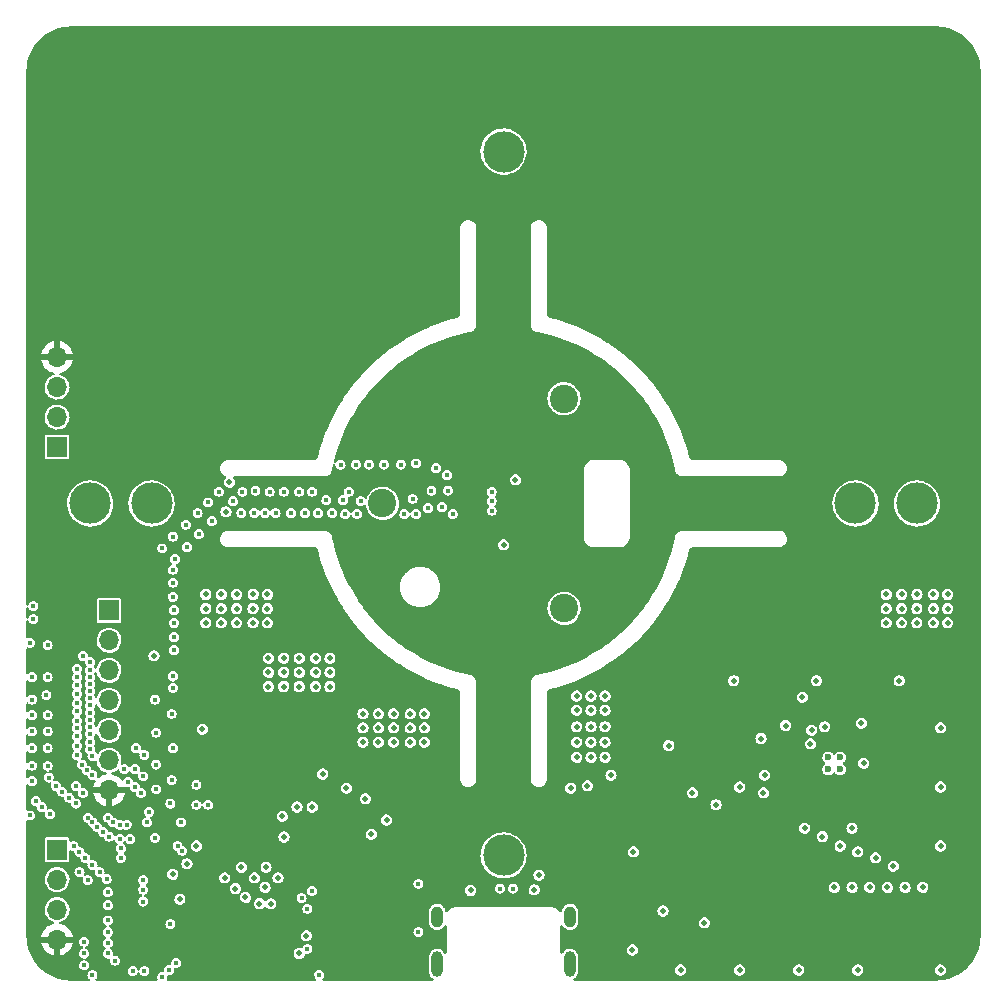
<source format=gbr>
%TF.GenerationSoftware,KiCad,Pcbnew,(6.0.5)*%
%TF.CreationDate,2023-11-29T10:13:34+07:00*%
%TF.ProjectId,view_base,76696577-5f62-4617-9365-2e6b69636164,rev?*%
%TF.SameCoordinates,Original*%
%TF.FileFunction,Copper,L3,Inr*%
%TF.FilePolarity,Positive*%
%FSLAX46Y46*%
G04 Gerber Fmt 4.6, Leading zero omitted, Abs format (unit mm)*
G04 Created by KiCad (PCBNEW (6.0.5)) date 2023-11-29 10:13:34*
%MOMM*%
%LPD*%
G01*
G04 APERTURE LIST*
%TA.AperFunction,ComponentPad*%
%ADD10C,2.400000*%
%TD*%
%TA.AperFunction,ComponentPad*%
%ADD11C,3.500000*%
%TD*%
%TA.AperFunction,ComponentPad*%
%ADD12O,1.000000X2.200000*%
%TD*%
%TA.AperFunction,ComponentPad*%
%ADD13O,1.000000X1.800000*%
%TD*%
%TA.AperFunction,ComponentPad*%
%ADD14C,0.600000*%
%TD*%
%TA.AperFunction,ComponentPad*%
%ADD15R,1.700000X1.700000*%
%TD*%
%TA.AperFunction,ComponentPad*%
%ADD16O,1.700000X1.700000*%
%TD*%
%TA.AperFunction,ViaPad*%
%ADD17C,0.400000*%
%TD*%
%TA.AperFunction,ViaPad*%
%ADD18C,0.500000*%
%TD*%
G04 APERTURE END LIST*
D10*
%TO.N,unconnected-(H3-Pad1)*%
%TO.C,H3*%
X105125400Y-91122500D03*
%TD*%
%TO.N,unconnected-(H1-Pad1)*%
%TO.C,H1*%
X105125400Y-108877500D03*
%TD*%
%TO.N,unconnected-(H2-Pad1)*%
%TO.C,H2*%
X89749100Y-100000000D03*
%TD*%
D11*
%TO.N,unconnected-(H4-Pad1)*%
%TO.C,H4*%
X100000000Y-129800000D03*
%TD*%
%TO.N,unconnected-(H5-Pad1)*%
%TO.C,H5*%
X70200000Y-100000000D03*
%TD*%
%TO.N,unconnected-(H6-Pad1)*%
%TO.C,H6*%
X100000000Y-70200000D03*
%TD*%
%TO.N,unconnected-(H7-Pad1)*%
%TO.C,H7*%
X129800000Y-100000000D03*
%TD*%
D12*
%TO.N,GND*%
%TO.C,J2*%
X94380000Y-139000000D03*
X105620000Y-139000000D03*
D13*
X105620000Y-135000000D03*
X94380000Y-135000000D03*
%TD*%
D14*
%TO.N,GND*%
%TO.C,U5*%
X127500000Y-122500000D03*
X128500000Y-121500000D03*
X128500000Y-122500000D03*
X127500000Y-121500000D03*
%TD*%
D11*
%TO.N,unconnected-(H8-Pad1)*%
%TO.C,H8*%
X135000000Y-100000000D03*
%TD*%
%TO.N,unconnected-(H9-Pad1)*%
%TO.C,H9*%
X65000000Y-100000000D03*
%TD*%
D15*
%TO.N,/LCD_RST*%
%TO.C,J6*%
X66600000Y-109040000D03*
D16*
%TO.N,/LCD_CSN*%
X66600000Y-111580000D03*
%TO.N,/LCD_DC*%
X66600000Y-114120000D03*
%TO.N,/LCD_MOSI*%
X66600000Y-116660000D03*
%TO.N,/LCD_SCK*%
X66600000Y-119200000D03*
%TO.N,GND*%
X66600000Y-121740000D03*
%TO.N,+3V3*%
X66600000Y-124280000D03*
%TD*%
D15*
%TO.N,/LC_DAT*%
%TO.C,J5*%
X62200000Y-129300000D03*
D16*
%TO.N,/LC_CLK*%
X62200000Y-131840000D03*
%TO.N,GND*%
X62200000Y-134380000D03*
%TO.N,+3V3*%
X62200000Y-136920000D03*
%TD*%
D15*
%TO.N,/SWCLK*%
%TO.C,J3*%
X62200000Y-95220000D03*
D16*
%TO.N,/SWDIO*%
X62200000Y-92680000D03*
%TO.N,GND*%
X62200000Y-90140000D03*
%TO.N,+3V3*%
X62200000Y-87600000D03*
%TD*%
D17*
%TO.N,GND*%
X94300000Y-97000000D03*
D18*
X137000000Y-139500000D03*
D17*
X65200000Y-139900000D03*
D18*
X133700000Y-108900000D03*
X106200000Y-116300000D03*
X120000000Y-124000000D03*
X77800000Y-130800000D03*
X80900000Y-131700000D03*
D17*
X72000000Y-106700000D03*
D18*
X88100000Y-117800000D03*
X81400000Y-114300000D03*
X76400000Y-131700000D03*
D17*
X99000000Y-99000000D03*
X60100000Y-123500000D03*
X72000000Y-107900000D03*
D18*
X78800000Y-110100000D03*
D17*
X86200000Y-96700000D03*
X75000000Y-99900000D03*
X81400000Y-99000000D03*
X89900000Y-96700000D03*
X86900000Y-99000000D03*
D18*
X76100000Y-107700000D03*
X80100000Y-113100000D03*
D17*
X65000000Y-116500000D03*
X71700000Y-139500000D03*
D18*
X106200000Y-118900000D03*
D17*
X66500000Y-135300000D03*
D18*
X133700000Y-107700000D03*
D17*
X64100000Y-129500000D03*
D18*
X125300000Y-116400000D03*
D17*
X63900000Y-119000000D03*
D18*
X79800000Y-132500000D03*
X92100000Y-120200000D03*
X114000000Y-120500000D03*
X137000000Y-129000000D03*
D17*
X67600000Y-129200000D03*
X65000000Y-117100000D03*
D18*
X123900000Y-118800000D03*
X72600000Y-133500000D03*
D17*
X64300000Y-122100000D03*
D18*
X92100000Y-117800000D03*
X79900000Y-130800000D03*
D17*
X60100000Y-119300000D03*
D18*
X130500000Y-122000000D03*
X89400000Y-120200000D03*
X108600000Y-117500000D03*
X90700000Y-117800000D03*
X84100000Y-115500000D03*
X78900000Y-131700000D03*
D17*
X72000000Y-102800000D03*
D18*
X117000000Y-135500000D03*
D17*
X66400000Y-131800000D03*
D18*
X84100000Y-114300000D03*
D17*
X71100000Y-103800000D03*
D18*
X133500000Y-115000000D03*
D17*
X65000000Y-113400000D03*
X70600000Y-124200000D03*
X70500000Y-116600000D03*
X65000000Y-117700000D03*
X60100000Y-122200000D03*
D18*
X93300000Y-117800000D03*
X119500000Y-115000000D03*
D17*
X87600000Y-100900000D03*
X72200000Y-104700000D03*
X63900000Y-116100000D03*
X69500000Y-131900000D03*
D18*
X77400000Y-108900000D03*
X135000000Y-110100000D03*
D17*
X66500000Y-137200000D03*
D18*
X77300000Y-132600000D03*
D17*
X63800000Y-125400000D03*
X67600000Y-130000000D03*
D18*
X76800000Y-98200000D03*
X137600000Y-108900000D03*
D17*
X71800000Y-135600000D03*
X66500000Y-126600000D03*
X60100000Y-120700000D03*
X64500000Y-139100000D03*
X65200000Y-127000000D03*
D18*
X136400000Y-108900000D03*
D17*
X87500000Y-96700000D03*
X68200000Y-123600000D03*
X72100000Y-110100000D03*
X65000000Y-118900000D03*
X95200000Y-97600000D03*
D18*
X101000000Y-98000000D03*
D17*
X82000000Y-100800000D03*
X72300000Y-138900000D03*
X68800000Y-122500000D03*
X63900000Y-114700000D03*
D18*
X89400000Y-117800000D03*
D17*
X74200000Y-102600000D03*
D18*
X100000000Y-103500000D03*
X132400000Y-110100000D03*
D17*
X67900000Y-122500000D03*
X62600000Y-124400000D03*
X92600000Y-100900000D03*
D18*
X137600000Y-107700000D03*
D17*
X63900000Y-117600000D03*
X65000000Y-115300000D03*
D18*
X122101000Y-123000000D03*
X74800000Y-107700000D03*
D17*
X93900000Y-98900000D03*
D18*
X132400000Y-107700000D03*
D17*
X88600000Y-96700000D03*
D18*
X129500000Y-127500000D03*
D17*
X68900000Y-120700000D03*
X72100000Y-109000000D03*
D18*
X107399999Y-120200000D03*
X74800000Y-110100000D03*
X125989000Y-120347000D03*
D17*
X86600000Y-100900000D03*
X91300000Y-96700000D03*
X69600000Y-139600000D03*
D18*
X80100000Y-114300000D03*
D17*
X68100000Y-127200000D03*
D18*
X106200000Y-117500000D03*
X137600000Y-110100000D03*
X84100000Y-113100000D03*
X107399999Y-118900000D03*
D17*
X60200000Y-108700000D03*
X66500000Y-132900000D03*
X64500000Y-137100000D03*
X60100000Y-114700000D03*
D18*
X82700000Y-113100000D03*
D17*
X67500000Y-127200000D03*
X61400000Y-114700000D03*
X77100000Y-99800000D03*
X64600000Y-130000000D03*
X83800000Y-99000000D03*
D18*
X76100000Y-110100000D03*
D17*
X61400000Y-120700000D03*
X69600000Y-121300000D03*
X63200000Y-124900000D03*
X94800000Y-100300000D03*
X69500000Y-132700000D03*
X71100000Y-140100000D03*
X95700000Y-100900000D03*
X68800000Y-124000000D03*
X72000000Y-114600000D03*
D18*
X76500000Y-100700000D03*
D17*
X95300000Y-98900000D03*
X65000000Y-114100000D03*
D18*
X78150000Y-133350000D03*
D17*
X64800000Y-126600000D03*
D18*
X115000000Y-139500000D03*
D17*
X61500000Y-123200000D03*
D18*
X136400000Y-107700000D03*
D17*
X61600000Y-126300000D03*
X63900000Y-120500000D03*
X72000000Y-115600000D03*
X65000000Y-119500000D03*
X68400000Y-128400000D03*
X65200000Y-123000000D03*
D18*
X80100000Y-115500000D03*
D17*
X63900000Y-116900000D03*
D18*
X135000000Y-108900000D03*
X78800000Y-107700000D03*
D17*
X64100000Y-131200000D03*
X91600000Y-100900000D03*
D18*
X126500000Y-115000000D03*
X80300000Y-133900000D03*
D17*
X63800000Y-123900000D03*
X62100000Y-123900000D03*
D18*
X133700000Y-110100000D03*
D17*
X69500000Y-133700000D03*
D18*
X107400000Y-117500000D03*
D17*
X75900000Y-99000000D03*
D18*
X127200000Y-118900000D03*
X107400000Y-121500000D03*
D17*
X59900000Y-126400000D03*
X61400000Y-122200000D03*
X65000000Y-114700000D03*
X70600000Y-119400000D03*
X99000000Y-100600000D03*
X74100000Y-100800000D03*
X60100000Y-117900000D03*
D18*
X77400000Y-110100000D03*
D17*
X61400000Y-112000000D03*
X80700000Y-100800000D03*
X59900000Y-111800000D03*
D18*
X90700000Y-119000000D03*
D17*
X63600000Y-129000000D03*
X61400000Y-119300000D03*
X66600000Y-128200000D03*
X69300000Y-124500000D03*
D18*
X137000000Y-124000000D03*
D17*
X79000000Y-98900000D03*
X66500000Y-136300000D03*
X77800000Y-100800000D03*
X72100000Y-112400000D03*
D18*
X88100000Y-120200000D03*
D17*
X63900000Y-115400000D03*
D18*
X80000000Y-108900000D03*
X108600000Y-121500000D03*
X90700000Y-120200000D03*
D17*
X78900000Y-100800000D03*
X63900000Y-121300000D03*
X60100000Y-116600000D03*
D18*
X108600000Y-116300000D03*
D17*
X74000000Y-123800000D03*
X66900000Y-127000000D03*
D18*
X130000000Y-139500000D03*
X77400000Y-107700000D03*
X81400000Y-113100000D03*
D17*
X69500000Y-123100000D03*
D18*
X81400000Y-115500000D03*
D17*
X73100000Y-101800000D03*
X64400000Y-124500000D03*
X71900000Y-123400000D03*
D18*
X79325000Y-133875000D03*
D17*
X65800000Y-131200000D03*
D18*
X93300000Y-119000000D03*
D17*
X66100000Y-127800000D03*
X72400000Y-129000000D03*
X68600000Y-139600000D03*
X72100000Y-111300000D03*
D18*
X106200000Y-121500000D03*
X132400000Y-108900000D03*
D17*
X77900000Y-99000000D03*
X66500000Y-134000000D03*
X64800000Y-131900000D03*
X72000000Y-120700000D03*
X65000000Y-120200000D03*
D18*
X85300000Y-113100000D03*
D17*
X80200000Y-99000000D03*
D18*
X125000000Y-139500000D03*
D17*
X75300000Y-101500000D03*
X99000000Y-99800000D03*
X70600000Y-122100000D03*
D18*
X137000000Y-119000000D03*
D17*
X75000000Y-125500000D03*
D18*
X78800000Y-108900000D03*
X136400000Y-110100000D03*
X110900000Y-137800000D03*
X85300000Y-114300000D03*
D17*
X67100000Y-138700000D03*
D18*
X85300000Y-115500000D03*
X108600000Y-118900001D03*
X106200000Y-120200000D03*
D17*
X60900000Y-125700000D03*
D18*
X92100000Y-119000000D03*
D17*
X86400000Y-99700000D03*
D18*
X82700000Y-114300000D03*
D17*
X85500000Y-100800000D03*
D18*
X88100000Y-119000000D03*
D17*
X65000000Y-115900000D03*
D18*
X82700000Y-115500000D03*
D17*
X93600000Y-100400000D03*
X66500000Y-138100000D03*
X87900000Y-99800000D03*
X74000000Y-125500000D03*
X63900000Y-119700000D03*
X92300000Y-99600000D03*
X65200000Y-130600000D03*
D18*
X120000000Y-139500000D03*
D17*
X61400000Y-117900000D03*
X85000000Y-99700000D03*
X82700000Y-99000000D03*
D18*
X130300000Y-118600000D03*
X80000000Y-107700000D03*
X118000000Y-125500000D03*
D17*
X65600000Y-127400000D03*
D18*
X80000000Y-110100000D03*
D17*
X64500000Y-138100000D03*
D18*
X108600000Y-120199999D03*
D17*
X65000000Y-118300000D03*
X63900000Y-118400000D03*
X92600000Y-96600000D03*
X67500000Y-128400000D03*
X83200000Y-100800000D03*
X65200000Y-121400000D03*
X72000000Y-105600000D03*
X71900000Y-117800000D03*
X60200000Y-109800000D03*
D18*
X135000000Y-107700000D03*
X74800000Y-108900000D03*
D17*
X84300000Y-100800000D03*
X72800000Y-129400000D03*
X60400000Y-125200000D03*
D18*
X93300000Y-120200000D03*
D17*
X79800000Y-100800000D03*
D18*
X89400000Y-119000000D03*
X76100000Y-108900000D03*
D17*
X71800000Y-125400000D03*
X65000000Y-120800000D03*
D18*
X107400000Y-116300000D03*
D17*
X73200000Y-103700000D03*
X64700000Y-122600000D03*
X63900000Y-114000000D03*
%TO.N,/USB_D+*%
X92800000Y-132200000D03*
X100800000Y-132600000D03*
X99700000Y-132600000D03*
D18*
%TO.N,Net-(J1-Pad3)*%
X126100000Y-119200000D03*
%TO.N,Net-(J1-Pad2)*%
X121800000Y-119900000D03*
%TO.N,Net-(J1-Pad1)*%
X122000000Y-124500000D03*
D17*
%TO.N,/USB_SERIAL_RXI*%
X92800000Y-136300000D03*
X84400000Y-139900000D03*
D18*
%TO.N,/MAG_CLK*%
X82700000Y-138100000D03*
D17*
X72700000Y-127000000D03*
D18*
%TO.N,/TMC_UH*%
X109100000Y-123000000D03*
X125500000Y-127500000D03*
X88300000Y-125000000D03*
X128000000Y-132500000D03*
%TO.N,/TMC_VH*%
X86700000Y-124100000D03*
X107100000Y-123900000D03*
X127000000Y-128200000D03*
X129500000Y-132500000D03*
%TO.N,/TMC_WH*%
X105700000Y-124100000D03*
X84700000Y-122900000D03*
X128500000Y-129000000D03*
X131000000Y-132500000D03*
%TO.N,/TMC_UL*%
X130000000Y-129500000D03*
X132500000Y-132500000D03*
%TO.N,/TMC_WL*%
X131500000Y-130000000D03*
X90100000Y-126800000D03*
X134000000Y-132500000D03*
X83300000Y-136600000D03*
D17*
%TO.N,/TMC_VL*%
X83400000Y-134300000D03*
D18*
X88800000Y-128000000D03*
X133000000Y-130700000D03*
X135500000Y-132500000D03*
%TO.N,+5V*%
X102600000Y-132700000D03*
X103007000Y-131459000D03*
X116000000Y-124500000D03*
X113500000Y-134500000D03*
X111000000Y-129500000D03*
X97207900Y-132761000D03*
%TO.N,+3V3*%
X74700000Y-136900000D03*
X107100000Y-137800000D03*
X74500000Y-127700000D03*
D17*
X92700000Y-134400000D03*
X84900000Y-139200000D03*
D18*
X68200000Y-124900000D03*
D17*
X61900000Y-117000000D03*
D18*
X71000000Y-130200000D03*
X67500000Y-133300000D03*
D17*
X116900000Y-137900000D03*
X81400000Y-139200000D03*
X129500000Y-116500000D03*
D18*
X84900000Y-127200000D03*
X64420000Y-136080000D03*
X60200000Y-87620000D03*
X104000000Y-103500000D03*
X70235000Y-137540000D03*
D17*
%TO.N,/LiD_SCL*%
X83800000Y-132800000D03*
X64400000Y-112900000D03*
D18*
%TO.N,/SWCLK*%
X74000000Y-129000000D03*
D17*
X70000000Y-126100000D03*
%TO.N,/LiD_SDA*%
X70500000Y-128300000D03*
D18*
X73200000Y-130500000D03*
%TO.N,/LCD_CSN*%
X83800000Y-125700000D03*
%TO.N,/LCD_SCK*%
X81418373Y-128235515D03*
%TO.N,/LCD_MOSI*%
X81273056Y-126473056D03*
%TO.N,/SWDIO*%
X70400000Y-112900000D03*
X74500000Y-119100000D03*
%TO.N,/LCD_DC*%
X82523056Y-125700000D03*
%TO.N,/LCD_RST*%
X72000000Y-131400000D03*
D17*
%TO.N,/GP1*%
X61300000Y-116200000D03*
X82900000Y-133400000D03*
%TO.N,/GP2*%
X83400000Y-137700000D03*
X69800000Y-127000000D03*
%TD*%
%TA.AperFunction,Conductor*%
%TO.N,+3V3*%
G36*
X136588169Y-59603018D02*
G01*
X136599641Y-59605656D01*
X136610518Y-59603195D01*
X136618820Y-59603209D01*
X136631937Y-59602069D01*
X136795841Y-59610121D01*
X136967561Y-59618557D01*
X136977220Y-59619509D01*
X137336446Y-59672794D01*
X137345964Y-59674688D01*
X137522664Y-59718949D01*
X137698217Y-59762923D01*
X137707514Y-59765743D01*
X138049427Y-59888082D01*
X138058403Y-59891800D01*
X138386678Y-60047062D01*
X138395246Y-60051642D01*
X138706721Y-60238333D01*
X138714787Y-60243722D01*
X139006490Y-60460064D01*
X139013971Y-60466205D01*
X139125313Y-60567119D01*
X139283048Y-60710082D01*
X139289918Y-60716952D01*
X139533795Y-60986029D01*
X139539936Y-60993510D01*
X139756278Y-61285213D01*
X139761667Y-61293279D01*
X139948358Y-61604754D01*
X139952938Y-61613322D01*
X140108200Y-61941597D01*
X140111918Y-61950573D01*
X140234257Y-62292486D01*
X140237077Y-62301783D01*
X140325311Y-62654030D01*
X140327207Y-62663559D01*
X140380491Y-63022776D01*
X140381443Y-63032444D01*
X140397906Y-63367541D01*
X140396859Y-63379339D01*
X140396842Y-63388777D01*
X140394344Y-63399641D01*
X140396804Y-63410513D01*
X140397059Y-63411638D01*
X140399500Y-63433488D01*
X140399500Y-136565982D01*
X140396982Y-136588168D01*
X140394344Y-136599640D01*
X140396805Y-136610517D01*
X140396791Y-136618819D01*
X140397931Y-136631936D01*
X140393323Y-136725742D01*
X140381741Y-136961498D01*
X140381443Y-136967555D01*
X140380491Y-136977219D01*
X140327880Y-137331905D01*
X140327207Y-137336440D01*
X140325312Y-137345963D01*
X140286385Y-137501369D01*
X140237077Y-137698216D01*
X140234257Y-137707513D01*
X140111919Y-138049426D01*
X140108201Y-138058402D01*
X139952938Y-138386677D01*
X139948358Y-138395245D01*
X139761666Y-138706723D01*
X139756281Y-138714783D01*
X139573305Y-138961498D01*
X139539948Y-139006475D01*
X139533784Y-139013985D01*
X139289919Y-139283048D01*
X139283049Y-139289918D01*
X139078317Y-139475477D01*
X139042769Y-139507696D01*
X139013986Y-139533783D01*
X139006476Y-139539946D01*
X138714792Y-139756274D01*
X138706723Y-139761666D01*
X138488768Y-139892303D01*
X138395246Y-139948358D01*
X138386678Y-139952938D01*
X138058403Y-140108200D01*
X138049427Y-140111918D01*
X137707514Y-140234257D01*
X137698217Y-140237077D01*
X137522664Y-140281051D01*
X137345964Y-140325312D01*
X137336446Y-140327206D01*
X136977220Y-140380491D01*
X136967561Y-140381443D01*
X136632457Y-140397906D01*
X136620662Y-140396859D01*
X136611227Y-140396842D01*
X136600359Y-140394343D01*
X136588359Y-140397058D01*
X136566512Y-140399499D01*
X136284021Y-140399499D01*
X106006040Y-140399500D01*
X105947849Y-140380593D01*
X105911885Y-140331093D01*
X105911885Y-140269907D01*
X105947849Y-140220407D01*
X105960634Y-140212527D01*
X106011325Y-140186364D01*
X106011327Y-140186362D01*
X106016631Y-140183625D01*
X106144396Y-140072169D01*
X106177026Y-140025742D01*
X106238456Y-139938335D01*
X106238456Y-139938334D01*
X106241887Y-139933453D01*
X106303476Y-139775487D01*
X106304751Y-139765806D01*
X106320077Y-139649387D01*
X106320500Y-139646174D01*
X106320500Y-139494193D01*
X114524697Y-139494193D01*
X114542172Y-139627828D01*
X114545010Y-139634279D01*
X114545011Y-139634281D01*
X114593611Y-139744734D01*
X114593613Y-139744737D01*
X114596451Y-139751187D01*
X114683172Y-139854353D01*
X114795362Y-139929033D01*
X114802092Y-139931136D01*
X114802093Y-139931136D01*
X114811792Y-139934166D01*
X114924002Y-139969223D01*
X114991377Y-139970458D01*
X115051699Y-139971564D01*
X115051701Y-139971564D01*
X115058752Y-139971693D01*
X115065555Y-139969838D01*
X115065557Y-139969838D01*
X115145772Y-139947969D01*
X115188779Y-139936244D01*
X115303631Y-139865725D01*
X115311806Y-139856694D01*
X115389338Y-139771037D01*
X115394073Y-139765806D01*
X115452836Y-139644518D01*
X115468396Y-139552031D01*
X115474562Y-139515384D01*
X115474562Y-139515381D01*
X115475196Y-139511614D01*
X115475338Y-139500000D01*
X115474506Y-139494193D01*
X119524697Y-139494193D01*
X119542172Y-139627828D01*
X119545010Y-139634279D01*
X119545011Y-139634281D01*
X119593611Y-139744734D01*
X119593613Y-139744737D01*
X119596451Y-139751187D01*
X119683172Y-139854353D01*
X119795362Y-139929033D01*
X119802092Y-139931136D01*
X119802093Y-139931136D01*
X119811792Y-139934166D01*
X119924002Y-139969223D01*
X119991377Y-139970458D01*
X120051699Y-139971564D01*
X120051701Y-139971564D01*
X120058752Y-139971693D01*
X120065555Y-139969838D01*
X120065557Y-139969838D01*
X120145772Y-139947969D01*
X120188779Y-139936244D01*
X120303631Y-139865725D01*
X120311806Y-139856694D01*
X120389338Y-139771037D01*
X120394073Y-139765806D01*
X120452836Y-139644518D01*
X120468396Y-139552031D01*
X120474562Y-139515384D01*
X120474562Y-139515381D01*
X120475196Y-139511614D01*
X120475338Y-139500000D01*
X120474506Y-139494193D01*
X124524697Y-139494193D01*
X124542172Y-139627828D01*
X124545010Y-139634279D01*
X124545011Y-139634281D01*
X124593611Y-139744734D01*
X124593613Y-139744737D01*
X124596451Y-139751187D01*
X124683172Y-139854353D01*
X124795362Y-139929033D01*
X124802092Y-139931136D01*
X124802093Y-139931136D01*
X124811792Y-139934166D01*
X124924002Y-139969223D01*
X124991377Y-139970458D01*
X125051699Y-139971564D01*
X125051701Y-139971564D01*
X125058752Y-139971693D01*
X125065555Y-139969838D01*
X125065557Y-139969838D01*
X125145772Y-139947969D01*
X125188779Y-139936244D01*
X125303631Y-139865725D01*
X125311806Y-139856694D01*
X125389338Y-139771037D01*
X125394073Y-139765806D01*
X125452836Y-139644518D01*
X125468396Y-139552031D01*
X125474562Y-139515384D01*
X125474562Y-139515381D01*
X125475196Y-139511614D01*
X125475338Y-139500000D01*
X125474506Y-139494193D01*
X129524697Y-139494193D01*
X129542172Y-139627828D01*
X129545010Y-139634279D01*
X129545011Y-139634281D01*
X129593611Y-139744734D01*
X129593613Y-139744737D01*
X129596451Y-139751187D01*
X129683172Y-139854353D01*
X129795362Y-139929033D01*
X129802092Y-139931136D01*
X129802093Y-139931136D01*
X129811792Y-139934166D01*
X129924002Y-139969223D01*
X129991377Y-139970458D01*
X130051699Y-139971564D01*
X130051701Y-139971564D01*
X130058752Y-139971693D01*
X130065555Y-139969838D01*
X130065557Y-139969838D01*
X130145772Y-139947969D01*
X130188779Y-139936244D01*
X130303631Y-139865725D01*
X130311806Y-139856694D01*
X130389338Y-139771037D01*
X130394073Y-139765806D01*
X130452836Y-139644518D01*
X130468396Y-139552031D01*
X130474562Y-139515384D01*
X130474562Y-139515381D01*
X130475196Y-139511614D01*
X130475338Y-139500000D01*
X130474506Y-139494193D01*
X136524697Y-139494193D01*
X136542172Y-139627828D01*
X136545010Y-139634279D01*
X136545011Y-139634281D01*
X136593611Y-139744734D01*
X136593613Y-139744737D01*
X136596451Y-139751187D01*
X136683172Y-139854353D01*
X136795362Y-139929033D01*
X136802092Y-139931136D01*
X136802093Y-139931136D01*
X136811792Y-139934166D01*
X136924002Y-139969223D01*
X136991377Y-139970458D01*
X137051699Y-139971564D01*
X137051701Y-139971564D01*
X137058752Y-139971693D01*
X137065555Y-139969838D01*
X137065557Y-139969838D01*
X137145772Y-139947969D01*
X137188779Y-139936244D01*
X137303631Y-139865725D01*
X137311806Y-139856694D01*
X137389338Y-139771037D01*
X137394073Y-139765806D01*
X137452836Y-139644518D01*
X137468396Y-139552031D01*
X137474562Y-139515384D01*
X137474562Y-139515381D01*
X137475196Y-139511614D01*
X137475338Y-139500000D01*
X137456232Y-139366588D01*
X137400450Y-139243902D01*
X137312475Y-139141803D01*
X137199382Y-139068499D01*
X137192627Y-139066479D01*
X137192623Y-139066477D01*
X137077020Y-139031905D01*
X137070259Y-139029883D01*
X136988454Y-139029383D01*
X136942540Y-139029103D01*
X136935489Y-139029060D01*
X136928712Y-139030997D01*
X136928711Y-139030997D01*
X136812685Y-139064157D01*
X136812683Y-139064158D01*
X136805905Y-139066095D01*
X136789945Y-139076165D01*
X136691924Y-139138012D01*
X136602709Y-139239029D01*
X136545432Y-139361025D01*
X136524697Y-139494193D01*
X130474506Y-139494193D01*
X130456232Y-139366588D01*
X130400450Y-139243902D01*
X130312475Y-139141803D01*
X130199382Y-139068499D01*
X130192627Y-139066479D01*
X130192623Y-139066477D01*
X130077020Y-139031905D01*
X130070259Y-139029883D01*
X129988454Y-139029383D01*
X129942540Y-139029103D01*
X129935489Y-139029060D01*
X129928712Y-139030997D01*
X129928711Y-139030997D01*
X129812685Y-139064157D01*
X129812683Y-139064158D01*
X129805905Y-139066095D01*
X129789945Y-139076165D01*
X129691924Y-139138012D01*
X129602709Y-139239029D01*
X129545432Y-139361025D01*
X129524697Y-139494193D01*
X125474506Y-139494193D01*
X125456232Y-139366588D01*
X125400450Y-139243902D01*
X125312475Y-139141803D01*
X125199382Y-139068499D01*
X125192627Y-139066479D01*
X125192623Y-139066477D01*
X125077020Y-139031905D01*
X125070259Y-139029883D01*
X124988454Y-139029383D01*
X124942540Y-139029103D01*
X124935489Y-139029060D01*
X124928712Y-139030997D01*
X124928711Y-139030997D01*
X124812685Y-139064157D01*
X124812683Y-139064158D01*
X124805905Y-139066095D01*
X124789945Y-139076165D01*
X124691924Y-139138012D01*
X124602709Y-139239029D01*
X124545432Y-139361025D01*
X124524697Y-139494193D01*
X120474506Y-139494193D01*
X120456232Y-139366588D01*
X120400450Y-139243902D01*
X120312475Y-139141803D01*
X120199382Y-139068499D01*
X120192627Y-139066479D01*
X120192623Y-139066477D01*
X120077020Y-139031905D01*
X120070259Y-139029883D01*
X119988454Y-139029383D01*
X119942540Y-139029103D01*
X119935489Y-139029060D01*
X119928712Y-139030997D01*
X119928711Y-139030997D01*
X119812685Y-139064157D01*
X119812683Y-139064158D01*
X119805905Y-139066095D01*
X119789945Y-139076165D01*
X119691924Y-139138012D01*
X119602709Y-139239029D01*
X119545432Y-139361025D01*
X119524697Y-139494193D01*
X115474506Y-139494193D01*
X115456232Y-139366588D01*
X115400450Y-139243902D01*
X115312475Y-139141803D01*
X115199382Y-139068499D01*
X115192627Y-139066479D01*
X115192623Y-139066477D01*
X115077020Y-139031905D01*
X115070259Y-139029883D01*
X114988454Y-139029383D01*
X114942540Y-139029103D01*
X114935489Y-139029060D01*
X114928712Y-139030997D01*
X114928711Y-139030997D01*
X114812685Y-139064157D01*
X114812683Y-139064158D01*
X114805905Y-139066095D01*
X114789945Y-139076165D01*
X114691924Y-139138012D01*
X114602709Y-139239029D01*
X114545432Y-139361025D01*
X114524697Y-139494193D01*
X106320500Y-139494193D01*
X106320500Y-138357484D01*
X106311818Y-138285736D01*
X106305993Y-138237602D01*
X106305992Y-138237599D01*
X106305276Y-138231680D01*
X106245345Y-138073077D01*
X106232317Y-138054120D01*
X106152692Y-137938267D01*
X106149312Y-137933349D01*
X106022721Y-137820560D01*
X105972922Y-137794193D01*
X110424697Y-137794193D01*
X110425612Y-137801190D01*
X110425612Y-137801191D01*
X110426475Y-137807793D01*
X110442172Y-137927828D01*
X110445010Y-137934279D01*
X110445011Y-137934281D01*
X110493611Y-138044734D01*
X110493613Y-138044737D01*
X110496451Y-138051187D01*
X110583172Y-138154353D01*
X110695362Y-138229033D01*
X110702092Y-138231136D01*
X110702093Y-138231136D01*
X110706635Y-138232555D01*
X110824002Y-138269223D01*
X110891377Y-138270458D01*
X110951699Y-138271564D01*
X110951701Y-138271564D01*
X110958752Y-138271693D01*
X110965555Y-138269838D01*
X110965557Y-138269838D01*
X111037763Y-138250152D01*
X111088779Y-138236244D01*
X111203631Y-138165725D01*
X111213925Y-138154353D01*
X111282439Y-138078659D01*
X111294073Y-138065806D01*
X111352836Y-137944518D01*
X111355383Y-137929381D01*
X111374562Y-137815384D01*
X111374562Y-137815381D01*
X111375196Y-137811614D01*
X111375338Y-137800000D01*
X111356232Y-137666588D01*
X111300450Y-137543902D01*
X111212475Y-137441803D01*
X111099382Y-137368499D01*
X111092627Y-137366479D01*
X111092623Y-137366477D01*
X110977020Y-137331905D01*
X110970259Y-137329883D01*
X110888454Y-137329383D01*
X110842540Y-137329103D01*
X110835489Y-137329060D01*
X110828712Y-137330997D01*
X110828711Y-137330997D01*
X110712685Y-137364157D01*
X110712683Y-137364158D01*
X110705905Y-137366095D01*
X110591924Y-137438012D01*
X110502709Y-137539029D01*
X110445432Y-137661025D01*
X110424697Y-137794193D01*
X105972922Y-137794193D01*
X105872881Y-137741224D01*
X105784325Y-137718980D01*
X105714231Y-137701373D01*
X105714228Y-137701373D01*
X105708441Y-137699919D01*
X105622841Y-137699471D01*
X105544861Y-137699062D01*
X105544859Y-137699062D01*
X105538895Y-137699031D01*
X105533099Y-137700423D01*
X105533095Y-137700423D01*
X105455803Y-137718980D01*
X105374032Y-137738612D01*
X105330515Y-137761073D01*
X105228675Y-137813636D01*
X105228673Y-137813638D01*
X105223369Y-137816375D01*
X105095604Y-137927831D01*
X105092173Y-137932713D01*
X105092172Y-137932714D01*
X105000497Y-138063155D01*
X104951568Y-138099892D01*
X104890390Y-138100854D01*
X104840331Y-138065672D01*
X104820500Y-138006230D01*
X104820500Y-135792357D01*
X104839407Y-135734166D01*
X104888907Y-135698202D01*
X104950093Y-135698202D01*
X105001088Y-135736283D01*
X105090688Y-135866651D01*
X105217279Y-135979440D01*
X105367119Y-136058776D01*
X105449339Y-136079429D01*
X105525769Y-136098627D01*
X105525772Y-136098627D01*
X105531559Y-136100081D01*
X105617159Y-136100529D01*
X105695139Y-136100938D01*
X105695141Y-136100938D01*
X105701105Y-136100969D01*
X105706901Y-136099577D01*
X105706905Y-136099577D01*
X105814297Y-136073793D01*
X105865968Y-136061388D01*
X105982253Y-136001369D01*
X106011325Y-135986364D01*
X106011327Y-135986362D01*
X106016631Y-135983625D01*
X106144396Y-135872169D01*
X106159805Y-135850245D01*
X106238456Y-135738335D01*
X106238456Y-135738334D01*
X106241887Y-135733453D01*
X106290918Y-135607697D01*
X106301308Y-135581048D01*
X106301308Y-135581047D01*
X106303476Y-135575487D01*
X106314178Y-135494193D01*
X116524697Y-135494193D01*
X116542172Y-135627828D01*
X116545010Y-135634279D01*
X116545011Y-135634281D01*
X116593611Y-135744734D01*
X116593613Y-135744737D01*
X116596451Y-135751187D01*
X116683172Y-135854353D01*
X116689043Y-135858261D01*
X116689044Y-135858262D01*
X116713075Y-135874258D01*
X116795362Y-135929033D01*
X116924002Y-135969223D01*
X116991377Y-135970458D01*
X117051699Y-135971564D01*
X117051701Y-135971564D01*
X117058752Y-135971693D01*
X117065555Y-135969838D01*
X117065557Y-135969838D01*
X117145772Y-135947969D01*
X117188779Y-135936244D01*
X117303631Y-135865725D01*
X117313925Y-135854353D01*
X117389338Y-135771037D01*
X117394073Y-135765806D01*
X117452836Y-135644518D01*
X117466947Y-135560644D01*
X117474562Y-135515384D01*
X117474562Y-135515381D01*
X117475196Y-135511614D01*
X117475338Y-135500000D01*
X117456232Y-135366588D01*
X117400450Y-135243902D01*
X117312475Y-135141803D01*
X117199382Y-135068499D01*
X117192627Y-135066479D01*
X117192623Y-135066477D01*
X117077020Y-135031905D01*
X117070259Y-135029883D01*
X116988454Y-135029383D01*
X116942540Y-135029103D01*
X116935489Y-135029060D01*
X116928712Y-135030997D01*
X116928711Y-135030997D01*
X116812685Y-135064157D01*
X116812683Y-135064158D01*
X116805905Y-135066095D01*
X116691924Y-135138012D01*
X116602709Y-135239029D01*
X116545432Y-135361025D01*
X116524697Y-135494193D01*
X106314178Y-135494193D01*
X106320500Y-135446174D01*
X106320500Y-134557484D01*
X106312841Y-134494193D01*
X113024697Y-134494193D01*
X113025612Y-134501190D01*
X113025612Y-134501191D01*
X113027468Y-134515384D01*
X113042172Y-134627828D01*
X113045010Y-134634279D01*
X113045011Y-134634281D01*
X113093611Y-134744734D01*
X113093613Y-134744737D01*
X113096451Y-134751187D01*
X113183172Y-134854353D01*
X113295362Y-134929033D01*
X113424002Y-134969223D01*
X113491377Y-134970458D01*
X113551699Y-134971564D01*
X113551701Y-134971564D01*
X113558752Y-134971693D01*
X113565555Y-134969838D01*
X113565557Y-134969838D01*
X113647463Y-134947508D01*
X113688779Y-134936244D01*
X113803631Y-134865725D01*
X113813925Y-134854353D01*
X113889338Y-134771037D01*
X113894073Y-134765806D01*
X113952836Y-134644518D01*
X113957775Y-134615159D01*
X113974562Y-134515384D01*
X113974562Y-134515381D01*
X113975196Y-134511614D01*
X113975338Y-134500000D01*
X113956232Y-134366588D01*
X113906979Y-134258262D01*
X113903370Y-134250324D01*
X113900450Y-134243902D01*
X113812475Y-134141803D01*
X113699382Y-134068499D01*
X113692627Y-134066479D01*
X113692623Y-134066477D01*
X113577020Y-134031905D01*
X113570259Y-134029883D01*
X113488454Y-134029383D01*
X113442540Y-134029103D01*
X113435489Y-134029060D01*
X113428712Y-134030997D01*
X113428711Y-134030997D01*
X113312685Y-134064157D01*
X113312683Y-134064158D01*
X113305905Y-134066095D01*
X113191924Y-134138012D01*
X113102709Y-134239029D01*
X113045432Y-134361025D01*
X113024697Y-134494193D01*
X106312841Y-134494193D01*
X106305276Y-134431680D01*
X106245345Y-134273077D01*
X106240293Y-134265725D01*
X106152692Y-134138267D01*
X106149312Y-134133349D01*
X106022721Y-134020560D01*
X105872881Y-133941224D01*
X105770009Y-133915384D01*
X105714231Y-133901373D01*
X105714228Y-133901373D01*
X105708441Y-133899919D01*
X105622841Y-133899471D01*
X105544861Y-133899062D01*
X105544859Y-133899062D01*
X105538895Y-133899031D01*
X105533099Y-133900423D01*
X105533095Y-133900423D01*
X105470781Y-133915384D01*
X105374032Y-133938612D01*
X105313533Y-133969838D01*
X105228675Y-134013636D01*
X105228673Y-134013638D01*
X105223369Y-134016375D01*
X105095604Y-134127831D01*
X105092173Y-134132713D01*
X105092172Y-134132714D01*
X105003936Y-134258262D01*
X104998113Y-134266547D01*
X104972931Y-134331136D01*
X104942388Y-134409474D01*
X104936524Y-134424513D01*
X104924845Y-134513231D01*
X104922120Y-134533927D01*
X104895780Y-134589153D01*
X104842009Y-134618348D01*
X104781347Y-134610362D01*
X104736657Y-134567675D01*
X104708706Y-134515384D01*
X104705262Y-134508940D01*
X104647456Y-134438502D01*
X104620814Y-134406039D01*
X104617725Y-134402275D01*
X104540535Y-134338927D01*
X104514818Y-134317822D01*
X104514817Y-134317822D01*
X104511060Y-134314738D01*
X104405402Y-134258262D01*
X104393661Y-134251986D01*
X104393659Y-134251985D01*
X104389367Y-134249691D01*
X104368319Y-134243306D01*
X104261977Y-134211048D01*
X104261976Y-134211048D01*
X104257322Y-134209636D01*
X104252483Y-134209159D01*
X104252481Y-134209159D01*
X104140896Y-134198169D01*
X104128248Y-134196090D01*
X104126184Y-134195612D01*
X104126183Y-134195612D01*
X104120718Y-134194345D01*
X104120000Y-134194344D01*
X104114548Y-134195588D01*
X104114545Y-134195588D01*
X104108266Y-134197020D01*
X104086248Y-134199500D01*
X95914281Y-134199500D01*
X95891926Y-134196943D01*
X95891565Y-134196859D01*
X95880718Y-134194345D01*
X95880000Y-134194344D01*
X95872458Y-134196065D01*
X95860144Y-134198067D01*
X95747520Y-134209159D01*
X95747519Y-134209159D01*
X95742678Y-134209636D01*
X95738024Y-134211048D01*
X95738023Y-134211048D01*
X95631682Y-134243306D01*
X95610633Y-134249691D01*
X95606341Y-134251985D01*
X95606339Y-134251986D01*
X95594598Y-134258262D01*
X95488940Y-134314738D01*
X95485183Y-134317822D01*
X95485182Y-134317822D01*
X95459465Y-134338927D01*
X95382275Y-134402275D01*
X95379186Y-134406039D01*
X95352545Y-134438502D01*
X95294738Y-134508940D01*
X95292447Y-134513227D01*
X95292444Y-134513231D01*
X95263160Y-134568017D01*
X95219054Y-134610424D01*
X95158446Y-134618807D01*
X95104485Y-134589965D01*
X95077567Y-134533243D01*
X95065993Y-134437603D01*
X95065993Y-134437601D01*
X95065276Y-134431680D01*
X95005345Y-134273077D01*
X95000293Y-134265725D01*
X94912692Y-134138267D01*
X94909312Y-134133349D01*
X94782721Y-134020560D01*
X94632881Y-133941224D01*
X94530009Y-133915384D01*
X94474231Y-133901373D01*
X94474228Y-133901373D01*
X94468441Y-133899919D01*
X94382841Y-133899471D01*
X94304861Y-133899062D01*
X94304859Y-133899062D01*
X94298895Y-133899031D01*
X94293099Y-133900423D01*
X94293095Y-133900423D01*
X94230781Y-133915384D01*
X94134032Y-133938612D01*
X94073533Y-133969838D01*
X93988675Y-134013636D01*
X93988673Y-134013638D01*
X93983369Y-134016375D01*
X93855604Y-134127831D01*
X93852173Y-134132713D01*
X93852172Y-134132714D01*
X93763936Y-134258262D01*
X93758113Y-134266547D01*
X93732931Y-134331136D01*
X93702388Y-134409474D01*
X93696524Y-134424513D01*
X93679500Y-134553826D01*
X93679500Y-135442516D01*
X93681797Y-135461498D01*
X93692537Y-135550245D01*
X93694724Y-135568320D01*
X93754655Y-135726923D01*
X93758035Y-135731840D01*
X93758036Y-135731843D01*
X93784974Y-135771037D01*
X93850688Y-135866651D01*
X93977279Y-135979440D01*
X94127119Y-136058776D01*
X94209339Y-136079429D01*
X94285769Y-136098627D01*
X94285772Y-136098627D01*
X94291559Y-136100081D01*
X94377159Y-136100529D01*
X94455139Y-136100938D01*
X94455141Y-136100938D01*
X94461105Y-136100969D01*
X94466901Y-136099577D01*
X94466905Y-136099577D01*
X94574297Y-136073793D01*
X94625968Y-136061388D01*
X94742253Y-136001369D01*
X94771325Y-135986364D01*
X94771327Y-135986362D01*
X94776631Y-135983625D01*
X94904396Y-135872169D01*
X94919805Y-135850245D01*
X94996015Y-135741808D01*
X94999503Y-135736845D01*
X95048432Y-135700108D01*
X95109610Y-135699146D01*
X95159669Y-135734328D01*
X95179500Y-135793770D01*
X95179500Y-138007643D01*
X95160593Y-138065834D01*
X95111093Y-138101798D01*
X95049907Y-138101798D01*
X94998912Y-138063717D01*
X94912692Y-137938267D01*
X94909312Y-137933349D01*
X94782721Y-137820560D01*
X94632881Y-137741224D01*
X94544325Y-137718980D01*
X94474231Y-137701373D01*
X94474228Y-137701373D01*
X94468441Y-137699919D01*
X94382841Y-137699471D01*
X94304861Y-137699062D01*
X94304859Y-137699062D01*
X94298895Y-137699031D01*
X94293099Y-137700423D01*
X94293095Y-137700423D01*
X94215803Y-137718980D01*
X94134032Y-137738612D01*
X94090515Y-137761073D01*
X93988675Y-137813636D01*
X93988673Y-137813638D01*
X93983369Y-137816375D01*
X93855604Y-137927831D01*
X93852173Y-137932713D01*
X93852172Y-137932714D01*
X93773655Y-138044433D01*
X93758113Y-138066547D01*
X93742070Y-138107696D01*
X93710029Y-138189876D01*
X93696524Y-138224513D01*
X93695745Y-138230428D01*
X93695745Y-138230429D01*
X93692479Y-138255238D01*
X93679500Y-138353826D01*
X93679500Y-139642516D01*
X93680376Y-139649755D01*
X93693920Y-139761672D01*
X93694724Y-139768320D01*
X93754655Y-139926923D01*
X93758035Y-139931840D01*
X93758036Y-139931843D01*
X93808251Y-140004905D01*
X93850688Y-140066651D01*
X93977279Y-140179440D01*
X93982549Y-140182230D01*
X93982550Y-140182231D01*
X94040676Y-140213007D01*
X94083256Y-140256946D01*
X94091877Y-140317521D01*
X94063246Y-140371595D01*
X94008300Y-140398512D01*
X93994352Y-140399500D01*
X84734185Y-140399500D01*
X84675995Y-140380593D01*
X84640031Y-140331093D01*
X84640031Y-140269907D01*
X84664182Y-140230496D01*
X84744433Y-140150245D01*
X84766113Y-140107697D01*
X84801369Y-140038502D01*
X84801369Y-140038501D01*
X84804905Y-140031562D01*
X84811115Y-139992357D01*
X84824523Y-139907697D01*
X84825742Y-139900000D01*
X84820898Y-139869417D01*
X84806124Y-139776133D01*
X84806124Y-139776131D01*
X84804905Y-139768438D01*
X84782195Y-139723867D01*
X84747969Y-139656694D01*
X84747968Y-139656692D01*
X84744433Y-139649755D01*
X84650245Y-139555567D01*
X84643308Y-139552032D01*
X84643306Y-139552031D01*
X84538502Y-139498631D01*
X84538501Y-139498631D01*
X84531562Y-139495095D01*
X84523869Y-139493876D01*
X84523867Y-139493876D01*
X84407697Y-139475477D01*
X84400000Y-139474258D01*
X84392303Y-139475477D01*
X84276133Y-139493876D01*
X84276131Y-139493876D01*
X84268438Y-139495095D01*
X84261499Y-139498631D01*
X84261498Y-139498631D01*
X84156694Y-139552031D01*
X84156692Y-139552032D01*
X84149755Y-139555567D01*
X84055567Y-139649755D01*
X84052032Y-139656692D01*
X84052031Y-139656694D01*
X84017805Y-139723867D01*
X83995095Y-139768438D01*
X83993876Y-139776131D01*
X83993876Y-139776133D01*
X83979102Y-139869417D01*
X83974258Y-139900000D01*
X83975477Y-139907697D01*
X83988886Y-139992357D01*
X83995095Y-140031562D01*
X83998631Y-140038501D01*
X83998631Y-140038502D01*
X84033888Y-140107697D01*
X84055567Y-140150245D01*
X84135818Y-140230496D01*
X84163595Y-140285013D01*
X84154024Y-140345445D01*
X84110759Y-140388710D01*
X84065816Y-140399500D01*
X71786086Y-140399499D01*
X71580890Y-140399499D01*
X71522699Y-140380592D01*
X71486735Y-140331092D01*
X71486735Y-140269906D01*
X71492681Y-140255553D01*
X71501368Y-140238504D01*
X71501368Y-140238503D01*
X71504905Y-140231562D01*
X71512498Y-140183625D01*
X71524523Y-140107697D01*
X71525742Y-140100000D01*
X71514264Y-140027531D01*
X71523835Y-139967100D01*
X71567100Y-139923835D01*
X71627531Y-139914264D01*
X71700000Y-139925742D01*
X71707697Y-139924523D01*
X71823867Y-139906124D01*
X71823869Y-139906124D01*
X71831562Y-139904905D01*
X71842865Y-139899146D01*
X71943306Y-139847969D01*
X71943308Y-139847968D01*
X71950245Y-139844433D01*
X72044433Y-139750245D01*
X72050417Y-139738502D01*
X72101369Y-139638502D01*
X72101369Y-139638501D01*
X72104905Y-139631562D01*
X72114265Y-139572468D01*
X72124523Y-139507697D01*
X72124523Y-139507696D01*
X72125742Y-139500000D01*
X72114264Y-139427531D01*
X72123835Y-139367100D01*
X72167100Y-139323835D01*
X72227531Y-139314264D01*
X72300000Y-139325742D01*
X72307697Y-139324523D01*
X72423867Y-139306124D01*
X72423869Y-139306124D01*
X72431562Y-139304905D01*
X72474459Y-139283048D01*
X72543306Y-139247969D01*
X72543308Y-139247968D01*
X72550245Y-139244433D01*
X72644433Y-139150245D01*
X72647974Y-139143297D01*
X72701369Y-139038502D01*
X72701369Y-139038501D01*
X72704905Y-139031562D01*
X72708261Y-139010377D01*
X72724523Y-138907697D01*
X72724523Y-138907696D01*
X72725742Y-138900000D01*
X72704905Y-138768438D01*
X72677571Y-138714792D01*
X72647969Y-138656694D01*
X72647968Y-138656692D01*
X72644433Y-138649755D01*
X72550245Y-138555567D01*
X72543308Y-138552032D01*
X72543306Y-138552031D01*
X72438502Y-138498631D01*
X72438501Y-138498631D01*
X72431562Y-138495095D01*
X72423869Y-138493876D01*
X72423867Y-138493876D01*
X72307697Y-138475477D01*
X72300000Y-138474258D01*
X72292303Y-138475477D01*
X72176133Y-138493876D01*
X72176131Y-138493876D01*
X72168438Y-138495095D01*
X72161499Y-138498631D01*
X72161498Y-138498631D01*
X72056694Y-138552031D01*
X72056692Y-138552032D01*
X72049755Y-138555567D01*
X71955567Y-138649755D01*
X71952032Y-138656692D01*
X71952031Y-138656694D01*
X71922429Y-138714792D01*
X71895095Y-138768438D01*
X71874258Y-138900000D01*
X71885098Y-138968438D01*
X71885736Y-138972468D01*
X71876165Y-139032900D01*
X71832900Y-139076165D01*
X71772469Y-139085736D01*
X71700000Y-139074258D01*
X71692303Y-139075477D01*
X71576133Y-139093876D01*
X71576131Y-139093876D01*
X71568438Y-139095095D01*
X71561499Y-139098631D01*
X71561498Y-139098631D01*
X71456694Y-139152031D01*
X71456692Y-139152032D01*
X71449755Y-139155567D01*
X71355567Y-139249755D01*
X71352032Y-139256692D01*
X71352031Y-139256694D01*
X71307900Y-139343306D01*
X71295095Y-139368438D01*
X71293876Y-139376131D01*
X71293876Y-139376133D01*
X71284888Y-139432881D01*
X71274258Y-139500000D01*
X71278183Y-139524778D01*
X71285736Y-139572468D01*
X71276165Y-139632900D01*
X71232900Y-139676165D01*
X71172469Y-139685736D01*
X71100000Y-139674258D01*
X71092303Y-139675477D01*
X70976133Y-139693876D01*
X70976131Y-139693876D01*
X70968438Y-139695095D01*
X70961499Y-139698631D01*
X70961498Y-139698631D01*
X70856694Y-139752031D01*
X70856692Y-139752032D01*
X70849755Y-139755567D01*
X70755567Y-139849755D01*
X70752032Y-139856692D01*
X70752031Y-139856694D01*
X70707326Y-139944433D01*
X70695095Y-139968438D01*
X70693876Y-139976131D01*
X70693876Y-139976133D01*
X70675477Y-140092303D01*
X70674258Y-140100000D01*
X70675477Y-140107697D01*
X70687503Y-140183625D01*
X70695095Y-140231562D01*
X70698632Y-140238503D01*
X70698632Y-140238504D01*
X70707319Y-140255553D01*
X70716891Y-140315985D01*
X70689115Y-140370501D01*
X70634599Y-140398280D01*
X70619110Y-140399499D01*
X65534187Y-140399499D01*
X65475996Y-140380592D01*
X65440032Y-140331092D01*
X65440032Y-140269906D01*
X65464183Y-140230495D01*
X65544433Y-140150245D01*
X65566113Y-140107697D01*
X65601369Y-140038502D01*
X65601369Y-140038501D01*
X65604905Y-140031562D01*
X65611115Y-139992357D01*
X65624523Y-139907697D01*
X65625742Y-139900000D01*
X65620898Y-139869417D01*
X65606124Y-139776133D01*
X65606124Y-139776131D01*
X65604905Y-139768438D01*
X65582195Y-139723867D01*
X65547969Y-139656694D01*
X65547968Y-139656692D01*
X65544433Y-139649755D01*
X65494678Y-139600000D01*
X68174258Y-139600000D01*
X68175477Y-139607697D01*
X68191288Y-139707523D01*
X68195095Y-139731562D01*
X68198631Y-139738501D01*
X68198631Y-139738502D01*
X68215209Y-139771037D01*
X68255567Y-139850245D01*
X68349755Y-139944433D01*
X68356692Y-139947968D01*
X68356694Y-139947969D01*
X68443811Y-139992357D01*
X68468438Y-140004905D01*
X68476131Y-140006124D01*
X68476133Y-140006124D01*
X68592303Y-140024523D01*
X68600000Y-140025742D01*
X68607697Y-140024523D01*
X68723867Y-140006124D01*
X68723869Y-140006124D01*
X68731562Y-140004905D01*
X68756189Y-139992357D01*
X68843306Y-139947969D01*
X68843308Y-139947968D01*
X68850245Y-139944433D01*
X68944433Y-139850245D01*
X68984792Y-139771037D01*
X69001369Y-139738502D01*
X69001369Y-139738501D01*
X69004905Y-139731562D01*
X69006028Y-139724474D01*
X69041808Y-139675224D01*
X69099998Y-139656316D01*
X69158189Y-139675222D01*
X69193972Y-139724474D01*
X69195095Y-139731562D01*
X69198631Y-139738501D01*
X69198631Y-139738502D01*
X69215209Y-139771037D01*
X69255567Y-139850245D01*
X69349755Y-139944433D01*
X69356692Y-139947968D01*
X69356694Y-139947969D01*
X69443811Y-139992357D01*
X69468438Y-140004905D01*
X69476131Y-140006124D01*
X69476133Y-140006124D01*
X69592303Y-140024523D01*
X69600000Y-140025742D01*
X69607697Y-140024523D01*
X69723867Y-140006124D01*
X69723869Y-140006124D01*
X69731562Y-140004905D01*
X69756189Y-139992357D01*
X69843306Y-139947969D01*
X69843308Y-139947968D01*
X69850245Y-139944433D01*
X69944433Y-139850245D01*
X69984792Y-139771037D01*
X70001369Y-139738502D01*
X70001369Y-139738501D01*
X70004905Y-139731562D01*
X70008713Y-139707523D01*
X70024523Y-139607697D01*
X70025742Y-139600000D01*
X70024523Y-139592303D01*
X70006124Y-139476133D01*
X70006124Y-139476131D01*
X70004905Y-139468438D01*
X69992674Y-139444433D01*
X69947969Y-139356694D01*
X69947968Y-139356692D01*
X69944433Y-139349755D01*
X69850245Y-139255567D01*
X69843308Y-139252032D01*
X69843306Y-139252031D01*
X69738502Y-139198631D01*
X69738501Y-139198631D01*
X69731562Y-139195095D01*
X69723869Y-139193876D01*
X69723867Y-139193876D01*
X69607697Y-139175477D01*
X69600000Y-139174258D01*
X69592303Y-139175477D01*
X69476133Y-139193876D01*
X69476131Y-139193876D01*
X69468438Y-139195095D01*
X69461499Y-139198631D01*
X69461498Y-139198631D01*
X69356694Y-139252031D01*
X69356692Y-139252032D01*
X69349755Y-139255567D01*
X69255567Y-139349755D01*
X69252032Y-139356692D01*
X69252031Y-139356694D01*
X69207326Y-139444433D01*
X69195095Y-139468438D01*
X69193972Y-139475526D01*
X69158192Y-139524776D01*
X69100002Y-139543684D01*
X69041811Y-139524778D01*
X69006028Y-139475526D01*
X69004905Y-139468438D01*
X68992674Y-139444433D01*
X68947969Y-139356694D01*
X68947968Y-139356692D01*
X68944433Y-139349755D01*
X68850245Y-139255567D01*
X68843308Y-139252032D01*
X68843306Y-139252031D01*
X68738502Y-139198631D01*
X68738501Y-139198631D01*
X68731562Y-139195095D01*
X68723869Y-139193876D01*
X68723867Y-139193876D01*
X68607697Y-139175477D01*
X68600000Y-139174258D01*
X68592303Y-139175477D01*
X68476133Y-139193876D01*
X68476131Y-139193876D01*
X68468438Y-139195095D01*
X68461499Y-139198631D01*
X68461498Y-139198631D01*
X68356694Y-139252031D01*
X68356692Y-139252032D01*
X68349755Y-139255567D01*
X68255567Y-139349755D01*
X68252032Y-139356692D01*
X68252031Y-139356694D01*
X68207326Y-139444433D01*
X68195095Y-139468438D01*
X68193876Y-139476131D01*
X68193876Y-139476133D01*
X68175477Y-139592303D01*
X68174258Y-139600000D01*
X65494678Y-139600000D01*
X65450245Y-139555567D01*
X65443308Y-139552032D01*
X65443306Y-139552031D01*
X65338502Y-139498631D01*
X65338501Y-139498631D01*
X65331562Y-139495095D01*
X65323869Y-139493876D01*
X65323867Y-139493876D01*
X65207697Y-139475477D01*
X65200000Y-139474258D01*
X65192303Y-139475477D01*
X65076133Y-139493876D01*
X65076131Y-139493876D01*
X65068438Y-139495095D01*
X65061499Y-139498631D01*
X65061498Y-139498631D01*
X64956694Y-139552031D01*
X64956692Y-139552032D01*
X64949755Y-139555567D01*
X64855567Y-139649755D01*
X64852032Y-139656692D01*
X64852031Y-139656694D01*
X64817805Y-139723867D01*
X64795095Y-139768438D01*
X64793876Y-139776131D01*
X64793876Y-139776133D01*
X64779102Y-139869417D01*
X64774258Y-139900000D01*
X64775477Y-139907697D01*
X64788886Y-139992357D01*
X64795095Y-140031562D01*
X64798631Y-140038501D01*
X64798631Y-140038502D01*
X64833888Y-140107697D01*
X64855567Y-140150245D01*
X64935817Y-140230495D01*
X64963594Y-140285012D01*
X64954023Y-140345444D01*
X64910758Y-140388709D01*
X64865813Y-140399499D01*
X63434018Y-140399499D01*
X63411832Y-140396981D01*
X63411802Y-140396974D01*
X63400360Y-140394343D01*
X63389483Y-140396804D01*
X63381181Y-140396790D01*
X63368064Y-140397930D01*
X63180388Y-140388710D01*
X63032440Y-140381442D01*
X63022781Y-140380490D01*
X62663555Y-140327205D01*
X62654037Y-140325311D01*
X62477337Y-140281050D01*
X62301784Y-140237076D01*
X62292487Y-140234256D01*
X61950574Y-140111918D01*
X61941598Y-140108200D01*
X61613323Y-139952937D01*
X61604755Y-139948357D01*
X61473051Y-139869417D01*
X61293278Y-139761665D01*
X61285218Y-139756280D01*
X60993524Y-139539946D01*
X60986015Y-139533783D01*
X60957233Y-139507696D01*
X60921684Y-139475477D01*
X60716952Y-139289918D01*
X60710082Y-139283048D01*
X60544177Y-139100000D01*
X64074258Y-139100000D01*
X64095095Y-139231562D01*
X64098631Y-139238501D01*
X64098631Y-139238502D01*
X64137234Y-139314264D01*
X64155567Y-139350245D01*
X64249755Y-139444433D01*
X64256692Y-139447968D01*
X64256694Y-139447969D01*
X64358811Y-139500000D01*
X64368438Y-139504905D01*
X64376131Y-139506124D01*
X64376133Y-139506124D01*
X64492303Y-139524523D01*
X64500000Y-139525742D01*
X64507697Y-139524523D01*
X64623867Y-139506124D01*
X64623869Y-139506124D01*
X64631562Y-139504905D01*
X64641189Y-139500000D01*
X64743306Y-139447969D01*
X64743308Y-139447968D01*
X64750245Y-139444433D01*
X64844433Y-139350245D01*
X64862767Y-139314264D01*
X64901369Y-139238502D01*
X64901369Y-139238501D01*
X64904905Y-139231562D01*
X64925742Y-139100000D01*
X64914513Y-139029103D01*
X64906124Y-138976133D01*
X64906124Y-138976131D01*
X64904905Y-138968438D01*
X64873956Y-138907697D01*
X64847969Y-138856694D01*
X64847968Y-138856692D01*
X64844433Y-138849755D01*
X64750245Y-138755567D01*
X64743308Y-138752032D01*
X64743306Y-138752031D01*
X64638502Y-138698631D01*
X64638501Y-138698631D01*
X64631562Y-138695095D01*
X64624474Y-138693972D01*
X64575224Y-138658192D01*
X64556316Y-138600002D01*
X64575222Y-138541811D01*
X64624474Y-138506028D01*
X64631562Y-138504905D01*
X64638502Y-138501369D01*
X64743306Y-138447969D01*
X64743308Y-138447968D01*
X64750245Y-138444433D01*
X64844433Y-138350245D01*
X64872534Y-138295095D01*
X64901369Y-138238502D01*
X64901369Y-138238501D01*
X64904905Y-138231562D01*
X64914265Y-138172468D01*
X64924523Y-138107697D01*
X64924523Y-138107696D01*
X64925742Y-138100000D01*
X66074258Y-138100000D01*
X66075477Y-138107696D01*
X66075477Y-138107697D01*
X66085736Y-138172468D01*
X66095095Y-138231562D01*
X66098631Y-138238501D01*
X66098631Y-138238502D01*
X66127467Y-138295095D01*
X66155567Y-138350245D01*
X66249755Y-138444433D01*
X66256692Y-138447968D01*
X66256694Y-138447969D01*
X66361498Y-138501369D01*
X66368438Y-138504905D01*
X66376131Y-138506124D01*
X66376133Y-138506124D01*
X66492303Y-138524523D01*
X66500000Y-138525742D01*
X66572469Y-138514264D01*
X66632900Y-138523835D01*
X66676165Y-138567100D01*
X66685736Y-138627531D01*
X66674258Y-138700000D01*
X66695095Y-138831562D01*
X66698631Y-138838501D01*
X66698631Y-138838502D01*
X66733888Y-138907697D01*
X66755567Y-138950245D01*
X66849755Y-139044433D01*
X66856692Y-139047968D01*
X66856694Y-139047969D01*
X66958811Y-139100000D01*
X66968438Y-139104905D01*
X66976131Y-139106124D01*
X66976133Y-139106124D01*
X67092303Y-139124523D01*
X67100000Y-139125742D01*
X67107697Y-139124523D01*
X67223867Y-139106124D01*
X67223869Y-139106124D01*
X67231562Y-139104905D01*
X67241189Y-139100000D01*
X67343306Y-139047969D01*
X67343308Y-139047968D01*
X67350245Y-139044433D01*
X67444433Y-138950245D01*
X67466113Y-138907697D01*
X67501369Y-138838502D01*
X67501369Y-138838501D01*
X67504905Y-138831562D01*
X67525742Y-138700000D01*
X67521665Y-138674258D01*
X67506124Y-138576133D01*
X67506124Y-138576131D01*
X67504905Y-138568438D01*
X67491338Y-138541811D01*
X67447969Y-138456694D01*
X67447968Y-138456692D01*
X67444433Y-138449755D01*
X67350245Y-138355567D01*
X67343308Y-138352032D01*
X67343306Y-138352031D01*
X67238502Y-138298631D01*
X67238501Y-138298631D01*
X67231562Y-138295095D01*
X67223869Y-138293876D01*
X67223867Y-138293876D01*
X67107697Y-138275477D01*
X67100000Y-138274258D01*
X67027531Y-138285736D01*
X66967100Y-138276165D01*
X66923835Y-138232900D01*
X66914264Y-138172468D01*
X66914748Y-138169417D01*
X66925742Y-138100000D01*
X66924822Y-138094193D01*
X82224697Y-138094193D01*
X82242172Y-138227828D01*
X82245010Y-138234279D01*
X82245011Y-138234281D01*
X82293611Y-138344734D01*
X82293613Y-138344737D01*
X82296451Y-138351187D01*
X82383172Y-138454353D01*
X82495362Y-138529033D01*
X82624002Y-138569223D01*
X82691377Y-138570458D01*
X82751699Y-138571564D01*
X82751701Y-138571564D01*
X82758752Y-138571693D01*
X82765555Y-138569838D01*
X82765557Y-138569838D01*
X82868370Y-138541808D01*
X82888779Y-138536244D01*
X83003631Y-138465725D01*
X83011806Y-138456694D01*
X83071204Y-138391071D01*
X83094073Y-138365806D01*
X83152836Y-138244518D01*
X83162447Y-138187389D01*
X83190746Y-138133142D01*
X83245527Y-138105889D01*
X83275560Y-138106033D01*
X83400000Y-138125742D01*
X83407697Y-138124523D01*
X83523867Y-138106124D01*
X83523869Y-138106124D01*
X83531562Y-138104905D01*
X83541401Y-138099892D01*
X83643306Y-138047969D01*
X83643308Y-138047968D01*
X83650245Y-138044433D01*
X83744433Y-137950245D01*
X83750895Y-137937564D01*
X83801369Y-137838502D01*
X83801369Y-137838501D01*
X83804905Y-137831562D01*
X83807311Y-137816375D01*
X83824523Y-137707697D01*
X83825742Y-137700000D01*
X83819228Y-137658873D01*
X83806124Y-137576133D01*
X83806124Y-137576131D01*
X83804905Y-137568438D01*
X83801369Y-137561498D01*
X83747969Y-137456694D01*
X83747968Y-137456692D01*
X83744433Y-137449755D01*
X83650245Y-137355567D01*
X83643308Y-137352032D01*
X83643306Y-137352031D01*
X83538502Y-137298631D01*
X83538501Y-137298631D01*
X83531562Y-137295095D01*
X83523869Y-137293876D01*
X83523867Y-137293876D01*
X83407697Y-137275477D01*
X83400000Y-137274258D01*
X83392303Y-137275477D01*
X83276133Y-137293876D01*
X83276131Y-137293876D01*
X83268438Y-137295095D01*
X83261499Y-137298631D01*
X83261498Y-137298631D01*
X83156694Y-137352031D01*
X83156692Y-137352032D01*
X83149755Y-137355567D01*
X83055567Y-137449755D01*
X83052032Y-137456692D01*
X83052031Y-137456694D01*
X82998631Y-137561498D01*
X82995095Y-137568438D01*
X82993341Y-137579513D01*
X82991787Y-137582562D01*
X82991469Y-137583542D01*
X82991314Y-137583492D01*
X82965562Y-137634029D01*
X82911045Y-137661805D01*
X82867195Y-137658873D01*
X82770259Y-137629883D01*
X82688454Y-137629383D01*
X82642540Y-137629103D01*
X82635489Y-137629060D01*
X82628712Y-137630997D01*
X82628711Y-137630997D01*
X82512685Y-137664157D01*
X82512683Y-137664158D01*
X82505905Y-137666095D01*
X82391924Y-137738012D01*
X82302709Y-137839029D01*
X82245432Y-137961025D01*
X82224697Y-138094193D01*
X66924822Y-138094193D01*
X66921478Y-138073077D01*
X66906124Y-137976133D01*
X66906124Y-137976131D01*
X66904905Y-137968438D01*
X66886703Y-137932714D01*
X66847969Y-137856694D01*
X66847968Y-137856692D01*
X66844433Y-137849755D01*
X66750245Y-137755567D01*
X66743308Y-137752032D01*
X66743306Y-137752031D01*
X66716180Y-137738210D01*
X66672915Y-137694945D01*
X66663344Y-137634513D01*
X66691121Y-137579996D01*
X66716180Y-137561790D01*
X66743306Y-137547969D01*
X66743308Y-137547968D01*
X66750245Y-137544433D01*
X66844433Y-137450245D01*
X66847974Y-137443297D01*
X66901369Y-137338502D01*
X66901369Y-137338501D01*
X66904905Y-137331562D01*
X66925742Y-137200000D01*
X66924108Y-137189680D01*
X66906124Y-137076133D01*
X66906124Y-137076131D01*
X66904905Y-137068438D01*
X66889446Y-137038098D01*
X66847969Y-136956694D01*
X66847968Y-136956692D01*
X66844433Y-136949755D01*
X66750245Y-136855567D01*
X66743308Y-136852032D01*
X66743306Y-136852031D01*
X66716180Y-136838210D01*
X66672915Y-136794945D01*
X66663344Y-136734513D01*
X66691121Y-136679996D01*
X66716180Y-136661790D01*
X66743306Y-136647969D01*
X66743308Y-136647968D01*
X66750245Y-136644433D01*
X66800485Y-136594193D01*
X82824697Y-136594193D01*
X82825612Y-136601190D01*
X82825612Y-136601191D01*
X82829701Y-136632458D01*
X82842172Y-136727828D01*
X82845010Y-136734279D01*
X82845011Y-136734281D01*
X82893611Y-136844734D01*
X82893613Y-136844737D01*
X82896451Y-136851187D01*
X82983172Y-136954353D01*
X82989043Y-136958261D01*
X82989044Y-136958262D01*
X83017529Y-136977223D01*
X83095362Y-137029033D01*
X83224002Y-137069223D01*
X83291377Y-137070458D01*
X83351699Y-137071564D01*
X83351701Y-137071564D01*
X83358752Y-137071693D01*
X83365555Y-137069838D01*
X83365557Y-137069838D01*
X83437763Y-137050152D01*
X83488779Y-137036244D01*
X83603631Y-136965725D01*
X83611806Y-136956694D01*
X83689338Y-136871037D01*
X83694073Y-136865806D01*
X83752836Y-136744518D01*
X83756820Y-136720837D01*
X83774562Y-136615384D01*
X83774562Y-136615381D01*
X83775196Y-136611614D01*
X83775338Y-136600000D01*
X83756232Y-136466588D01*
X83700450Y-136343902D01*
X83662621Y-136300000D01*
X92374258Y-136300000D01*
X92375477Y-136307697D01*
X92379603Y-136333745D01*
X92395095Y-136431562D01*
X92398631Y-136438501D01*
X92398631Y-136438502D01*
X92422226Y-136484809D01*
X92455567Y-136550245D01*
X92549755Y-136644433D01*
X92556692Y-136647968D01*
X92556694Y-136647969D01*
X92661498Y-136701369D01*
X92668438Y-136704905D01*
X92676131Y-136706124D01*
X92676133Y-136706124D01*
X92792303Y-136724523D01*
X92800000Y-136725742D01*
X92807697Y-136724523D01*
X92923867Y-136706124D01*
X92923869Y-136706124D01*
X92931562Y-136704905D01*
X92938502Y-136701369D01*
X93043306Y-136647969D01*
X93043308Y-136647968D01*
X93050245Y-136644433D01*
X93144433Y-136550245D01*
X93177775Y-136484809D01*
X93201369Y-136438502D01*
X93201369Y-136438501D01*
X93204905Y-136431562D01*
X93220398Y-136333745D01*
X93224523Y-136307697D01*
X93225742Y-136300000D01*
X93204905Y-136168438D01*
X93185260Y-136129883D01*
X93147969Y-136056694D01*
X93147968Y-136056692D01*
X93144433Y-136049755D01*
X93050245Y-135955567D01*
X93043308Y-135952032D01*
X93043306Y-135952031D01*
X92938502Y-135898631D01*
X92938501Y-135898631D01*
X92931562Y-135895095D01*
X92923869Y-135893876D01*
X92923867Y-135893876D01*
X92807697Y-135875477D01*
X92800000Y-135874258D01*
X92792303Y-135875477D01*
X92676133Y-135893876D01*
X92676131Y-135893876D01*
X92668438Y-135895095D01*
X92661499Y-135898631D01*
X92661498Y-135898631D01*
X92556694Y-135952031D01*
X92556692Y-135952032D01*
X92549755Y-135955567D01*
X92455567Y-136049755D01*
X92452032Y-136056692D01*
X92452031Y-136056694D01*
X92414740Y-136129883D01*
X92395095Y-136168438D01*
X92374258Y-136300000D01*
X83662621Y-136300000D01*
X83612475Y-136241803D01*
X83499382Y-136168499D01*
X83492627Y-136166479D01*
X83492623Y-136166477D01*
X83377020Y-136131905D01*
X83370259Y-136129883D01*
X83288454Y-136129383D01*
X83242540Y-136129103D01*
X83235489Y-136129060D01*
X83228712Y-136130997D01*
X83228711Y-136130997D01*
X83112685Y-136164157D01*
X83112683Y-136164158D01*
X83105905Y-136166095D01*
X82991924Y-136238012D01*
X82902709Y-136339029D01*
X82845432Y-136461025D01*
X82824697Y-136594193D01*
X66800485Y-136594193D01*
X66844433Y-136550245D01*
X66877775Y-136484809D01*
X66901369Y-136438502D01*
X66901369Y-136438501D01*
X66904905Y-136431562D01*
X66920398Y-136333745D01*
X66924523Y-136307697D01*
X66925742Y-136300000D01*
X66904905Y-136168438D01*
X66885260Y-136129883D01*
X66847969Y-136056694D01*
X66847968Y-136056692D01*
X66844433Y-136049755D01*
X66750245Y-135955567D01*
X66743308Y-135952032D01*
X66743306Y-135952031D01*
X66638502Y-135898631D01*
X66638501Y-135898631D01*
X66631562Y-135895095D01*
X66624474Y-135893972D01*
X66575224Y-135858192D01*
X66556316Y-135800002D01*
X66575222Y-135741811D01*
X66624474Y-135706028D01*
X66631562Y-135704905D01*
X66642865Y-135699146D01*
X66743306Y-135647969D01*
X66743308Y-135647968D01*
X66750245Y-135644433D01*
X66794678Y-135600000D01*
X71374258Y-135600000D01*
X71375477Y-135607697D01*
X71386780Y-135679060D01*
X71395095Y-135731562D01*
X71398631Y-135738501D01*
X71398631Y-135738502D01*
X71426792Y-135793770D01*
X71455567Y-135850245D01*
X71549755Y-135944433D01*
X71556692Y-135947968D01*
X71556694Y-135947969D01*
X71632049Y-135986364D01*
X71668438Y-136004905D01*
X71676131Y-136006124D01*
X71676133Y-136006124D01*
X71792303Y-136024523D01*
X71800000Y-136025742D01*
X71807697Y-136024523D01*
X71923867Y-136006124D01*
X71923869Y-136006124D01*
X71931562Y-136004905D01*
X71967951Y-135986364D01*
X72043306Y-135947969D01*
X72043308Y-135947968D01*
X72050245Y-135944433D01*
X72144433Y-135850245D01*
X72173209Y-135793770D01*
X72201369Y-135738502D01*
X72201369Y-135738501D01*
X72204905Y-135731562D01*
X72213221Y-135679060D01*
X72224523Y-135607697D01*
X72225742Y-135600000D01*
X72224073Y-135589463D01*
X72206124Y-135476133D01*
X72206124Y-135476131D01*
X72204905Y-135468438D01*
X72189652Y-135438502D01*
X72147969Y-135356694D01*
X72147968Y-135356692D01*
X72144433Y-135349755D01*
X72050245Y-135255567D01*
X72043308Y-135252032D01*
X72043306Y-135252031D01*
X71938502Y-135198631D01*
X71938501Y-135198631D01*
X71931562Y-135195095D01*
X71923869Y-135193876D01*
X71923867Y-135193876D01*
X71807697Y-135175477D01*
X71800000Y-135174258D01*
X71792303Y-135175477D01*
X71676133Y-135193876D01*
X71676131Y-135193876D01*
X71668438Y-135195095D01*
X71661499Y-135198631D01*
X71661498Y-135198631D01*
X71556694Y-135252031D01*
X71556692Y-135252032D01*
X71549755Y-135255567D01*
X71455567Y-135349755D01*
X71452032Y-135356692D01*
X71452031Y-135356694D01*
X71410348Y-135438502D01*
X71395095Y-135468438D01*
X71393876Y-135476131D01*
X71393876Y-135476133D01*
X71375927Y-135589463D01*
X71374258Y-135600000D01*
X66794678Y-135600000D01*
X66844433Y-135550245D01*
X66864117Y-135511614D01*
X66901369Y-135438502D01*
X66901369Y-135438501D01*
X66904905Y-135431562D01*
X66910436Y-135396644D01*
X66924523Y-135307697D01*
X66925742Y-135300000D01*
X66916011Y-135238559D01*
X66906124Y-135176133D01*
X66906124Y-135176131D01*
X66904905Y-135168438D01*
X66887485Y-135134249D01*
X66847969Y-135056694D01*
X66847968Y-135056692D01*
X66844433Y-135049755D01*
X66750245Y-134955567D01*
X66743308Y-134952032D01*
X66743306Y-134952031D01*
X66638502Y-134898631D01*
X66638501Y-134898631D01*
X66631562Y-134895095D01*
X66623869Y-134893876D01*
X66623867Y-134893876D01*
X66507697Y-134875477D01*
X66500000Y-134874258D01*
X66492303Y-134875477D01*
X66376133Y-134893876D01*
X66376131Y-134893876D01*
X66368438Y-134895095D01*
X66361499Y-134898631D01*
X66361498Y-134898631D01*
X66256694Y-134952031D01*
X66256692Y-134952032D01*
X66249755Y-134955567D01*
X66155567Y-135049755D01*
X66152032Y-135056692D01*
X66152031Y-135056694D01*
X66112515Y-135134249D01*
X66095095Y-135168438D01*
X66093876Y-135176131D01*
X66093876Y-135176133D01*
X66083989Y-135238559D01*
X66074258Y-135300000D01*
X66075477Y-135307697D01*
X66089565Y-135396644D01*
X66095095Y-135431562D01*
X66098631Y-135438501D01*
X66098631Y-135438502D01*
X66135884Y-135511614D01*
X66155567Y-135550245D01*
X66249755Y-135644433D01*
X66256692Y-135647968D01*
X66256694Y-135647969D01*
X66357135Y-135699146D01*
X66368438Y-135704905D01*
X66375526Y-135706028D01*
X66424776Y-135741808D01*
X66443684Y-135799998D01*
X66424778Y-135858189D01*
X66375526Y-135893972D01*
X66368438Y-135895095D01*
X66361499Y-135898631D01*
X66361498Y-135898631D01*
X66256694Y-135952031D01*
X66256692Y-135952032D01*
X66249755Y-135955567D01*
X66155567Y-136049755D01*
X66152032Y-136056692D01*
X66152031Y-136056694D01*
X66114740Y-136129883D01*
X66095095Y-136168438D01*
X66074258Y-136300000D01*
X66075477Y-136307697D01*
X66079603Y-136333745D01*
X66095095Y-136431562D01*
X66098631Y-136438501D01*
X66098631Y-136438502D01*
X66122226Y-136484809D01*
X66155567Y-136550245D01*
X66249755Y-136644433D01*
X66256692Y-136647968D01*
X66256694Y-136647969D01*
X66283820Y-136661790D01*
X66327085Y-136705055D01*
X66336656Y-136765487D01*
X66308879Y-136820004D01*
X66283820Y-136838210D01*
X66256694Y-136852031D01*
X66256692Y-136852032D01*
X66249755Y-136855567D01*
X66155567Y-136949755D01*
X66152032Y-136956692D01*
X66152031Y-136956694D01*
X66110554Y-137038098D01*
X66095095Y-137068438D01*
X66093876Y-137076131D01*
X66093876Y-137076133D01*
X66075892Y-137189680D01*
X66074258Y-137200000D01*
X66095095Y-137331562D01*
X66098631Y-137338501D01*
X66098631Y-137338502D01*
X66152027Y-137443297D01*
X66155567Y-137450245D01*
X66249755Y-137544433D01*
X66256692Y-137547968D01*
X66256694Y-137547969D01*
X66283820Y-137561790D01*
X66327085Y-137605055D01*
X66336656Y-137665487D01*
X66308879Y-137720004D01*
X66283820Y-137738210D01*
X66256694Y-137752031D01*
X66256692Y-137752032D01*
X66249755Y-137755567D01*
X66155567Y-137849755D01*
X66152032Y-137856692D01*
X66152031Y-137856694D01*
X66113297Y-137932714D01*
X66095095Y-137968438D01*
X66093876Y-137976131D01*
X66093876Y-137976133D01*
X66078522Y-138073077D01*
X66074258Y-138100000D01*
X64925742Y-138100000D01*
X64921478Y-138073077D01*
X64906124Y-137976133D01*
X64906124Y-137976131D01*
X64904905Y-137968438D01*
X64886703Y-137932714D01*
X64847969Y-137856694D01*
X64847968Y-137856692D01*
X64844433Y-137849755D01*
X64750245Y-137755567D01*
X64743308Y-137752032D01*
X64743306Y-137752031D01*
X64638502Y-137698631D01*
X64638501Y-137698631D01*
X64631562Y-137695095D01*
X64624474Y-137693972D01*
X64575224Y-137658192D01*
X64556316Y-137600002D01*
X64575222Y-137541811D01*
X64624474Y-137506028D01*
X64631562Y-137504905D01*
X64638502Y-137501369D01*
X64743306Y-137447969D01*
X64743308Y-137447968D01*
X64750245Y-137444433D01*
X64844433Y-137350245D01*
X64850417Y-137338502D01*
X64901369Y-137238502D01*
X64901369Y-137238501D01*
X64904905Y-137231562D01*
X64911539Y-137189680D01*
X64924523Y-137107697D01*
X64925742Y-137100000D01*
X64920888Y-137069352D01*
X64906124Y-136976133D01*
X64906124Y-136976131D01*
X64904905Y-136968438D01*
X64855277Y-136871037D01*
X64847969Y-136856694D01*
X64847968Y-136856692D01*
X64844433Y-136849755D01*
X64750245Y-136755567D01*
X64743308Y-136752032D01*
X64743306Y-136752031D01*
X64638502Y-136698631D01*
X64638501Y-136698631D01*
X64631562Y-136695095D01*
X64623869Y-136693876D01*
X64623867Y-136693876D01*
X64507697Y-136675477D01*
X64500000Y-136674258D01*
X64492303Y-136675477D01*
X64376133Y-136693876D01*
X64376131Y-136693876D01*
X64368438Y-136695095D01*
X64361499Y-136698631D01*
X64361498Y-136698631D01*
X64256694Y-136752031D01*
X64256692Y-136752032D01*
X64249755Y-136755567D01*
X64155567Y-136849755D01*
X64152032Y-136856692D01*
X64152031Y-136856694D01*
X64144723Y-136871037D01*
X64095095Y-136968438D01*
X64093876Y-136976131D01*
X64093876Y-136976133D01*
X64079112Y-137069352D01*
X64074258Y-137100000D01*
X64075477Y-137107697D01*
X64088462Y-137189680D01*
X64095095Y-137231562D01*
X64098631Y-137238501D01*
X64098631Y-137238502D01*
X64149584Y-137338502D01*
X64155567Y-137350245D01*
X64249755Y-137444433D01*
X64256692Y-137447968D01*
X64256694Y-137447969D01*
X64361498Y-137501369D01*
X64368438Y-137504905D01*
X64375526Y-137506028D01*
X64424776Y-137541808D01*
X64443684Y-137599998D01*
X64424778Y-137658189D01*
X64375526Y-137693972D01*
X64368438Y-137695095D01*
X64361499Y-137698631D01*
X64361498Y-137698631D01*
X64256694Y-137752031D01*
X64256692Y-137752032D01*
X64249755Y-137755567D01*
X64155567Y-137849755D01*
X64152032Y-137856692D01*
X64152031Y-137856694D01*
X64113297Y-137932714D01*
X64095095Y-137968438D01*
X64093876Y-137976131D01*
X64093876Y-137976133D01*
X64078522Y-138073077D01*
X64074258Y-138100000D01*
X64075477Y-138107696D01*
X64075477Y-138107697D01*
X64085736Y-138172468D01*
X64095095Y-138231562D01*
X64098631Y-138238501D01*
X64098631Y-138238502D01*
X64127467Y-138295095D01*
X64155567Y-138350245D01*
X64249755Y-138444433D01*
X64256692Y-138447968D01*
X64256694Y-138447969D01*
X64361498Y-138501369D01*
X64368438Y-138504905D01*
X64375526Y-138506028D01*
X64424776Y-138541808D01*
X64443684Y-138599998D01*
X64424778Y-138658189D01*
X64375526Y-138693972D01*
X64368438Y-138695095D01*
X64361499Y-138698631D01*
X64361498Y-138698631D01*
X64256694Y-138752031D01*
X64256692Y-138752032D01*
X64249755Y-138755567D01*
X64155567Y-138849755D01*
X64152032Y-138856692D01*
X64152031Y-138856694D01*
X64126044Y-138907697D01*
X64095095Y-138968438D01*
X64093876Y-138976131D01*
X64093876Y-138976133D01*
X64085487Y-139029103D01*
X64074258Y-139100000D01*
X60544177Y-139100000D01*
X60466217Y-139013985D01*
X60460053Y-139006475D01*
X60413204Y-138943306D01*
X60243720Y-138714782D01*
X60238330Y-138706714D01*
X60051643Y-138395245D01*
X60047063Y-138386677D01*
X59891800Y-138058402D01*
X59888082Y-138049426D01*
X59765744Y-137707513D01*
X59762924Y-137698216D01*
X59713616Y-137501369D01*
X59674689Y-137345963D01*
X59672794Y-137336440D01*
X59672122Y-137331905D01*
X59650630Y-137187014D01*
X60868043Y-137187014D01*
X60898807Y-137323524D01*
X60901231Y-137331258D01*
X60982183Y-137530620D01*
X60985840Y-137537860D01*
X61098266Y-137721322D01*
X61103056Y-137727867D01*
X61243935Y-137890502D01*
X61249729Y-137896176D01*
X61415292Y-138033629D01*
X61421921Y-138038270D01*
X61607713Y-138146838D01*
X61615008Y-138150334D01*
X61816038Y-138227099D01*
X61823808Y-138229357D01*
X61930637Y-138251091D01*
X61943846Y-138249586D01*
X61946000Y-138241405D01*
X61946000Y-138240952D01*
X62454000Y-138240952D01*
X62458122Y-138253637D01*
X62459650Y-138254748D01*
X62464884Y-138255238D01*
X62479291Y-138253392D01*
X62487200Y-138251710D01*
X62693304Y-138189876D01*
X62700852Y-138186918D01*
X62894087Y-138092253D01*
X62901046Y-138088104D01*
X63076231Y-137963148D01*
X63082412Y-137957924D01*
X63234831Y-137806035D01*
X63240088Y-137799858D01*
X63365651Y-137625119D01*
X63369823Y-137618176D01*
X63465164Y-137425268D01*
X63468144Y-137417744D01*
X63530701Y-137211843D01*
X63532410Y-137203938D01*
X63534304Y-137189547D01*
X63531873Y-137176431D01*
X63530571Y-137175195D01*
X63525290Y-137174000D01*
X62469680Y-137174000D01*
X62456995Y-137178122D01*
X62454000Y-137182243D01*
X62454000Y-138240952D01*
X61946000Y-138240952D01*
X61946000Y-137189680D01*
X61941878Y-137176995D01*
X61937757Y-137174000D01*
X60880790Y-137174000D01*
X60868460Y-137178006D01*
X60868043Y-137187014D01*
X59650630Y-137187014D01*
X59619510Y-136977219D01*
X59618558Y-136967555D01*
X59618468Y-136965725D01*
X59603221Y-136655384D01*
X60864056Y-136655384D01*
X60865756Y-136663462D01*
X60867566Y-136665098D01*
X60871792Y-136666000D01*
X63520779Y-136666000D01*
X63532730Y-136662117D01*
X63533058Y-136652462D01*
X63490946Y-136484809D01*
X63488333Y-136477133D01*
X63402534Y-136279807D01*
X63398701Y-136272660D01*
X63281826Y-136091997D01*
X63276880Y-136085575D01*
X63132065Y-135926426D01*
X63126139Y-135920899D01*
X62957269Y-135787534D01*
X62950525Y-135783054D01*
X62762141Y-135679060D01*
X62754749Y-135675738D01*
X62551920Y-135603912D01*
X62544081Y-135601841D01*
X62474589Y-135589463D01*
X62420616Y-135560644D01*
X62393890Y-135505605D01*
X62404619Y-135445367D01*
X62448706Y-135402941D01*
X62465327Y-135396644D01*
X62509867Y-135384208D01*
X62581725Y-135364145D01*
X62586038Y-135361966D01*
X62586044Y-135361964D01*
X62761289Y-135273441D01*
X62761291Y-135273440D01*
X62765610Y-135271258D01*
X62769427Y-135268276D01*
X62924135Y-135147406D01*
X62924139Y-135147402D01*
X62927951Y-135144424D01*
X62933526Y-135137966D01*
X63025074Y-135031905D01*
X63062564Y-134988472D01*
X63081257Y-134955567D01*
X63161934Y-134813550D01*
X63161935Y-134813547D01*
X63164323Y-134809344D01*
X63177882Y-134768586D01*
X63227824Y-134618454D01*
X63227824Y-134618452D01*
X63229351Y-134613863D01*
X63255171Y-134409474D01*
X63255583Y-134380000D01*
X63254539Y-134369352D01*
X63235952Y-134179780D01*
X63235951Y-134179776D01*
X63235480Y-134174970D01*
X63228300Y-134151187D01*
X63191055Y-134027828D01*
X63182653Y-134000000D01*
X66074258Y-134000000D01*
X66075477Y-134007697D01*
X66093222Y-134119734D01*
X66095095Y-134131562D01*
X66098631Y-134138501D01*
X66098631Y-134138502D01*
X66149613Y-134238559D01*
X66155567Y-134250245D01*
X66249755Y-134344433D01*
X66256692Y-134347968D01*
X66256694Y-134347969D01*
X66314150Y-134377244D01*
X66368438Y-134404905D01*
X66376131Y-134406124D01*
X66376133Y-134406124D01*
X66492303Y-134424523D01*
X66500000Y-134425742D01*
X66507697Y-134424523D01*
X66623867Y-134406124D01*
X66623869Y-134406124D01*
X66631562Y-134404905D01*
X66685850Y-134377244D01*
X66743306Y-134347969D01*
X66743308Y-134347968D01*
X66750245Y-134344433D01*
X66844433Y-134250245D01*
X66850388Y-134238559D01*
X66901369Y-134138502D01*
X66901369Y-134138501D01*
X66904905Y-134131562D01*
X66906779Y-134119734D01*
X66924523Y-134007697D01*
X66925742Y-134000000D01*
X66920888Y-133969352D01*
X66906124Y-133876133D01*
X66906124Y-133876131D01*
X66904905Y-133868438D01*
X66884579Y-133828546D01*
X66847969Y-133756694D01*
X66847968Y-133756692D01*
X66844433Y-133749755D01*
X66794678Y-133700000D01*
X69074258Y-133700000D01*
X69075477Y-133707697D01*
X69093512Y-133821564D01*
X69095095Y-133831562D01*
X69098631Y-133838501D01*
X69098631Y-133838502D01*
X69150971Y-133941224D01*
X69155567Y-133950245D01*
X69249755Y-134044433D01*
X69256692Y-134047968D01*
X69256694Y-134047969D01*
X69346441Y-134093697D01*
X69368438Y-134104905D01*
X69376131Y-134106124D01*
X69376133Y-134106124D01*
X69492303Y-134124523D01*
X69500000Y-134125742D01*
X69507697Y-134124523D01*
X69623867Y-134106124D01*
X69623869Y-134106124D01*
X69631562Y-134104905D01*
X69653559Y-134093697D01*
X69743306Y-134047969D01*
X69743308Y-134047968D01*
X69750245Y-134044433D01*
X69844433Y-133950245D01*
X69849030Y-133941224D01*
X69901369Y-133838502D01*
X69901369Y-133838501D01*
X69904905Y-133831562D01*
X69906489Y-133821564D01*
X69924523Y-133707697D01*
X69925742Y-133700000D01*
X69915149Y-133633115D01*
X69906124Y-133576133D01*
X69906124Y-133576131D01*
X69904905Y-133568438D01*
X69874747Y-133509249D01*
X69867076Y-133494193D01*
X72124697Y-133494193D01*
X72142172Y-133627828D01*
X72145010Y-133634279D01*
X72145011Y-133634281D01*
X72193611Y-133744734D01*
X72193613Y-133744737D01*
X72196451Y-133751187D01*
X72283172Y-133854353D01*
X72289043Y-133858261D01*
X72289044Y-133858262D01*
X72315979Y-133876191D01*
X72395362Y-133929033D01*
X72524002Y-133969223D01*
X72591377Y-133970458D01*
X72651699Y-133971564D01*
X72651701Y-133971564D01*
X72658752Y-133971693D01*
X72665555Y-133969838D01*
X72665557Y-133969838D01*
X72737763Y-133950152D01*
X72788779Y-133936244D01*
X72897983Y-133869193D01*
X78849697Y-133869193D01*
X78850612Y-133876190D01*
X78850612Y-133876191D01*
X78853781Y-133900423D01*
X78867172Y-134002828D01*
X78870010Y-134009279D01*
X78870011Y-134009281D01*
X78918611Y-134119734D01*
X78918613Y-134119737D01*
X78921451Y-134126187D01*
X79008172Y-134229353D01*
X79014043Y-134233261D01*
X79014044Y-134233262D01*
X79062813Y-134265725D01*
X79120362Y-134304033D01*
X79249002Y-134344223D01*
X79316377Y-134345458D01*
X79376699Y-134346564D01*
X79376701Y-134346564D01*
X79383752Y-134346693D01*
X79390555Y-134344838D01*
X79390557Y-134344838D01*
X79500963Y-134314738D01*
X79513779Y-134311244D01*
X79628631Y-134240725D01*
X79635386Y-134233262D01*
X79714338Y-134146038D01*
X79714340Y-134146035D01*
X79719073Y-134140806D01*
X79722150Y-134134455D01*
X79722792Y-134133503D01*
X79771006Y-134095833D01*
X79832154Y-134093697D01*
X79882880Y-134127910D01*
X79889501Y-134138983D01*
X79889884Y-134138745D01*
X79893611Y-134144733D01*
X79896451Y-134151187D01*
X79983172Y-134254353D01*
X79989043Y-134258261D01*
X79989044Y-134258262D01*
X80019686Y-134278659D01*
X80095362Y-134329033D01*
X80224002Y-134369223D01*
X80291377Y-134370458D01*
X80351699Y-134371564D01*
X80351701Y-134371564D01*
X80358752Y-134371693D01*
X80365555Y-134369838D01*
X80365557Y-134369838D01*
X80457256Y-134344838D01*
X80488779Y-134336244D01*
X80547808Y-134300000D01*
X82974258Y-134300000D01*
X82975477Y-134307697D01*
X82991597Y-134409474D01*
X82995095Y-134431562D01*
X82998631Y-134438501D01*
X82998631Y-134438502D01*
X83047253Y-134533927D01*
X83055567Y-134550245D01*
X83149755Y-134644433D01*
X83156692Y-134647968D01*
X83156694Y-134647969D01*
X83261498Y-134701369D01*
X83268438Y-134704905D01*
X83276131Y-134706124D01*
X83276133Y-134706124D01*
X83392303Y-134724523D01*
X83400000Y-134725742D01*
X83407697Y-134724523D01*
X83523867Y-134706124D01*
X83523869Y-134706124D01*
X83531562Y-134704905D01*
X83538502Y-134701369D01*
X83643306Y-134647969D01*
X83643308Y-134647968D01*
X83650245Y-134644433D01*
X83744433Y-134550245D01*
X83752748Y-134533927D01*
X83801369Y-134438502D01*
X83801369Y-134438501D01*
X83804905Y-134431562D01*
X83808404Y-134409474D01*
X83824523Y-134307697D01*
X83825742Y-134300000D01*
X83821478Y-134273077D01*
X83806124Y-134176133D01*
X83806124Y-134176131D01*
X83804905Y-134168438D01*
X83786703Y-134132714D01*
X83747969Y-134056694D01*
X83747968Y-134056692D01*
X83744433Y-134049755D01*
X83650245Y-133955567D01*
X83643308Y-133952032D01*
X83643306Y-133952031D01*
X83538502Y-133898631D01*
X83538501Y-133898631D01*
X83531562Y-133895095D01*
X83523869Y-133893876D01*
X83523867Y-133893876D01*
X83407697Y-133875477D01*
X83400000Y-133874258D01*
X83392303Y-133875477D01*
X83387795Y-133876191D01*
X83268438Y-133895095D01*
X83261495Y-133898633D01*
X83260466Y-133898967D01*
X83199281Y-133898966D01*
X83161414Y-133871454D01*
X83169126Y-133895189D01*
X83150218Y-133953379D01*
X83140130Y-133965192D01*
X83055567Y-134049755D01*
X83052032Y-134056692D01*
X83052031Y-134056694D01*
X83013297Y-134132714D01*
X82995095Y-134168438D01*
X82993876Y-134176131D01*
X82993876Y-134176133D01*
X82978522Y-134273077D01*
X82974258Y-134300000D01*
X80547808Y-134300000D01*
X80603631Y-134265725D01*
X80613925Y-134254353D01*
X80663575Y-134199500D01*
X80694073Y-134165806D01*
X80752836Y-134044518D01*
X80755298Y-134029883D01*
X80774562Y-133915384D01*
X80774562Y-133915381D01*
X80775196Y-133911614D01*
X80775338Y-133900000D01*
X80756232Y-133766588D01*
X80708257Y-133661073D01*
X80703370Y-133650324D01*
X80700450Y-133643902D01*
X80612475Y-133541803D01*
X80499382Y-133468499D01*
X80492627Y-133466479D01*
X80492623Y-133466477D01*
X80377020Y-133431905D01*
X80370259Y-133429883D01*
X80288454Y-133429383D01*
X80242540Y-133429103D01*
X80235489Y-133429060D01*
X80228712Y-133430997D01*
X80228711Y-133430997D01*
X80112685Y-133464157D01*
X80112683Y-133464158D01*
X80105905Y-133466095D01*
X79991924Y-133538012D01*
X79902709Y-133639029D01*
X79901179Y-133642287D01*
X79854663Y-133679552D01*
X79793546Y-133682433D01*
X79742407Y-133648840D01*
X79729548Y-133627915D01*
X79728370Y-133625324D01*
X79725450Y-133618902D01*
X79637475Y-133516803D01*
X79524382Y-133443499D01*
X79517627Y-133441479D01*
X79517623Y-133441477D01*
X79402020Y-133406905D01*
X79395259Y-133404883D01*
X79313454Y-133404383D01*
X79267540Y-133404103D01*
X79260489Y-133404060D01*
X79253712Y-133405997D01*
X79253711Y-133405997D01*
X79137685Y-133439157D01*
X79137683Y-133439158D01*
X79130905Y-133441095D01*
X79016924Y-133513012D01*
X78927709Y-133614029D01*
X78870432Y-133736025D01*
X78849697Y-133869193D01*
X72897983Y-133869193D01*
X72903631Y-133865725D01*
X72913925Y-133854353D01*
X72958682Y-133804905D01*
X72994073Y-133765806D01*
X73052836Y-133644518D01*
X73054649Y-133633744D01*
X73074562Y-133515384D01*
X73074562Y-133515381D01*
X73075196Y-133511614D01*
X73075338Y-133500000D01*
X73056232Y-133366588D01*
X73046050Y-133344193D01*
X77674697Y-133344193D01*
X77675612Y-133351190D01*
X77675612Y-133351191D01*
X77678539Y-133373572D01*
X77692172Y-133477828D01*
X77695010Y-133484279D01*
X77695011Y-133484281D01*
X77743611Y-133594734D01*
X77743613Y-133594737D01*
X77746451Y-133601187D01*
X77833172Y-133704353D01*
X77945362Y-133779033D01*
X78074002Y-133819223D01*
X78141377Y-133820458D01*
X78201699Y-133821564D01*
X78201701Y-133821564D01*
X78208752Y-133821693D01*
X78215555Y-133819838D01*
X78215557Y-133819838D01*
X78303548Y-133795849D01*
X78338779Y-133786244D01*
X78453631Y-133715725D01*
X78463925Y-133704353D01*
X78531653Y-133629527D01*
X78544073Y-133615806D01*
X78602836Y-133494518D01*
X78606985Y-133469858D01*
X78618738Y-133400000D01*
X82474258Y-133400000D01*
X82475477Y-133407697D01*
X82493604Y-133522145D01*
X82495095Y-133531562D01*
X82498631Y-133538501D01*
X82498631Y-133538502D01*
X82551008Y-133641297D01*
X82555567Y-133650245D01*
X82649755Y-133744433D01*
X82656692Y-133747968D01*
X82656694Y-133747969D01*
X82760839Y-133801033D01*
X82768438Y-133804905D01*
X82776131Y-133806124D01*
X82776133Y-133806124D01*
X82892303Y-133824523D01*
X82900000Y-133825742D01*
X82911839Y-133823867D01*
X83023865Y-133806124D01*
X83031562Y-133804905D01*
X83038505Y-133801367D01*
X83039534Y-133801033D01*
X83100719Y-133801034D01*
X83138586Y-133828546D01*
X83130874Y-133804811D01*
X83149782Y-133746621D01*
X83159870Y-133734808D01*
X83244433Y-133650245D01*
X83248993Y-133641297D01*
X83301369Y-133538502D01*
X83301369Y-133538501D01*
X83304905Y-133531562D01*
X83306397Y-133522145D01*
X83324523Y-133407697D01*
X83325742Y-133400000D01*
X83320450Y-133366588D01*
X83306124Y-133276133D01*
X83306124Y-133276131D01*
X83304905Y-133268438D01*
X83301369Y-133261498D01*
X83247969Y-133156694D01*
X83247968Y-133156692D01*
X83244433Y-133149755D01*
X83150245Y-133055567D01*
X83143308Y-133052032D01*
X83143306Y-133052031D01*
X83038502Y-132998631D01*
X83038501Y-132998631D01*
X83031562Y-132995095D01*
X83023869Y-132993876D01*
X83023867Y-132993876D01*
X82907697Y-132975477D01*
X82900000Y-132974258D01*
X82892303Y-132975477D01*
X82776133Y-132993876D01*
X82776131Y-132993876D01*
X82768438Y-132995095D01*
X82761499Y-132998631D01*
X82761498Y-132998631D01*
X82656694Y-133052031D01*
X82656692Y-133052032D01*
X82649755Y-133055567D01*
X82555567Y-133149755D01*
X82552032Y-133156692D01*
X82552031Y-133156694D01*
X82498631Y-133261498D01*
X82495095Y-133268438D01*
X82493876Y-133276131D01*
X82493876Y-133276133D01*
X82479550Y-133366588D01*
X82474258Y-133400000D01*
X78618738Y-133400000D01*
X78624562Y-133365384D01*
X78624562Y-133365381D01*
X78625196Y-133361614D01*
X78625338Y-133350000D01*
X78606232Y-133216588D01*
X78568795Y-133134249D01*
X78553370Y-133100324D01*
X78550450Y-133093902D01*
X78462475Y-132991803D01*
X78349382Y-132918499D01*
X78342627Y-132916479D01*
X78342623Y-132916477D01*
X78227020Y-132881905D01*
X78220259Y-132879883D01*
X78138454Y-132879383D01*
X78092540Y-132879103D01*
X78085489Y-132879060D01*
X78078712Y-132880997D01*
X78078711Y-132880997D01*
X77962685Y-132914157D01*
X77962683Y-132914158D01*
X77955905Y-132916095D01*
X77841924Y-132988012D01*
X77841518Y-132987369D01*
X77790191Y-133008524D01*
X77757555Y-133000629D01*
X77759737Y-133003257D01*
X77763685Y-133064315D01*
X77752861Y-133088856D01*
X77752709Y-133089029D01*
X77695432Y-133211025D01*
X77674697Y-133344193D01*
X73046050Y-133344193D01*
X73000450Y-133243902D01*
X72912475Y-133141803D01*
X72799382Y-133068499D01*
X72792627Y-133066479D01*
X72792623Y-133066477D01*
X72682359Y-133033502D01*
X72670259Y-133029883D01*
X72588454Y-133029383D01*
X72542540Y-133029103D01*
X72535489Y-133029060D01*
X72528712Y-133030997D01*
X72528711Y-133030997D01*
X72412685Y-133064157D01*
X72412683Y-133064158D01*
X72405905Y-133066095D01*
X72291924Y-133138012D01*
X72202709Y-133239029D01*
X72145432Y-133361025D01*
X72124697Y-133494193D01*
X69867076Y-133494193D01*
X69847969Y-133456694D01*
X69847968Y-133456692D01*
X69844433Y-133449755D01*
X69750245Y-133355567D01*
X69743308Y-133352032D01*
X69743306Y-133352031D01*
X69638502Y-133298631D01*
X69638501Y-133298631D01*
X69631562Y-133295095D01*
X69624474Y-133293972D01*
X69575224Y-133258192D01*
X69556316Y-133200002D01*
X69575222Y-133141811D01*
X69624474Y-133106028D01*
X69631562Y-133104905D01*
X69650201Y-133095408D01*
X69743306Y-133047969D01*
X69743308Y-133047968D01*
X69750245Y-133044433D01*
X69844433Y-132950245D01*
X69850417Y-132938502D01*
X69901369Y-132838502D01*
X69901369Y-132838501D01*
X69904905Y-132831562D01*
X69914847Y-132768793D01*
X69924523Y-132707697D01*
X69925742Y-132700000D01*
X69915853Y-132637564D01*
X69908984Y-132594193D01*
X76824697Y-132594193D01*
X76842172Y-132727828D01*
X76845010Y-132734279D01*
X76845011Y-132734281D01*
X76893611Y-132844734D01*
X76893613Y-132844737D01*
X76896451Y-132851187D01*
X76983172Y-132954353D01*
X76989043Y-132958261D01*
X76989044Y-132958262D01*
X77009221Y-132971693D01*
X77095362Y-133029033D01*
X77102092Y-133031136D01*
X77102093Y-133031136D01*
X77104977Y-133032037D01*
X77224002Y-133069223D01*
X77291377Y-133070458D01*
X77351699Y-133071564D01*
X77351701Y-133071564D01*
X77358752Y-133071693D01*
X77365555Y-133069838D01*
X77365557Y-133069838D01*
X77445772Y-133047969D01*
X77488779Y-133036244D01*
X77603631Y-132965725D01*
X77606011Y-132963096D01*
X77661365Y-132941068D01*
X77692260Y-132948943D01*
X77691067Y-132947541D01*
X77686373Y-132886536D01*
X77695262Y-132866382D01*
X77694073Y-132865806D01*
X77704974Y-132843306D01*
X77752836Y-132744518D01*
X77759711Y-132703653D01*
X77774562Y-132615384D01*
X77774562Y-132615381D01*
X77775196Y-132611614D01*
X77775248Y-132607406D01*
X77775291Y-132603826D01*
X77775338Y-132600000D01*
X77760185Y-132494193D01*
X79324697Y-132494193D01*
X79342172Y-132627828D01*
X79345010Y-132634279D01*
X79345011Y-132634281D01*
X79393611Y-132744734D01*
X79393613Y-132744737D01*
X79396451Y-132751187D01*
X79483172Y-132854353D01*
X79489043Y-132858261D01*
X79489044Y-132858262D01*
X79524563Y-132881905D01*
X79595362Y-132929033D01*
X79724002Y-132969223D01*
X79791377Y-132970458D01*
X79851699Y-132971564D01*
X79851701Y-132971564D01*
X79858752Y-132971693D01*
X79865555Y-132969838D01*
X79865557Y-132969838D01*
X79945772Y-132947969D01*
X79988779Y-132936244D01*
X80103631Y-132865725D01*
X80113925Y-132854353D01*
X80163122Y-132800000D01*
X83374258Y-132800000D01*
X83375477Y-132807697D01*
X83386857Y-132879546D01*
X83395095Y-132931562D01*
X83398631Y-132938501D01*
X83398631Y-132938502D01*
X83449584Y-133038502D01*
X83455567Y-133050245D01*
X83549755Y-133144433D01*
X83556692Y-133147968D01*
X83556694Y-133147969D01*
X83631578Y-133186124D01*
X83668438Y-133204905D01*
X83676131Y-133206124D01*
X83676133Y-133206124D01*
X83792303Y-133224523D01*
X83800000Y-133225742D01*
X83807697Y-133224523D01*
X83923867Y-133206124D01*
X83923869Y-133206124D01*
X83931562Y-133204905D01*
X83968422Y-133186124D01*
X84043306Y-133147969D01*
X84043308Y-133147968D01*
X84050245Y-133144433D01*
X84144433Y-133050245D01*
X84150417Y-133038502D01*
X84201369Y-132938502D01*
X84201369Y-132938501D01*
X84204905Y-132931562D01*
X84213144Y-132879546D01*
X84224523Y-132807697D01*
X84225742Y-132800000D01*
X84219565Y-132761000D01*
X84218645Y-132755193D01*
X96732597Y-132755193D01*
X96750072Y-132888828D01*
X96752910Y-132895279D01*
X96752911Y-132895281D01*
X96801511Y-133005734D01*
X96801513Y-133005737D01*
X96804351Y-133012187D01*
X96891072Y-133115353D01*
X96896943Y-133119261D01*
X96896944Y-133119262D01*
X96933065Y-133143306D01*
X97003262Y-133190033D01*
X97131902Y-133230223D01*
X97199277Y-133231458D01*
X97259599Y-133232564D01*
X97259601Y-133232564D01*
X97266652Y-133232693D01*
X97273455Y-133230838D01*
X97273457Y-133230838D01*
X97381548Y-133201369D01*
X97396679Y-133197244D01*
X97511531Y-133126725D01*
X97521825Y-133115353D01*
X97563022Y-133069838D01*
X97601973Y-133026806D01*
X97660736Y-132905518D01*
X97664720Y-132881837D01*
X97682462Y-132776384D01*
X97682462Y-132776381D01*
X97683096Y-132772614D01*
X97683238Y-132761000D01*
X97664132Y-132627588D01*
X97651588Y-132600000D01*
X99274258Y-132600000D01*
X99275477Y-132607697D01*
X99292533Y-132715384D01*
X99295095Y-132731562D01*
X99298631Y-132738501D01*
X99298631Y-132738502D01*
X99349584Y-132838502D01*
X99355567Y-132850245D01*
X99449755Y-132944433D01*
X99456692Y-132947968D01*
X99456694Y-132947969D01*
X99560046Y-133000629D01*
X99568438Y-133004905D01*
X99576131Y-133006124D01*
X99576133Y-133006124D01*
X99692303Y-133024523D01*
X99700000Y-133025742D01*
X99707697Y-133024523D01*
X99823867Y-133006124D01*
X99823869Y-133006124D01*
X99831562Y-133004905D01*
X99839954Y-133000629D01*
X99943306Y-132947969D01*
X99943308Y-132947968D01*
X99950245Y-132944433D01*
X100044433Y-132850245D01*
X100050417Y-132838502D01*
X100101369Y-132738502D01*
X100101369Y-132738501D01*
X100104905Y-132731562D01*
X100107468Y-132715384D01*
X100124523Y-132607697D01*
X100125742Y-132600000D01*
X100374258Y-132600000D01*
X100375477Y-132607697D01*
X100392533Y-132715384D01*
X100395095Y-132731562D01*
X100398631Y-132738501D01*
X100398631Y-132738502D01*
X100449584Y-132838502D01*
X100455567Y-132850245D01*
X100549755Y-132944433D01*
X100556692Y-132947968D01*
X100556694Y-132947969D01*
X100660046Y-133000629D01*
X100668438Y-133004905D01*
X100676131Y-133006124D01*
X100676133Y-133006124D01*
X100792303Y-133024523D01*
X100800000Y-133025742D01*
X100807697Y-133024523D01*
X100923867Y-133006124D01*
X100923869Y-133006124D01*
X100931562Y-133004905D01*
X100939954Y-133000629D01*
X101043306Y-132947969D01*
X101043308Y-132947968D01*
X101050245Y-132944433D01*
X101144433Y-132850245D01*
X101150417Y-132838502D01*
X101201369Y-132738502D01*
X101201369Y-132738501D01*
X101204905Y-132731562D01*
X101207468Y-132715384D01*
X101210824Y-132694193D01*
X102124697Y-132694193D01*
X102142172Y-132827828D01*
X102145010Y-132834279D01*
X102145011Y-132834281D01*
X102193611Y-132944734D01*
X102193613Y-132944737D01*
X102196451Y-132951187D01*
X102283172Y-133054353D01*
X102289043Y-133058261D01*
X102289044Y-133058262D01*
X102309221Y-133071693D01*
X102395362Y-133129033D01*
X102524002Y-133169223D01*
X102591377Y-133170458D01*
X102651699Y-133171564D01*
X102651701Y-133171564D01*
X102658752Y-133171693D01*
X102665555Y-133169838D01*
X102665557Y-133169838D01*
X102748794Y-133147145D01*
X102788779Y-133136244D01*
X102903631Y-133065725D01*
X102913925Y-133054353D01*
X102989338Y-132971037D01*
X102994073Y-132965806D01*
X103052836Y-132844518D01*
X103066687Y-132762191D01*
X103074562Y-132715384D01*
X103074562Y-132715381D01*
X103075196Y-132711614D01*
X103075338Y-132700000D01*
X103056232Y-132566588D01*
X103023316Y-132494193D01*
X127524697Y-132494193D01*
X127542172Y-132627828D01*
X127545010Y-132634279D01*
X127545011Y-132634281D01*
X127593611Y-132744734D01*
X127593613Y-132744737D01*
X127596451Y-132751187D01*
X127683172Y-132854353D01*
X127689043Y-132858261D01*
X127689044Y-132858262D01*
X127724563Y-132881905D01*
X127795362Y-132929033D01*
X127924002Y-132969223D01*
X127991377Y-132970458D01*
X128051699Y-132971564D01*
X128051701Y-132971564D01*
X128058752Y-132971693D01*
X128065555Y-132969838D01*
X128065557Y-132969838D01*
X128145772Y-132947969D01*
X128188779Y-132936244D01*
X128303631Y-132865725D01*
X128313925Y-132854353D01*
X128389338Y-132771037D01*
X128394073Y-132765806D01*
X128452836Y-132644518D01*
X128459080Y-132607406D01*
X128474562Y-132515384D01*
X128474562Y-132515381D01*
X128475196Y-132511614D01*
X128475338Y-132500000D01*
X128474506Y-132494193D01*
X129024697Y-132494193D01*
X129042172Y-132627828D01*
X129045010Y-132634279D01*
X129045011Y-132634281D01*
X129093611Y-132744734D01*
X129093613Y-132744737D01*
X129096451Y-132751187D01*
X129183172Y-132854353D01*
X129189043Y-132858261D01*
X129189044Y-132858262D01*
X129224563Y-132881905D01*
X129295362Y-132929033D01*
X129424002Y-132969223D01*
X129491377Y-132970458D01*
X129551699Y-132971564D01*
X129551701Y-132971564D01*
X129558752Y-132971693D01*
X129565555Y-132969838D01*
X129565557Y-132969838D01*
X129645772Y-132947969D01*
X129688779Y-132936244D01*
X129803631Y-132865725D01*
X129813925Y-132854353D01*
X129889338Y-132771037D01*
X129894073Y-132765806D01*
X129952836Y-132644518D01*
X129959080Y-132607406D01*
X129974562Y-132515384D01*
X129974562Y-132515381D01*
X129975196Y-132511614D01*
X129975338Y-132500000D01*
X129974506Y-132494193D01*
X130524697Y-132494193D01*
X130542172Y-132627828D01*
X130545010Y-132634279D01*
X130545011Y-132634281D01*
X130593611Y-132744734D01*
X130593613Y-132744737D01*
X130596451Y-132751187D01*
X130683172Y-132854353D01*
X130689043Y-132858261D01*
X130689044Y-132858262D01*
X130724563Y-132881905D01*
X130795362Y-132929033D01*
X130924002Y-132969223D01*
X130991377Y-132970458D01*
X131051699Y-132971564D01*
X131051701Y-132971564D01*
X131058752Y-132971693D01*
X131065555Y-132969838D01*
X131065557Y-132969838D01*
X131145772Y-132947969D01*
X131188779Y-132936244D01*
X131303631Y-132865725D01*
X131313925Y-132854353D01*
X131389338Y-132771037D01*
X131394073Y-132765806D01*
X131452836Y-132644518D01*
X131459080Y-132607406D01*
X131474562Y-132515384D01*
X131474562Y-132515381D01*
X131475196Y-132511614D01*
X131475338Y-132500000D01*
X131474506Y-132494193D01*
X132024697Y-132494193D01*
X132042172Y-132627828D01*
X132045010Y-132634279D01*
X132045011Y-132634281D01*
X132093611Y-132744734D01*
X132093613Y-132744737D01*
X132096451Y-132751187D01*
X132183172Y-132854353D01*
X132189043Y-132858261D01*
X132189044Y-132858262D01*
X132224563Y-132881905D01*
X132295362Y-132929033D01*
X132424002Y-132969223D01*
X132491377Y-132970458D01*
X132551699Y-132971564D01*
X132551701Y-132971564D01*
X132558752Y-132971693D01*
X132565555Y-132969838D01*
X132565557Y-132969838D01*
X132645772Y-132947969D01*
X132688779Y-132936244D01*
X132803631Y-132865725D01*
X132813925Y-132854353D01*
X132889338Y-132771037D01*
X132894073Y-132765806D01*
X132952836Y-132644518D01*
X132959080Y-132607406D01*
X132974562Y-132515384D01*
X132974562Y-132515381D01*
X132975196Y-132511614D01*
X132975338Y-132500000D01*
X132974506Y-132494193D01*
X133524697Y-132494193D01*
X133542172Y-132627828D01*
X133545010Y-132634279D01*
X133545011Y-132634281D01*
X133593611Y-132744734D01*
X133593613Y-132744737D01*
X133596451Y-132751187D01*
X133683172Y-132854353D01*
X133689043Y-132858261D01*
X133689044Y-132858262D01*
X133724563Y-132881905D01*
X133795362Y-132929033D01*
X133924002Y-132969223D01*
X133991377Y-132970458D01*
X134051699Y-132971564D01*
X134051701Y-132971564D01*
X134058752Y-132971693D01*
X134065555Y-132969838D01*
X134065557Y-132969838D01*
X134145772Y-132947969D01*
X134188779Y-132936244D01*
X134303631Y-132865725D01*
X134313925Y-132854353D01*
X134389338Y-132771037D01*
X134394073Y-132765806D01*
X134452836Y-132644518D01*
X134459080Y-132607406D01*
X134474562Y-132515384D01*
X134474562Y-132515381D01*
X134475196Y-132511614D01*
X134475338Y-132500000D01*
X134474506Y-132494193D01*
X135024697Y-132494193D01*
X135042172Y-132627828D01*
X135045010Y-132634279D01*
X135045011Y-132634281D01*
X135093611Y-132744734D01*
X135093613Y-132744737D01*
X135096451Y-132751187D01*
X135183172Y-132854353D01*
X135189043Y-132858261D01*
X135189044Y-132858262D01*
X135224563Y-132881905D01*
X135295362Y-132929033D01*
X135424002Y-132969223D01*
X135491377Y-132970458D01*
X135551699Y-132971564D01*
X135551701Y-132971564D01*
X135558752Y-132971693D01*
X135565555Y-132969838D01*
X135565557Y-132969838D01*
X135645772Y-132947969D01*
X135688779Y-132936244D01*
X135803631Y-132865725D01*
X135813925Y-132854353D01*
X135889338Y-132771037D01*
X135894073Y-132765806D01*
X135952836Y-132644518D01*
X135959080Y-132607406D01*
X135974562Y-132515384D01*
X135974562Y-132515381D01*
X135975196Y-132511614D01*
X135975338Y-132500000D01*
X135956232Y-132366588D01*
X135922730Y-132292905D01*
X135903370Y-132250324D01*
X135900450Y-132243902D01*
X135812475Y-132141803D01*
X135699382Y-132068499D01*
X135692627Y-132066479D01*
X135692623Y-132066477D01*
X135577020Y-132031905D01*
X135570259Y-132029883D01*
X135488454Y-132029383D01*
X135442540Y-132029103D01*
X135435489Y-132029060D01*
X135428712Y-132030997D01*
X135428711Y-132030997D01*
X135312685Y-132064157D01*
X135312683Y-132064158D01*
X135305905Y-132066095D01*
X135299941Y-132069858D01*
X135289996Y-132076133D01*
X135191924Y-132138012D01*
X135102709Y-132239029D01*
X135045432Y-132361025D01*
X135024697Y-132494193D01*
X134474506Y-132494193D01*
X134456232Y-132366588D01*
X134422730Y-132292905D01*
X134403370Y-132250324D01*
X134400450Y-132243902D01*
X134312475Y-132141803D01*
X134199382Y-132068499D01*
X134192627Y-132066479D01*
X134192623Y-132066477D01*
X134077020Y-132031905D01*
X134070259Y-132029883D01*
X133988454Y-132029383D01*
X133942540Y-132029103D01*
X133935489Y-132029060D01*
X133928712Y-132030997D01*
X133928711Y-132030997D01*
X133812685Y-132064157D01*
X133812683Y-132064158D01*
X133805905Y-132066095D01*
X133799941Y-132069858D01*
X133789996Y-132076133D01*
X133691924Y-132138012D01*
X133602709Y-132239029D01*
X133545432Y-132361025D01*
X133524697Y-132494193D01*
X132974506Y-132494193D01*
X132956232Y-132366588D01*
X132922730Y-132292905D01*
X132903370Y-132250324D01*
X132900450Y-132243902D01*
X132812475Y-132141803D01*
X132699382Y-132068499D01*
X132692627Y-132066479D01*
X132692623Y-132066477D01*
X132577020Y-132031905D01*
X132570259Y-132029883D01*
X132488454Y-132029383D01*
X132442540Y-132029103D01*
X132435489Y-132029060D01*
X132428712Y-132030997D01*
X132428711Y-132030997D01*
X132312685Y-132064157D01*
X132312683Y-132064158D01*
X132305905Y-132066095D01*
X132299941Y-132069858D01*
X132289996Y-132076133D01*
X132191924Y-132138012D01*
X132102709Y-132239029D01*
X132045432Y-132361025D01*
X132024697Y-132494193D01*
X131474506Y-132494193D01*
X131456232Y-132366588D01*
X131422730Y-132292905D01*
X131403370Y-132250324D01*
X131400450Y-132243902D01*
X131312475Y-132141803D01*
X131199382Y-132068499D01*
X131192627Y-132066479D01*
X131192623Y-132066477D01*
X131077020Y-132031905D01*
X131070259Y-132029883D01*
X130988454Y-132029383D01*
X130942540Y-132029103D01*
X130935489Y-132029060D01*
X130928712Y-132030997D01*
X130928711Y-132030997D01*
X130812685Y-132064157D01*
X130812683Y-132064158D01*
X130805905Y-132066095D01*
X130799941Y-132069858D01*
X130789996Y-132076133D01*
X130691924Y-132138012D01*
X130602709Y-132239029D01*
X130545432Y-132361025D01*
X130524697Y-132494193D01*
X129974506Y-132494193D01*
X129956232Y-132366588D01*
X129922730Y-132292905D01*
X129903370Y-132250324D01*
X129900450Y-132243902D01*
X129812475Y-132141803D01*
X129699382Y-132068499D01*
X129692627Y-132066479D01*
X129692623Y-132066477D01*
X129577020Y-132031905D01*
X129570259Y-132029883D01*
X129488454Y-132029383D01*
X129442540Y-132029103D01*
X129435489Y-132029060D01*
X129428712Y-132030997D01*
X129428711Y-132030997D01*
X129312685Y-132064157D01*
X129312683Y-132064158D01*
X129305905Y-132066095D01*
X129299941Y-132069858D01*
X129289996Y-132076133D01*
X129191924Y-132138012D01*
X129102709Y-132239029D01*
X129045432Y-132361025D01*
X129024697Y-132494193D01*
X128474506Y-132494193D01*
X128456232Y-132366588D01*
X128422730Y-132292905D01*
X128403370Y-132250324D01*
X128400450Y-132243902D01*
X128312475Y-132141803D01*
X128199382Y-132068499D01*
X128192627Y-132066479D01*
X128192623Y-132066477D01*
X128077020Y-132031905D01*
X128070259Y-132029883D01*
X127988454Y-132029383D01*
X127942540Y-132029103D01*
X127935489Y-132029060D01*
X127928712Y-132030997D01*
X127928711Y-132030997D01*
X127812685Y-132064157D01*
X127812683Y-132064158D01*
X127805905Y-132066095D01*
X127799941Y-132069858D01*
X127789996Y-132076133D01*
X127691924Y-132138012D01*
X127602709Y-132239029D01*
X127545432Y-132361025D01*
X127524697Y-132494193D01*
X103023316Y-132494193D01*
X103006266Y-132456694D01*
X103003370Y-132450324D01*
X103000450Y-132443902D01*
X102912475Y-132341803D01*
X102799382Y-132268499D01*
X102792627Y-132266479D01*
X102792623Y-132266477D01*
X102677020Y-132231905D01*
X102670259Y-132229883D01*
X102588454Y-132229383D01*
X102542540Y-132229103D01*
X102535489Y-132229060D01*
X102528712Y-132230997D01*
X102528711Y-132230997D01*
X102412685Y-132264157D01*
X102412683Y-132264158D01*
X102405905Y-132266095D01*
X102291924Y-132338012D01*
X102202709Y-132439029D01*
X102145432Y-132561025D01*
X102124697Y-132694193D01*
X101210824Y-132694193D01*
X101224523Y-132607697D01*
X101225742Y-132600000D01*
X101221556Y-132573572D01*
X101206124Y-132476133D01*
X101206124Y-132476131D01*
X101204905Y-132468438D01*
X101196545Y-132452031D01*
X101147969Y-132356694D01*
X101147968Y-132356692D01*
X101144433Y-132349755D01*
X101050245Y-132255567D01*
X101043308Y-132252032D01*
X101043306Y-132252031D01*
X100938502Y-132198631D01*
X100938501Y-132198631D01*
X100931562Y-132195095D01*
X100923869Y-132193876D01*
X100923867Y-132193876D01*
X100807697Y-132175477D01*
X100800000Y-132174258D01*
X100792303Y-132175477D01*
X100676133Y-132193876D01*
X100676131Y-132193876D01*
X100668438Y-132195095D01*
X100661499Y-132198631D01*
X100661498Y-132198631D01*
X100556694Y-132252031D01*
X100556692Y-132252032D01*
X100549755Y-132255567D01*
X100455567Y-132349755D01*
X100452032Y-132356692D01*
X100452031Y-132356694D01*
X100403455Y-132452031D01*
X100395095Y-132468438D01*
X100393876Y-132476131D01*
X100393876Y-132476133D01*
X100378444Y-132573572D01*
X100374258Y-132600000D01*
X100125742Y-132600000D01*
X100121556Y-132573572D01*
X100106124Y-132476133D01*
X100106124Y-132476131D01*
X100104905Y-132468438D01*
X100096545Y-132452031D01*
X100047969Y-132356694D01*
X100047968Y-132356692D01*
X100044433Y-132349755D01*
X99950245Y-132255567D01*
X99943308Y-132252032D01*
X99943306Y-132252031D01*
X99838502Y-132198631D01*
X99838501Y-132198631D01*
X99831562Y-132195095D01*
X99823869Y-132193876D01*
X99823867Y-132193876D01*
X99707697Y-132175477D01*
X99700000Y-132174258D01*
X99692303Y-132175477D01*
X99576133Y-132193876D01*
X99576131Y-132193876D01*
X99568438Y-132195095D01*
X99561499Y-132198631D01*
X99561498Y-132198631D01*
X99456694Y-132252031D01*
X99456692Y-132252032D01*
X99449755Y-132255567D01*
X99355567Y-132349755D01*
X99352032Y-132356692D01*
X99352031Y-132356694D01*
X99303455Y-132452031D01*
X99295095Y-132468438D01*
X99293876Y-132476131D01*
X99293876Y-132476133D01*
X99278444Y-132573572D01*
X99274258Y-132600000D01*
X97651588Y-132600000D01*
X97608350Y-132504902D01*
X97520375Y-132402803D01*
X97407282Y-132329499D01*
X97400527Y-132327479D01*
X97400523Y-132327477D01*
X97284920Y-132292905D01*
X97278159Y-132290883D01*
X97196354Y-132290383D01*
X97150440Y-132290103D01*
X97143389Y-132290060D01*
X97136612Y-132291997D01*
X97136611Y-132291997D01*
X97020585Y-132325157D01*
X97020583Y-132325158D01*
X97013805Y-132327095D01*
X97007841Y-132330858D01*
X96987168Y-132343902D01*
X96899824Y-132399012D01*
X96810609Y-132500029D01*
X96753332Y-132622025D01*
X96732597Y-132755193D01*
X84218645Y-132755193D01*
X84206124Y-132676133D01*
X84206124Y-132676131D01*
X84204905Y-132668438D01*
X84189174Y-132637564D01*
X84147969Y-132556694D01*
X84147968Y-132556692D01*
X84144433Y-132549755D01*
X84050245Y-132455567D01*
X84043308Y-132452032D01*
X84043306Y-132452031D01*
X83938502Y-132398631D01*
X83938501Y-132398631D01*
X83931562Y-132395095D01*
X83923869Y-132393876D01*
X83923867Y-132393876D01*
X83807697Y-132375477D01*
X83800000Y-132374258D01*
X83792303Y-132375477D01*
X83676133Y-132393876D01*
X83676131Y-132393876D01*
X83668438Y-132395095D01*
X83661499Y-132398631D01*
X83661498Y-132398631D01*
X83556694Y-132452031D01*
X83556692Y-132452032D01*
X83549755Y-132455567D01*
X83455567Y-132549755D01*
X83452032Y-132556692D01*
X83452031Y-132556694D01*
X83410826Y-132637564D01*
X83395095Y-132668438D01*
X83393876Y-132676131D01*
X83393876Y-132676133D01*
X83380435Y-132761000D01*
X83374258Y-132800000D01*
X80163122Y-132800000D01*
X80189338Y-132771037D01*
X80194073Y-132765806D01*
X80252836Y-132644518D01*
X80259080Y-132607406D01*
X80274562Y-132515384D01*
X80274562Y-132515381D01*
X80275196Y-132511614D01*
X80275338Y-132500000D01*
X80256232Y-132366588D01*
X80222730Y-132292905D01*
X80203370Y-132250324D01*
X80200450Y-132243902D01*
X80162621Y-132200000D01*
X92374258Y-132200000D01*
X92375477Y-132207697D01*
X92388829Y-132291997D01*
X92395095Y-132331562D01*
X92398631Y-132338501D01*
X92398631Y-132338502D01*
X92449613Y-132438559D01*
X92455567Y-132450245D01*
X92549755Y-132544433D01*
X92556692Y-132547968D01*
X92556694Y-132547969D01*
X92651371Y-132596209D01*
X92668438Y-132604905D01*
X92676131Y-132606124D01*
X92676133Y-132606124D01*
X92792303Y-132624523D01*
X92800000Y-132625742D01*
X92807697Y-132624523D01*
X92923867Y-132606124D01*
X92923869Y-132606124D01*
X92931562Y-132604905D01*
X92948629Y-132596209D01*
X93043306Y-132547969D01*
X93043308Y-132547968D01*
X93050245Y-132544433D01*
X93144433Y-132450245D01*
X93150388Y-132438559D01*
X93201369Y-132338502D01*
X93201369Y-132338501D01*
X93204905Y-132331562D01*
X93211172Y-132291997D01*
X93224523Y-132207697D01*
X93225742Y-132200000D01*
X93220888Y-132169352D01*
X93206124Y-132076133D01*
X93206124Y-132076131D01*
X93204905Y-132068438D01*
X93189652Y-132038502D01*
X93147969Y-131956694D01*
X93147968Y-131956692D01*
X93144433Y-131949755D01*
X93050245Y-131855567D01*
X93043308Y-131852032D01*
X93043306Y-131852031D01*
X92938502Y-131798631D01*
X92938501Y-131798631D01*
X92931562Y-131795095D01*
X92923869Y-131793876D01*
X92923867Y-131793876D01*
X92807697Y-131775477D01*
X92800000Y-131774258D01*
X92792303Y-131775477D01*
X92676133Y-131793876D01*
X92676131Y-131793876D01*
X92668438Y-131795095D01*
X92661499Y-131798631D01*
X92661498Y-131798631D01*
X92556694Y-131852031D01*
X92556692Y-131852032D01*
X92549755Y-131855567D01*
X92455567Y-131949755D01*
X92452032Y-131956692D01*
X92452031Y-131956694D01*
X92410348Y-132038502D01*
X92395095Y-132068438D01*
X92393876Y-132076131D01*
X92393876Y-132076133D01*
X92379112Y-132169352D01*
X92374258Y-132200000D01*
X80162621Y-132200000D01*
X80112475Y-132141803D01*
X79999382Y-132068499D01*
X79992627Y-132066479D01*
X79992623Y-132066477D01*
X79877020Y-132031905D01*
X79870259Y-132029883D01*
X79788454Y-132029383D01*
X79742540Y-132029103D01*
X79735489Y-132029060D01*
X79728712Y-132030997D01*
X79728711Y-132030997D01*
X79612685Y-132064157D01*
X79612683Y-132064158D01*
X79605905Y-132066095D01*
X79599941Y-132069858D01*
X79589996Y-132076133D01*
X79491924Y-132138012D01*
X79402709Y-132239029D01*
X79345432Y-132361025D01*
X79324697Y-132494193D01*
X77760185Y-132494193D01*
X77756232Y-132466588D01*
X77700450Y-132343902D01*
X77612475Y-132241803D01*
X77499382Y-132168499D01*
X77492627Y-132166479D01*
X77492623Y-132166477D01*
X77382359Y-132133502D01*
X77370259Y-132129883D01*
X77288454Y-132129383D01*
X77242540Y-132129103D01*
X77235489Y-132129060D01*
X77228712Y-132130997D01*
X77228711Y-132130997D01*
X77112685Y-132164157D01*
X77112683Y-132164158D01*
X77105905Y-132166095D01*
X77099941Y-132169858D01*
X77064368Y-132192303D01*
X76991924Y-132238012D01*
X76902709Y-132339029D01*
X76845432Y-132461025D01*
X76824697Y-132594193D01*
X69908984Y-132594193D01*
X69906124Y-132576133D01*
X69906124Y-132576131D01*
X69904905Y-132568438D01*
X69892580Y-132544249D01*
X69847969Y-132456694D01*
X69847968Y-132456692D01*
X69844433Y-132449755D01*
X69764682Y-132370004D01*
X69736905Y-132315487D01*
X69746476Y-132255055D01*
X69764682Y-132229996D01*
X69844433Y-132150245D01*
X69847974Y-132143297D01*
X69901369Y-132038502D01*
X69901369Y-132038501D01*
X69904905Y-132031562D01*
X69916326Y-131959455D01*
X69924523Y-131907697D01*
X69925742Y-131900000D01*
X69924523Y-131892303D01*
X69906124Y-131776133D01*
X69906124Y-131776131D01*
X69904905Y-131768438D01*
X69897728Y-131754353D01*
X69847969Y-131656694D01*
X69847968Y-131656692D01*
X69844433Y-131649755D01*
X69750245Y-131555567D01*
X69743308Y-131552032D01*
X69743306Y-131552031D01*
X69638502Y-131498631D01*
X69638501Y-131498631D01*
X69631562Y-131495095D01*
X69623869Y-131493876D01*
X69623867Y-131493876D01*
X69507697Y-131475477D01*
X69500000Y-131474258D01*
X69492303Y-131475477D01*
X69376133Y-131493876D01*
X69376131Y-131493876D01*
X69368438Y-131495095D01*
X69361499Y-131498631D01*
X69361498Y-131498631D01*
X69256694Y-131552031D01*
X69256692Y-131552032D01*
X69249755Y-131555567D01*
X69155567Y-131649755D01*
X69152032Y-131656692D01*
X69152031Y-131656694D01*
X69102272Y-131754353D01*
X69095095Y-131768438D01*
X69093876Y-131776131D01*
X69093876Y-131776133D01*
X69075477Y-131892303D01*
X69074258Y-131900000D01*
X69075477Y-131907697D01*
X69083675Y-131959455D01*
X69095095Y-132031562D01*
X69098631Y-132038501D01*
X69098631Y-132038502D01*
X69152027Y-132143297D01*
X69155567Y-132150245D01*
X69235318Y-132229996D01*
X69263095Y-132284513D01*
X69253524Y-132344945D01*
X69235318Y-132370004D01*
X69155567Y-132449755D01*
X69152032Y-132456692D01*
X69152031Y-132456694D01*
X69107420Y-132544249D01*
X69095095Y-132568438D01*
X69093876Y-132576131D01*
X69093876Y-132576133D01*
X69084147Y-132637564D01*
X69074258Y-132700000D01*
X69075477Y-132707697D01*
X69085154Y-132768793D01*
X69095095Y-132831562D01*
X69098631Y-132838501D01*
X69098631Y-132838502D01*
X69149584Y-132938502D01*
X69155567Y-132950245D01*
X69249755Y-133044433D01*
X69256692Y-133047968D01*
X69256694Y-133047969D01*
X69349799Y-133095408D01*
X69368438Y-133104905D01*
X69375526Y-133106028D01*
X69424776Y-133141808D01*
X69443684Y-133199998D01*
X69424778Y-133258189D01*
X69375526Y-133293972D01*
X69368438Y-133295095D01*
X69361499Y-133298631D01*
X69361498Y-133298631D01*
X69256694Y-133352031D01*
X69256692Y-133352032D01*
X69249755Y-133355567D01*
X69155567Y-133449755D01*
X69152032Y-133456692D01*
X69152031Y-133456694D01*
X69125253Y-133509249D01*
X69095095Y-133568438D01*
X69093876Y-133576131D01*
X69093876Y-133576133D01*
X69084851Y-133633115D01*
X69074258Y-133700000D01*
X66794678Y-133700000D01*
X66750245Y-133655567D01*
X66743308Y-133652032D01*
X66743306Y-133652031D01*
X66638502Y-133598631D01*
X66638501Y-133598631D01*
X66631562Y-133595095D01*
X66623869Y-133593876D01*
X66623867Y-133593876D01*
X66507697Y-133575477D01*
X66500000Y-133574258D01*
X66492303Y-133575477D01*
X66376133Y-133593876D01*
X66376131Y-133593876D01*
X66368438Y-133595095D01*
X66361499Y-133598631D01*
X66361498Y-133598631D01*
X66256694Y-133652031D01*
X66256692Y-133652032D01*
X66249755Y-133655567D01*
X66155567Y-133749755D01*
X66152032Y-133756692D01*
X66152031Y-133756694D01*
X66115421Y-133828546D01*
X66095095Y-133868438D01*
X66093876Y-133876131D01*
X66093876Y-133876133D01*
X66079112Y-133969352D01*
X66074258Y-134000000D01*
X63182653Y-134000000D01*
X63175935Y-133977749D01*
X63079218Y-133795849D01*
X62949011Y-133636200D01*
X62930440Y-133620837D01*
X62794002Y-133507965D01*
X62794000Y-133507964D01*
X62790275Y-133504882D01*
X62668719Y-133439157D01*
X62613309Y-133409197D01*
X62613308Y-133409197D01*
X62609055Y-133406897D01*
X62545855Y-133387333D01*
X62416875Y-133347407D01*
X62416871Y-133347406D01*
X62412254Y-133345977D01*
X62407446Y-133345472D01*
X62407443Y-133345471D01*
X62212185Y-133324949D01*
X62212183Y-133324949D01*
X62207369Y-133324443D01*
X62147354Y-133329905D01*
X62007022Y-133342675D01*
X62007017Y-133342676D01*
X62002203Y-133343114D01*
X61804572Y-133401280D01*
X61800288Y-133403519D01*
X61800287Y-133403520D01*
X61789428Y-133409197D01*
X61622002Y-133496726D01*
X61618231Y-133499758D01*
X61465220Y-133622781D01*
X61465217Y-133622783D01*
X61461447Y-133625815D01*
X61458333Y-133629526D01*
X61458332Y-133629527D01*
X61337464Y-133773572D01*
X61329024Y-133783630D01*
X61326689Y-133787878D01*
X61326688Y-133787879D01*
X61319955Y-133800126D01*
X61229776Y-133964162D01*
X61228313Y-133968775D01*
X61228311Y-133968779D01*
X61185130Y-134104905D01*
X61167484Y-134160532D01*
X61166944Y-134165344D01*
X61166944Y-134165345D01*
X61145092Y-134360166D01*
X61144520Y-134365262D01*
X61150097Y-134431680D01*
X61160662Y-134557484D01*
X61161759Y-134570553D01*
X61163092Y-134575201D01*
X61163092Y-134575202D01*
X61215926Y-134759455D01*
X61218544Y-134768586D01*
X61312712Y-134951818D01*
X61440677Y-135113270D01*
X61444357Y-135116402D01*
X61444359Y-135116404D01*
X61497345Y-135161498D01*
X61597564Y-135246791D01*
X61601787Y-135249151D01*
X61601791Y-135249154D01*
X61641342Y-135271258D01*
X61777398Y-135347297D01*
X61931944Y-135397512D01*
X61981444Y-135433476D01*
X62000351Y-135491667D01*
X61981444Y-135549858D01*
X61931944Y-135585822D01*
X61916327Y-135589528D01*
X61888226Y-135593828D01*
X61880341Y-135595707D01*
X61675807Y-135662558D01*
X61668350Y-135665693D01*
X61477479Y-135765054D01*
X61470627Y-135769369D01*
X61298544Y-135898573D01*
X61292491Y-135903947D01*
X61143830Y-136059513D01*
X61138727Y-136065814D01*
X61017466Y-136243575D01*
X61013468Y-136250613D01*
X60922871Y-136445790D01*
X60920073Y-136453394D01*
X60864056Y-136655384D01*
X59603221Y-136655384D01*
X59602095Y-136632455D01*
X59603142Y-136620660D01*
X59603159Y-136611222D01*
X59605657Y-136600358D01*
X59602942Y-136588358D01*
X59600501Y-136566511D01*
X59600501Y-132900000D01*
X66074258Y-132900000D01*
X66075477Y-132907697D01*
X66088096Y-132987369D01*
X66095095Y-133031562D01*
X66098631Y-133038501D01*
X66098631Y-133038502D01*
X66152027Y-133143297D01*
X66155567Y-133150245D01*
X66249755Y-133244433D01*
X66256692Y-133247968D01*
X66256694Y-133247969D01*
X66361498Y-133301369D01*
X66368438Y-133304905D01*
X66376131Y-133306124D01*
X66376133Y-133306124D01*
X66492303Y-133324523D01*
X66500000Y-133325742D01*
X66507697Y-133324523D01*
X66623867Y-133306124D01*
X66623869Y-133306124D01*
X66631562Y-133304905D01*
X66638502Y-133301369D01*
X66743306Y-133247969D01*
X66743308Y-133247968D01*
X66750245Y-133244433D01*
X66844433Y-133150245D01*
X66847974Y-133143297D01*
X66901369Y-133038502D01*
X66901369Y-133038501D01*
X66904905Y-133031562D01*
X66911905Y-132987369D01*
X66924523Y-132907697D01*
X66925742Y-132900000D01*
X66922549Y-132879840D01*
X66906124Y-132776133D01*
X66906124Y-132776131D01*
X66904905Y-132768438D01*
X66885961Y-132731258D01*
X66847969Y-132656694D01*
X66847968Y-132656692D01*
X66844433Y-132649755D01*
X66750245Y-132555567D01*
X66743308Y-132552032D01*
X66743306Y-132552031D01*
X66638502Y-132498631D01*
X66638501Y-132498631D01*
X66631562Y-132495095D01*
X66623869Y-132493876D01*
X66623867Y-132493876D01*
X66507697Y-132475477D01*
X66500000Y-132474258D01*
X66492303Y-132475477D01*
X66376133Y-132493876D01*
X66376131Y-132493876D01*
X66368438Y-132495095D01*
X66361499Y-132498631D01*
X66361498Y-132498631D01*
X66256694Y-132552031D01*
X66256692Y-132552032D01*
X66249755Y-132555567D01*
X66155567Y-132649755D01*
X66152032Y-132656692D01*
X66152031Y-132656694D01*
X66114039Y-132731258D01*
X66095095Y-132768438D01*
X66093876Y-132776131D01*
X66093876Y-132776133D01*
X66077451Y-132879840D01*
X66074258Y-132900000D01*
X59600501Y-132900000D01*
X59600501Y-131825262D01*
X61144520Y-131825262D01*
X61148233Y-131869474D01*
X61161198Y-132023867D01*
X61161759Y-132030553D01*
X61163092Y-132035201D01*
X61163092Y-132035202D01*
X61211754Y-132204905D01*
X61218544Y-132228586D01*
X61220759Y-132232896D01*
X61223911Y-132239029D01*
X61312712Y-132411818D01*
X61440677Y-132573270D01*
X61444357Y-132576402D01*
X61444359Y-132576404D01*
X61506154Y-132628995D01*
X61597564Y-132706791D01*
X61601787Y-132709151D01*
X61601791Y-132709154D01*
X61676423Y-132750864D01*
X61777398Y-132807297D01*
X61781996Y-132808791D01*
X61968724Y-132869463D01*
X61968726Y-132869464D01*
X61973329Y-132870959D01*
X62177894Y-132895351D01*
X62182716Y-132894980D01*
X62182719Y-132894980D01*
X62250541Y-132889761D01*
X62383300Y-132879546D01*
X62581725Y-132824145D01*
X62586038Y-132821966D01*
X62586044Y-132821964D01*
X62761289Y-132733441D01*
X62761291Y-132733440D01*
X62765610Y-132731258D01*
X62775070Y-132723867D01*
X62924135Y-132607406D01*
X62924139Y-132607402D01*
X62927951Y-132604424D01*
X62936783Y-132594193D01*
X62987313Y-132535651D01*
X63062564Y-132448472D01*
X63065499Y-132443306D01*
X63161934Y-132273550D01*
X63161935Y-132273547D01*
X63164323Y-132269344D01*
X63166049Y-132264157D01*
X63227824Y-132078454D01*
X63227824Y-132078452D01*
X63229351Y-132073863D01*
X63230037Y-132068438D01*
X63251681Y-131897098D01*
X63255171Y-131869474D01*
X63255289Y-131861073D01*
X63255544Y-131842776D01*
X63255583Y-131840000D01*
X63254508Y-131829033D01*
X63235952Y-131639780D01*
X63235951Y-131639776D01*
X63235480Y-131634970D01*
X63229229Y-131614264D01*
X63194763Y-131500110D01*
X63175935Y-131437749D01*
X63079218Y-131255849D01*
X63033669Y-131200000D01*
X63674258Y-131200000D01*
X63675477Y-131207696D01*
X63675477Y-131207697D01*
X63693132Y-131319166D01*
X63695095Y-131331562D01*
X63698631Y-131338501D01*
X63698631Y-131338502D01*
X63751560Y-131442380D01*
X63755567Y-131450245D01*
X63849755Y-131544433D01*
X63856692Y-131547968D01*
X63856694Y-131547969D01*
X63952068Y-131596564D01*
X63968438Y-131604905D01*
X63976131Y-131606124D01*
X63976133Y-131606124D01*
X64092303Y-131624523D01*
X64100000Y-131625742D01*
X64107697Y-131624523D01*
X64223867Y-131606124D01*
X64223869Y-131606124D01*
X64231562Y-131604905D01*
X64254376Y-131593281D01*
X64293498Y-131573347D01*
X64353930Y-131563776D01*
X64408447Y-131591553D01*
X64436224Y-131646070D01*
X64426653Y-131706502D01*
X64395095Y-131768438D01*
X64393876Y-131776131D01*
X64393876Y-131776133D01*
X64375477Y-131892303D01*
X64374258Y-131900000D01*
X64375477Y-131907697D01*
X64383675Y-131959455D01*
X64395095Y-132031562D01*
X64398631Y-132038501D01*
X64398631Y-132038502D01*
X64452027Y-132143297D01*
X64455567Y-132150245D01*
X64549755Y-132244433D01*
X64556692Y-132247968D01*
X64556694Y-132247969D01*
X64658811Y-132300000D01*
X64668438Y-132304905D01*
X64676131Y-132306124D01*
X64676133Y-132306124D01*
X64792303Y-132324523D01*
X64800000Y-132325742D01*
X64807697Y-132324523D01*
X64923867Y-132306124D01*
X64923869Y-132306124D01*
X64931562Y-132304905D01*
X64941189Y-132300000D01*
X65043306Y-132247969D01*
X65043308Y-132247968D01*
X65050245Y-132244433D01*
X65144433Y-132150245D01*
X65147974Y-132143297D01*
X65201369Y-132038502D01*
X65201369Y-132038501D01*
X65204905Y-132031562D01*
X65216326Y-131959455D01*
X65224523Y-131907697D01*
X65225742Y-131900000D01*
X65224523Y-131892303D01*
X65206124Y-131776133D01*
X65206124Y-131776131D01*
X65204905Y-131768438D01*
X65197728Y-131754353D01*
X65147969Y-131656694D01*
X65147968Y-131656692D01*
X65144433Y-131649755D01*
X65050245Y-131555567D01*
X65043308Y-131552032D01*
X65043306Y-131552031D01*
X64938502Y-131498631D01*
X64938501Y-131498631D01*
X64931562Y-131495095D01*
X64923869Y-131493876D01*
X64923867Y-131493876D01*
X64807697Y-131475477D01*
X64800000Y-131474258D01*
X64792303Y-131475477D01*
X64676133Y-131493876D01*
X64676131Y-131493876D01*
X64668438Y-131495095D01*
X64661499Y-131498631D01*
X64661498Y-131498631D01*
X64606502Y-131526653D01*
X64546070Y-131536224D01*
X64491553Y-131508447D01*
X64463776Y-131453930D01*
X64473347Y-131393498D01*
X64501369Y-131338502D01*
X64501369Y-131338501D01*
X64504905Y-131331562D01*
X64506869Y-131319166D01*
X64524523Y-131207697D01*
X64524523Y-131207696D01*
X64525742Y-131200000D01*
X64520888Y-131169352D01*
X64506124Y-131076133D01*
X64506124Y-131076131D01*
X64504905Y-131068438D01*
X64484046Y-131027499D01*
X64447969Y-130956694D01*
X64447968Y-130956692D01*
X64444433Y-130949755D01*
X64350245Y-130855567D01*
X64343308Y-130852032D01*
X64343306Y-130852031D01*
X64238502Y-130798631D01*
X64238501Y-130798631D01*
X64231562Y-130795095D01*
X64223869Y-130793876D01*
X64223867Y-130793876D01*
X64107697Y-130775477D01*
X64100000Y-130774258D01*
X64092303Y-130775477D01*
X63976133Y-130793876D01*
X63976131Y-130793876D01*
X63968438Y-130795095D01*
X63961499Y-130798631D01*
X63961498Y-130798631D01*
X63856694Y-130852031D01*
X63856692Y-130852032D01*
X63849755Y-130855567D01*
X63755567Y-130949755D01*
X63752032Y-130956692D01*
X63752031Y-130956694D01*
X63715954Y-131027499D01*
X63695095Y-131068438D01*
X63693876Y-131076131D01*
X63693876Y-131076133D01*
X63679112Y-131169352D01*
X63674258Y-131200000D01*
X63033669Y-131200000D01*
X62949011Y-131096200D01*
X62903152Y-131058262D01*
X62794002Y-130967965D01*
X62794000Y-130967964D01*
X62790275Y-130964882D01*
X62609055Y-130866897D01*
X62532845Y-130843306D01*
X62416875Y-130807407D01*
X62416871Y-130807406D01*
X62412254Y-130805977D01*
X62407446Y-130805472D01*
X62407443Y-130805471D01*
X62212185Y-130784949D01*
X62212183Y-130784949D01*
X62207369Y-130784443D01*
X62147354Y-130789905D01*
X62007022Y-130802675D01*
X62007017Y-130802676D01*
X62002203Y-130803114D01*
X61804572Y-130861280D01*
X61800288Y-130863519D01*
X61800287Y-130863520D01*
X61789428Y-130869197D01*
X61622002Y-130956726D01*
X61618231Y-130959758D01*
X61465220Y-131082781D01*
X61465217Y-131082783D01*
X61461447Y-131085815D01*
X61458333Y-131089526D01*
X61458332Y-131089527D01*
X61335222Y-131236244D01*
X61329024Y-131243630D01*
X61326689Y-131247878D01*
X61326688Y-131247879D01*
X61319955Y-131260126D01*
X61229776Y-131424162D01*
X61228313Y-131428775D01*
X61228311Y-131428779D01*
X61180393Y-131579837D01*
X61167484Y-131620532D01*
X61166944Y-131625344D01*
X61166944Y-131625345D01*
X61147354Y-131800000D01*
X61144520Y-131825262D01*
X59600501Y-131825262D01*
X59600501Y-130169748D01*
X61149500Y-130169748D01*
X61161133Y-130228231D01*
X61205448Y-130294552D01*
X61271769Y-130338867D01*
X61281332Y-130340769D01*
X61281334Y-130340770D01*
X61298826Y-130344249D01*
X61330252Y-130350500D01*
X63069748Y-130350500D01*
X63101174Y-130344249D01*
X63118666Y-130340770D01*
X63118668Y-130340769D01*
X63128231Y-130338867D01*
X63194552Y-130294552D01*
X63238867Y-130228231D01*
X63250500Y-130169748D01*
X63250500Y-129455414D01*
X63269407Y-129397223D01*
X63318907Y-129361259D01*
X63380093Y-129361259D01*
X63394445Y-129367204D01*
X63443705Y-129392303D01*
X63468438Y-129404905D01*
X63476131Y-129406124D01*
X63476133Y-129406124D01*
X63511770Y-129411768D01*
X63593064Y-129424643D01*
X63647579Y-129452420D01*
X63675357Y-129506936D01*
X63695095Y-129631562D01*
X63698631Y-129638501D01*
X63698631Y-129638502D01*
X63749622Y-129738577D01*
X63755567Y-129750245D01*
X63849755Y-129844433D01*
X63856692Y-129847968D01*
X63856694Y-129847969D01*
X63961498Y-129901369D01*
X63968438Y-129904905D01*
X63976131Y-129906124D01*
X63976133Y-129906124D01*
X64011770Y-129911768D01*
X64093064Y-129924643D01*
X64147579Y-129952420D01*
X64175357Y-130006936D01*
X64195095Y-130131562D01*
X64198631Y-130138501D01*
X64198631Y-130138502D01*
X64249613Y-130238559D01*
X64255567Y-130250245D01*
X64349755Y-130344433D01*
X64356692Y-130347968D01*
X64356694Y-130347969D01*
X64461498Y-130401369D01*
X64468438Y-130404905D01*
X64476131Y-130406124D01*
X64476133Y-130406124D01*
X64592303Y-130424523D01*
X64600000Y-130425742D01*
X64672469Y-130414264D01*
X64732900Y-130423835D01*
X64776165Y-130467100D01*
X64785736Y-130527531D01*
X64774258Y-130600000D01*
X64775477Y-130607696D01*
X64775477Y-130607697D01*
X64792947Y-130717998D01*
X64795095Y-130731562D01*
X64798631Y-130738501D01*
X64798631Y-130738502D01*
X64849106Y-130837564D01*
X64855567Y-130850245D01*
X64949755Y-130944433D01*
X64956692Y-130947968D01*
X64956694Y-130947969D01*
X65036993Y-130988883D01*
X65068438Y-131004905D01*
X65076131Y-131006124D01*
X65076133Y-131006124D01*
X65192303Y-131024523D01*
X65200000Y-131025742D01*
X65272469Y-131014264D01*
X65332900Y-131023835D01*
X65376165Y-131067100D01*
X65385736Y-131127531D01*
X65374258Y-131200000D01*
X65375477Y-131207696D01*
X65375477Y-131207697D01*
X65393132Y-131319166D01*
X65395095Y-131331562D01*
X65398631Y-131338501D01*
X65398631Y-131338502D01*
X65451560Y-131442380D01*
X65455567Y-131450245D01*
X65549755Y-131544433D01*
X65556692Y-131547968D01*
X65556694Y-131547969D01*
X65652068Y-131596564D01*
X65668438Y-131604905D01*
X65676131Y-131606124D01*
X65676133Y-131606124D01*
X65792303Y-131624523D01*
X65800000Y-131625742D01*
X65872469Y-131614264D01*
X65932900Y-131623835D01*
X65976165Y-131667100D01*
X65985736Y-131727531D01*
X65974258Y-131800000D01*
X65975477Y-131807697D01*
X65989637Y-131897098D01*
X65995095Y-131931562D01*
X65998631Y-131938501D01*
X65998631Y-131938502D01*
X66049584Y-132038502D01*
X66055567Y-132050245D01*
X66149755Y-132144433D01*
X66156692Y-132147968D01*
X66156694Y-132147969D01*
X66258811Y-132200000D01*
X66268438Y-132204905D01*
X66276131Y-132206124D01*
X66276133Y-132206124D01*
X66392303Y-132224523D01*
X66400000Y-132225742D01*
X66407697Y-132224523D01*
X66523867Y-132206124D01*
X66523869Y-132206124D01*
X66531562Y-132204905D01*
X66541189Y-132200000D01*
X66643306Y-132147969D01*
X66643308Y-132147968D01*
X66650245Y-132144433D01*
X66744433Y-132050245D01*
X66750417Y-132038502D01*
X66801369Y-131938502D01*
X66801369Y-131938501D01*
X66804905Y-131931562D01*
X66810364Y-131897098D01*
X66824523Y-131807697D01*
X66825742Y-131800000D01*
X66820743Y-131768438D01*
X66806124Y-131676133D01*
X66806124Y-131676131D01*
X66804905Y-131668438D01*
X66795995Y-131650951D01*
X66747969Y-131556694D01*
X66747968Y-131556692D01*
X66744433Y-131549755D01*
X66650245Y-131455567D01*
X66643308Y-131452032D01*
X66643306Y-131452031D01*
X66538502Y-131398631D01*
X66538501Y-131398631D01*
X66531562Y-131395095D01*
X66525870Y-131394193D01*
X71524697Y-131394193D01*
X71542172Y-131527828D01*
X71545010Y-131534279D01*
X71545011Y-131534281D01*
X71593611Y-131644734D01*
X71593613Y-131644737D01*
X71596451Y-131651187D01*
X71683172Y-131754353D01*
X71689043Y-131758261D01*
X71689044Y-131758262D01*
X71739267Y-131791693D01*
X71795362Y-131829033D01*
X71924002Y-131869223D01*
X71991377Y-131870458D01*
X72051699Y-131871564D01*
X72051701Y-131871564D01*
X72058752Y-131871693D01*
X72065555Y-131869838D01*
X72065557Y-131869838D01*
X72158430Y-131844518D01*
X72188779Y-131836244D01*
X72303631Y-131765725D01*
X72313925Y-131754353D01*
X72368378Y-131694193D01*
X75924697Y-131694193D01*
X75942172Y-131827828D01*
X75945010Y-131834279D01*
X75945011Y-131834281D01*
X75993611Y-131944734D01*
X75993613Y-131944737D01*
X75996451Y-131951187D01*
X76083172Y-132054353D01*
X76089043Y-132058261D01*
X76089044Y-132058262D01*
X76119378Y-132078454D01*
X76195362Y-132129033D01*
X76202092Y-132131136D01*
X76202093Y-132131136D01*
X76206635Y-132132555D01*
X76324002Y-132169223D01*
X76391377Y-132170458D01*
X76451699Y-132171564D01*
X76451701Y-132171564D01*
X76458752Y-132171693D01*
X76465555Y-132169838D01*
X76465557Y-132169838D01*
X76548794Y-132147145D01*
X76588779Y-132136244D01*
X76703631Y-132065725D01*
X76713925Y-132054353D01*
X76789338Y-131971037D01*
X76794073Y-131965806D01*
X76852836Y-131844518D01*
X76858079Y-131813353D01*
X76874562Y-131715384D01*
X76874562Y-131715381D01*
X76875196Y-131711614D01*
X76875338Y-131700000D01*
X76874506Y-131694193D01*
X78424697Y-131694193D01*
X78442172Y-131827828D01*
X78445010Y-131834279D01*
X78445011Y-131834281D01*
X78493611Y-131944734D01*
X78493613Y-131944737D01*
X78496451Y-131951187D01*
X78583172Y-132054353D01*
X78589043Y-132058261D01*
X78589044Y-132058262D01*
X78619378Y-132078454D01*
X78695362Y-132129033D01*
X78702092Y-132131136D01*
X78702093Y-132131136D01*
X78706635Y-132132555D01*
X78824002Y-132169223D01*
X78891377Y-132170458D01*
X78951699Y-132171564D01*
X78951701Y-132171564D01*
X78958752Y-132171693D01*
X78965555Y-132169838D01*
X78965557Y-132169838D01*
X79048794Y-132147145D01*
X79088779Y-132136244D01*
X79203631Y-132065725D01*
X79213925Y-132054353D01*
X79289338Y-131971037D01*
X79294073Y-131965806D01*
X79352836Y-131844518D01*
X79358079Y-131813353D01*
X79374562Y-131715384D01*
X79374562Y-131715381D01*
X79375196Y-131711614D01*
X79375338Y-131700000D01*
X79374506Y-131694193D01*
X80424697Y-131694193D01*
X80442172Y-131827828D01*
X80445010Y-131834279D01*
X80445011Y-131834281D01*
X80493611Y-131944734D01*
X80493613Y-131944737D01*
X80496451Y-131951187D01*
X80583172Y-132054353D01*
X80589043Y-132058261D01*
X80589044Y-132058262D01*
X80619378Y-132078454D01*
X80695362Y-132129033D01*
X80702092Y-132131136D01*
X80702093Y-132131136D01*
X80706635Y-132132555D01*
X80824002Y-132169223D01*
X80891377Y-132170458D01*
X80951699Y-132171564D01*
X80951701Y-132171564D01*
X80958752Y-132171693D01*
X80965555Y-132169838D01*
X80965557Y-132169838D01*
X81048794Y-132147145D01*
X81088779Y-132136244D01*
X81203631Y-132065725D01*
X81213925Y-132054353D01*
X81289338Y-131971037D01*
X81294073Y-131965806D01*
X81352836Y-131844518D01*
X81358079Y-131813353D01*
X81374562Y-131715384D01*
X81374562Y-131715381D01*
X81375196Y-131711614D01*
X81375338Y-131700000D01*
X81356232Y-131566588D01*
X81307315Y-131459000D01*
X81303370Y-131450324D01*
X81300450Y-131443902D01*
X81212475Y-131341803D01*
X81099382Y-131268499D01*
X81092627Y-131266479D01*
X81092623Y-131266477D01*
X80982359Y-131233502D01*
X80970259Y-131229883D01*
X80888454Y-131229383D01*
X80842540Y-131229103D01*
X80835489Y-131229060D01*
X80828712Y-131230997D01*
X80828711Y-131230997D01*
X80712685Y-131264157D01*
X80712683Y-131264158D01*
X80705905Y-131266095D01*
X80591924Y-131338012D01*
X80502709Y-131439029D01*
X80445432Y-131561025D01*
X80424697Y-131694193D01*
X79374506Y-131694193D01*
X79356232Y-131566588D01*
X79307315Y-131459000D01*
X79303370Y-131450324D01*
X79300450Y-131443902D01*
X79212475Y-131341803D01*
X79099382Y-131268499D01*
X79092627Y-131266479D01*
X79092623Y-131266477D01*
X78982359Y-131233502D01*
X78970259Y-131229883D01*
X78888454Y-131229383D01*
X78842540Y-131229103D01*
X78835489Y-131229060D01*
X78828712Y-131230997D01*
X78828711Y-131230997D01*
X78712685Y-131264157D01*
X78712683Y-131264158D01*
X78705905Y-131266095D01*
X78591924Y-131338012D01*
X78502709Y-131439029D01*
X78445432Y-131561025D01*
X78424697Y-131694193D01*
X76874506Y-131694193D01*
X76856232Y-131566588D01*
X76807315Y-131459000D01*
X76803370Y-131450324D01*
X76800450Y-131443902D01*
X76712475Y-131341803D01*
X76599382Y-131268499D01*
X76592627Y-131266479D01*
X76592623Y-131266477D01*
X76482359Y-131233502D01*
X76470259Y-131229883D01*
X76388454Y-131229383D01*
X76342540Y-131229103D01*
X76335489Y-131229060D01*
X76328712Y-131230997D01*
X76328711Y-131230997D01*
X76212685Y-131264157D01*
X76212683Y-131264158D01*
X76205905Y-131266095D01*
X76091924Y-131338012D01*
X76002709Y-131439029D01*
X75945432Y-131561025D01*
X75924697Y-131694193D01*
X72368378Y-131694193D01*
X72389338Y-131671037D01*
X72394073Y-131665806D01*
X72452836Y-131544518D01*
X72464452Y-131475477D01*
X72474562Y-131415384D01*
X72474562Y-131415381D01*
X72475196Y-131411614D01*
X72475338Y-131400000D01*
X72456232Y-131266588D01*
X72400450Y-131143902D01*
X72312475Y-131041803D01*
X72199382Y-130968499D01*
X72192627Y-130966479D01*
X72192623Y-130966477D01*
X72082359Y-130933502D01*
X72070259Y-130929883D01*
X71988454Y-130929383D01*
X71942540Y-130929103D01*
X71935489Y-130929060D01*
X71928712Y-130930997D01*
X71928711Y-130930997D01*
X71812685Y-130964157D01*
X71812683Y-130964158D01*
X71805905Y-130966095D01*
X71691924Y-131038012D01*
X71602709Y-131139029D01*
X71545432Y-131261025D01*
X71524697Y-131394193D01*
X66525870Y-131394193D01*
X66523869Y-131393876D01*
X66523867Y-131393876D01*
X66407697Y-131375477D01*
X66400000Y-131374258D01*
X66327531Y-131385736D01*
X66267100Y-131376165D01*
X66223835Y-131332900D01*
X66214264Y-131272468D01*
X66214408Y-131271564D01*
X66225742Y-131200000D01*
X66220888Y-131169352D01*
X66206124Y-131076133D01*
X66206124Y-131076131D01*
X66204905Y-131068438D01*
X66184046Y-131027499D01*
X66147969Y-130956694D01*
X66147968Y-130956692D01*
X66144433Y-130949755D01*
X66050245Y-130855567D01*
X66043308Y-130852032D01*
X66043306Y-130852031D01*
X65938502Y-130798631D01*
X65938501Y-130798631D01*
X65931562Y-130795095D01*
X65923869Y-130793876D01*
X65923867Y-130793876D01*
X65807697Y-130775477D01*
X65800000Y-130774258D01*
X65727531Y-130785736D01*
X65667100Y-130776165D01*
X65623835Y-130732900D01*
X65614264Y-130672468D01*
X65614973Y-130667995D01*
X65625742Y-130600000D01*
X65616011Y-130538559D01*
X65608984Y-130494193D01*
X72724697Y-130494193D01*
X72742172Y-130627828D01*
X72745010Y-130634279D01*
X72745011Y-130634281D01*
X72793611Y-130744734D01*
X72793613Y-130744737D01*
X72796451Y-130751187D01*
X72883172Y-130854353D01*
X72889043Y-130858261D01*
X72889044Y-130858262D01*
X72905472Y-130869197D01*
X72995362Y-130929033D01*
X73002092Y-130931136D01*
X73002093Y-130931136D01*
X73006635Y-130932555D01*
X73124002Y-130969223D01*
X73191377Y-130970458D01*
X73251699Y-130971564D01*
X73251701Y-130971564D01*
X73258752Y-130971693D01*
X73265555Y-130969838D01*
X73265557Y-130969838D01*
X73351417Y-130946430D01*
X73388779Y-130936244D01*
X73503631Y-130865725D01*
X73513925Y-130854353D01*
X73568379Y-130794193D01*
X77324697Y-130794193D01*
X77325612Y-130801190D01*
X77325612Y-130801191D01*
X77325957Y-130803826D01*
X77342172Y-130927828D01*
X77345010Y-130934279D01*
X77345011Y-130934281D01*
X77393611Y-131044734D01*
X77393613Y-131044737D01*
X77396451Y-131051187D01*
X77483172Y-131154353D01*
X77489043Y-131158261D01*
X77489044Y-131158262D01*
X77509221Y-131171693D01*
X77595362Y-131229033D01*
X77602092Y-131231136D01*
X77602093Y-131231136D01*
X77606635Y-131232555D01*
X77724002Y-131269223D01*
X77791377Y-131270458D01*
X77851699Y-131271564D01*
X77851701Y-131271564D01*
X77858752Y-131271693D01*
X77865555Y-131269838D01*
X77865557Y-131269838D01*
X77961687Y-131243630D01*
X77988779Y-131236244D01*
X78103631Y-131165725D01*
X78113925Y-131154353D01*
X78189338Y-131071037D01*
X78194073Y-131065806D01*
X78252836Y-130944518D01*
X78255298Y-130929883D01*
X78274562Y-130815384D01*
X78274562Y-130815381D01*
X78275196Y-130811614D01*
X78275248Y-130807407D01*
X78275291Y-130803826D01*
X78275338Y-130800000D01*
X78274506Y-130794193D01*
X79424697Y-130794193D01*
X79425612Y-130801190D01*
X79425612Y-130801191D01*
X79425957Y-130803826D01*
X79442172Y-130927828D01*
X79445010Y-130934279D01*
X79445011Y-130934281D01*
X79493611Y-131044734D01*
X79493613Y-131044737D01*
X79496451Y-131051187D01*
X79583172Y-131154353D01*
X79589043Y-131158261D01*
X79589044Y-131158262D01*
X79609221Y-131171693D01*
X79695362Y-131229033D01*
X79702092Y-131231136D01*
X79702093Y-131231136D01*
X79706635Y-131232555D01*
X79824002Y-131269223D01*
X79891377Y-131270458D01*
X79951699Y-131271564D01*
X79951701Y-131271564D01*
X79958752Y-131271693D01*
X79965555Y-131269838D01*
X79965557Y-131269838D01*
X80061687Y-131243630D01*
X80088779Y-131236244D01*
X80203631Y-131165725D01*
X80213925Y-131154353D01*
X80289338Y-131071037D01*
X80294073Y-131065806D01*
X80352836Y-130944518D01*
X80355298Y-130929883D01*
X80374562Y-130815384D01*
X80374562Y-130815381D01*
X80375196Y-130811614D01*
X80375248Y-130807407D01*
X80375291Y-130803826D01*
X80375338Y-130800000D01*
X80356232Y-130666588D01*
X80300450Y-130543902D01*
X80212475Y-130441803D01*
X80099382Y-130368499D01*
X80092627Y-130366479D01*
X80092623Y-130366477D01*
X79977020Y-130331905D01*
X79970259Y-130329883D01*
X79888454Y-130329383D01*
X79842540Y-130329103D01*
X79835489Y-130329060D01*
X79828712Y-130330997D01*
X79828711Y-130330997D01*
X79712685Y-130364157D01*
X79712683Y-130364158D01*
X79705905Y-130366095D01*
X79591924Y-130438012D01*
X79502709Y-130539029D01*
X79445432Y-130661025D01*
X79424697Y-130794193D01*
X78274506Y-130794193D01*
X78256232Y-130666588D01*
X78200450Y-130543902D01*
X78112475Y-130441803D01*
X77999382Y-130368499D01*
X77992627Y-130366479D01*
X77992623Y-130366477D01*
X77877020Y-130331905D01*
X77870259Y-130329883D01*
X77788454Y-130329383D01*
X77742540Y-130329103D01*
X77735489Y-130329060D01*
X77728712Y-130330997D01*
X77728711Y-130330997D01*
X77612685Y-130364157D01*
X77612683Y-130364158D01*
X77605905Y-130366095D01*
X77491924Y-130438012D01*
X77402709Y-130539029D01*
X77345432Y-130661025D01*
X77324697Y-130794193D01*
X73568379Y-130794193D01*
X73577204Y-130784443D01*
X73594073Y-130765806D01*
X73652836Y-130644518D01*
X73664772Y-130573572D01*
X73674562Y-130515384D01*
X73674562Y-130515381D01*
X73675196Y-130511614D01*
X73675338Y-130500000D01*
X73656232Y-130366588D01*
X73612788Y-130271037D01*
X73603370Y-130250324D01*
X73600450Y-130243902D01*
X73512475Y-130141803D01*
X73399382Y-130068499D01*
X73392627Y-130066479D01*
X73392623Y-130066477D01*
X73277020Y-130031905D01*
X73270259Y-130029883D01*
X73188454Y-130029383D01*
X73142540Y-130029103D01*
X73135489Y-130029060D01*
X73128712Y-130030997D01*
X73128711Y-130030997D01*
X73012685Y-130064157D01*
X73012683Y-130064158D01*
X73005905Y-130066095D01*
X72891924Y-130138012D01*
X72802709Y-130239029D01*
X72745432Y-130361025D01*
X72724697Y-130494193D01*
X65608984Y-130494193D01*
X65606124Y-130476133D01*
X65606124Y-130476131D01*
X65604905Y-130468438D01*
X65600109Y-130459025D01*
X65547969Y-130356694D01*
X65547968Y-130356692D01*
X65544433Y-130349755D01*
X65450245Y-130255567D01*
X65443308Y-130252032D01*
X65443306Y-130252031D01*
X65338502Y-130198631D01*
X65338501Y-130198631D01*
X65331562Y-130195095D01*
X65323869Y-130193876D01*
X65323867Y-130193876D01*
X65207697Y-130175477D01*
X65200000Y-130174258D01*
X65127531Y-130185736D01*
X65067100Y-130176165D01*
X65023835Y-130132900D01*
X65014264Y-130072468D01*
X65014678Y-130069858D01*
X65025742Y-130000000D01*
X65020888Y-129969352D01*
X65006124Y-129876133D01*
X65006124Y-129876131D01*
X65004905Y-129868438D01*
X64992674Y-129844433D01*
X64947969Y-129756694D01*
X64947968Y-129756692D01*
X64944433Y-129749755D01*
X64850245Y-129655567D01*
X64843308Y-129652032D01*
X64843306Y-129652031D01*
X64738502Y-129598631D01*
X64738501Y-129598631D01*
X64731562Y-129595095D01*
X64723869Y-129593876D01*
X64723867Y-129593876D01*
X64670957Y-129585496D01*
X64606936Y-129575357D01*
X64552421Y-129547580D01*
X64524643Y-129493063D01*
X64523718Y-129487219D01*
X64504905Y-129368438D01*
X64492674Y-129344433D01*
X64447969Y-129256694D01*
X64447968Y-129256692D01*
X64444433Y-129249755D01*
X64350245Y-129155567D01*
X64343308Y-129152032D01*
X64343306Y-129152031D01*
X64238502Y-129098631D01*
X64238501Y-129098631D01*
X64231562Y-129095095D01*
X64223869Y-129093876D01*
X64223867Y-129093876D01*
X64170957Y-129085496D01*
X64106936Y-129075357D01*
X64052421Y-129047580D01*
X64024643Y-128993063D01*
X64024508Y-128992207D01*
X64014504Y-128929043D01*
X64006124Y-128876133D01*
X64006124Y-128876131D01*
X64004905Y-128868438D01*
X63993555Y-128846163D01*
X63947969Y-128756694D01*
X63947968Y-128756692D01*
X63944433Y-128749755D01*
X63850245Y-128655567D01*
X63843308Y-128652032D01*
X63843306Y-128652031D01*
X63738502Y-128598631D01*
X63738501Y-128598631D01*
X63731562Y-128595095D01*
X63723869Y-128593876D01*
X63723867Y-128593876D01*
X63607697Y-128575477D01*
X63600000Y-128574258D01*
X63592303Y-128575477D01*
X63476133Y-128593876D01*
X63476131Y-128593876D01*
X63468438Y-128595095D01*
X63461499Y-128598631D01*
X63461498Y-128598631D01*
X63394445Y-128632796D01*
X63334013Y-128642367D01*
X63279496Y-128614589D01*
X63251719Y-128560073D01*
X63250500Y-128544586D01*
X63250500Y-128430252D01*
X63245279Y-128404005D01*
X63240770Y-128381334D01*
X63240769Y-128381332D01*
X63238867Y-128371769D01*
X63194552Y-128305448D01*
X63128231Y-128261133D01*
X63118668Y-128259231D01*
X63118666Y-128259230D01*
X63095995Y-128254721D01*
X63069748Y-128249500D01*
X61330252Y-128249500D01*
X61304005Y-128254721D01*
X61281334Y-128259230D01*
X61281332Y-128259231D01*
X61271769Y-128261133D01*
X61205448Y-128305448D01*
X61161133Y-128371769D01*
X61159231Y-128381332D01*
X61159230Y-128381334D01*
X61154721Y-128404005D01*
X61149500Y-128430252D01*
X61149500Y-130169748D01*
X59600501Y-130169748D01*
X59600501Y-126880890D01*
X59619408Y-126822699D01*
X59668908Y-126786735D01*
X59730094Y-126786735D01*
X59744447Y-126792681D01*
X59756125Y-126798631D01*
X59768438Y-126804905D01*
X59776131Y-126806124D01*
X59776133Y-126806124D01*
X59892303Y-126824523D01*
X59900000Y-126825742D01*
X59907697Y-126824523D01*
X60023867Y-126806124D01*
X60023869Y-126806124D01*
X60031562Y-126804905D01*
X60041189Y-126800000D01*
X60143306Y-126747969D01*
X60143308Y-126747968D01*
X60150245Y-126744433D01*
X60244433Y-126650245D01*
X60257847Y-126623920D01*
X60301369Y-126538502D01*
X60301369Y-126538501D01*
X60304905Y-126531562D01*
X60308838Y-126506734D01*
X60324523Y-126407697D01*
X60325742Y-126400000D01*
X60314513Y-126329103D01*
X60306124Y-126276133D01*
X60306124Y-126276131D01*
X60304905Y-126268438D01*
X60275952Y-126211615D01*
X60247969Y-126156694D01*
X60247968Y-126156692D01*
X60244433Y-126149755D01*
X60150245Y-126055567D01*
X60143308Y-126052032D01*
X60143306Y-126052031D01*
X60038502Y-125998631D01*
X60038501Y-125998631D01*
X60031562Y-125995095D01*
X60023869Y-125993876D01*
X60023867Y-125993876D01*
X59907697Y-125975477D01*
X59900000Y-125974258D01*
X59892303Y-125975477D01*
X59776133Y-125993876D01*
X59776131Y-125993876D01*
X59768438Y-125995095D01*
X59761497Y-125998632D01*
X59761496Y-125998632D01*
X59744447Y-126007319D01*
X59684015Y-126016891D01*
X59629499Y-125989115D01*
X59601720Y-125934599D01*
X59600501Y-125919110D01*
X59600501Y-125200000D01*
X59974258Y-125200000D01*
X59975477Y-125207697D01*
X59983675Y-125259455D01*
X59995095Y-125331562D01*
X59998631Y-125338501D01*
X59998631Y-125338502D01*
X60049613Y-125438559D01*
X60055567Y-125450245D01*
X60149755Y-125544433D01*
X60156692Y-125547968D01*
X60156694Y-125547969D01*
X60237923Y-125589357D01*
X60268438Y-125604905D01*
X60276131Y-125606124D01*
X60276133Y-125606124D01*
X60311770Y-125611768D01*
X60393064Y-125624643D01*
X60447579Y-125652420D01*
X60475357Y-125706936D01*
X60495095Y-125831562D01*
X60498631Y-125838501D01*
X60498631Y-125838502D01*
X60549378Y-125938098D01*
X60555567Y-125950245D01*
X60649755Y-126044433D01*
X60656692Y-126047968D01*
X60656694Y-126047969D01*
X60733939Y-126087327D01*
X60768438Y-126104905D01*
X60776131Y-126106124D01*
X60776133Y-126106124D01*
X60892303Y-126124523D01*
X60900000Y-126125742D01*
X60907697Y-126124523D01*
X61023867Y-126106124D01*
X61023869Y-126106124D01*
X61031562Y-126104905D01*
X61047275Y-126096899D01*
X61107706Y-126087327D01*
X61162223Y-126115103D01*
X61190002Y-126169619D01*
X61190002Y-126200595D01*
X61174258Y-126300000D01*
X61175477Y-126307697D01*
X61178861Y-126329060D01*
X61195095Y-126431562D01*
X61198631Y-126438501D01*
X61198631Y-126438502D01*
X61250824Y-126540936D01*
X61255567Y-126550245D01*
X61349755Y-126644433D01*
X61356692Y-126647968D01*
X61356694Y-126647969D01*
X61461498Y-126701369D01*
X61468438Y-126704905D01*
X61476131Y-126706124D01*
X61476133Y-126706124D01*
X61592303Y-126724523D01*
X61600000Y-126725742D01*
X61607697Y-126724523D01*
X61723867Y-126706124D01*
X61723869Y-126706124D01*
X61731562Y-126704905D01*
X61738502Y-126701369D01*
X61843306Y-126647969D01*
X61843308Y-126647968D01*
X61850245Y-126644433D01*
X61894678Y-126600000D01*
X64374258Y-126600000D01*
X64375477Y-126607697D01*
X64389333Y-126695179D01*
X64395095Y-126731562D01*
X64398631Y-126738501D01*
X64398631Y-126738502D01*
X64449726Y-126838781D01*
X64455567Y-126850245D01*
X64549755Y-126944433D01*
X64556692Y-126947968D01*
X64556694Y-126947969D01*
X64582768Y-126961254D01*
X64668438Y-127004905D01*
X64676131Y-127006123D01*
X64676133Y-127006124D01*
X64693190Y-127008825D01*
X64706735Y-127010970D01*
X64761251Y-127038746D01*
X64789030Y-127093265D01*
X64795095Y-127131562D01*
X64809837Y-127160494D01*
X64849613Y-127238559D01*
X64855567Y-127250245D01*
X64949755Y-127344433D01*
X64956692Y-127347968D01*
X64956694Y-127347969D01*
X65008290Y-127374258D01*
X65068438Y-127404905D01*
X65076131Y-127406123D01*
X65076133Y-127406124D01*
X65093190Y-127408825D01*
X65106735Y-127410970D01*
X65161251Y-127438746D01*
X65189030Y-127493265D01*
X65195095Y-127531562D01*
X65214608Y-127569858D01*
X65252027Y-127643297D01*
X65255567Y-127650245D01*
X65349755Y-127744433D01*
X65356692Y-127747968D01*
X65356694Y-127747969D01*
X65461498Y-127801369D01*
X65468438Y-127804905D01*
X65476131Y-127806124D01*
X65476133Y-127806124D01*
X65592303Y-127824523D01*
X65594810Y-127824920D01*
X65600000Y-127825742D01*
X65599870Y-127826564D01*
X65651779Y-127843430D01*
X65687743Y-127892930D01*
X65691369Y-127908037D01*
X65695095Y-127931562D01*
X65698631Y-127938501D01*
X65698631Y-127938502D01*
X65744928Y-128029364D01*
X65755567Y-128050245D01*
X65849755Y-128144433D01*
X65856692Y-128147968D01*
X65856694Y-128147969D01*
X65951371Y-128196209D01*
X65968438Y-128204905D01*
X65976131Y-128206124D01*
X65976133Y-128206124D01*
X66092303Y-128224523D01*
X66094810Y-128224920D01*
X66100000Y-128225742D01*
X66099870Y-128226564D01*
X66151779Y-128243430D01*
X66187743Y-128292930D01*
X66191369Y-128308037D01*
X66195095Y-128331562D01*
X66198631Y-128338501D01*
X66198631Y-128338502D01*
X66250813Y-128440914D01*
X66255567Y-128450245D01*
X66349755Y-128544433D01*
X66356692Y-128547968D01*
X66356694Y-128547969D01*
X66461245Y-128601240D01*
X66468438Y-128604905D01*
X66476131Y-128606124D01*
X66476133Y-128606124D01*
X66592303Y-128624523D01*
X66600000Y-128625742D01*
X66607697Y-128624523D01*
X66723867Y-128606124D01*
X66723869Y-128606124D01*
X66731562Y-128604905D01*
X66738755Y-128601240D01*
X66843306Y-128547969D01*
X66843308Y-128547968D01*
X66850245Y-128544433D01*
X66925987Y-128468691D01*
X66980504Y-128440914D01*
X67040936Y-128450485D01*
X67084201Y-128493750D01*
X67093772Y-128523210D01*
X67095095Y-128531562D01*
X67098631Y-128538501D01*
X67098631Y-128538502D01*
X67152027Y-128643297D01*
X67155567Y-128650245D01*
X67249755Y-128744433D01*
X67256694Y-128747969D01*
X67256696Y-128747970D01*
X67268211Y-128753837D01*
X67311476Y-128797101D01*
X67321048Y-128857533D01*
X67293271Y-128912051D01*
X67255567Y-128949755D01*
X67252032Y-128956692D01*
X67252031Y-128956694D01*
X67214740Y-129029883D01*
X67195095Y-129068438D01*
X67174258Y-129200000D01*
X67175477Y-129207697D01*
X67183675Y-129259455D01*
X67195095Y-129331562D01*
X67198631Y-129338501D01*
X67198631Y-129338502D01*
X67249378Y-129438098D01*
X67255567Y-129450245D01*
X67335318Y-129529996D01*
X67363095Y-129584513D01*
X67353524Y-129644945D01*
X67335318Y-129670004D01*
X67255567Y-129749755D01*
X67252032Y-129756692D01*
X67252031Y-129756694D01*
X67207326Y-129844433D01*
X67195095Y-129868438D01*
X67193876Y-129876131D01*
X67193876Y-129876133D01*
X67179112Y-129969352D01*
X67174258Y-130000000D01*
X67175477Y-130007696D01*
X67175477Y-130007697D01*
X67185736Y-130072468D01*
X67195095Y-130131562D01*
X67198631Y-130138501D01*
X67198631Y-130138502D01*
X67249613Y-130238559D01*
X67255567Y-130250245D01*
X67349755Y-130344433D01*
X67356692Y-130347968D01*
X67356694Y-130347969D01*
X67461498Y-130401369D01*
X67468438Y-130404905D01*
X67476131Y-130406124D01*
X67476133Y-130406124D01*
X67592303Y-130424523D01*
X67600000Y-130425742D01*
X67607697Y-130424523D01*
X67723867Y-130406124D01*
X67723869Y-130406124D01*
X67731562Y-130404905D01*
X67738502Y-130401369D01*
X67843306Y-130347969D01*
X67843308Y-130347968D01*
X67850245Y-130344433D01*
X67944433Y-130250245D01*
X67950388Y-130238559D01*
X68001369Y-130138502D01*
X68001369Y-130138501D01*
X68004905Y-130131562D01*
X68014265Y-130072468D01*
X68024523Y-130007697D01*
X68024523Y-130007696D01*
X68025742Y-130000000D01*
X68020888Y-129969352D01*
X68006124Y-129876133D01*
X68006124Y-129876131D01*
X68004905Y-129868438D01*
X67992674Y-129844433D01*
X67947969Y-129756694D01*
X67947968Y-129756692D01*
X67944433Y-129749755D01*
X67864682Y-129670004D01*
X67836905Y-129615487D01*
X67846476Y-129555055D01*
X67864682Y-129529996D01*
X67944433Y-129450245D01*
X67950623Y-129438098D01*
X68001369Y-129338502D01*
X68001369Y-129338501D01*
X68004905Y-129331562D01*
X68016326Y-129259455D01*
X68024523Y-129207697D01*
X68025742Y-129200000D01*
X68004905Y-129068438D01*
X67985260Y-129029883D01*
X67970034Y-129000000D01*
X71974258Y-129000000D01*
X71975477Y-129007697D01*
X71978861Y-129029060D01*
X71995095Y-129131562D01*
X71998631Y-129138501D01*
X71998631Y-129138502D01*
X72050500Y-129240300D01*
X72055567Y-129250245D01*
X72149755Y-129344433D01*
X72156692Y-129347968D01*
X72156694Y-129347969D01*
X72209097Y-129374669D01*
X72268438Y-129404905D01*
X72276131Y-129406123D01*
X72276133Y-129406124D01*
X72293190Y-129408825D01*
X72306735Y-129410970D01*
X72361251Y-129438746D01*
X72389030Y-129493265D01*
X72395095Y-129531562D01*
X72414608Y-129569858D01*
X72452027Y-129643297D01*
X72455567Y-129650245D01*
X72549755Y-129744433D01*
X72556692Y-129747968D01*
X72556694Y-129747969D01*
X72658811Y-129800000D01*
X72668438Y-129804905D01*
X72676131Y-129806124D01*
X72676133Y-129806124D01*
X72792303Y-129824523D01*
X72800000Y-129825742D01*
X72807697Y-129824523D01*
X72923867Y-129806124D01*
X72923869Y-129806124D01*
X72931562Y-129804905D01*
X72941189Y-129800000D01*
X73043306Y-129747969D01*
X73043308Y-129747968D01*
X73050245Y-129744433D01*
X73056101Y-129738577D01*
X98045483Y-129738577D01*
X98045620Y-129742068D01*
X98045620Y-129742073D01*
X98048089Y-129804905D01*
X98056327Y-130014583D01*
X98085837Y-130176165D01*
X98102949Y-130269858D01*
X98105953Y-130286309D01*
X98107060Y-130289627D01*
X98107061Y-130289631D01*
X98181120Y-130511614D01*
X98193370Y-130548331D01*
X98316834Y-130795421D01*
X98473882Y-131022651D01*
X98661380Y-131225485D01*
X98664090Y-131227692D01*
X98664094Y-131227695D01*
X98872878Y-131397671D01*
X98875588Y-131399877D01*
X99112230Y-131542347D01*
X99185439Y-131573347D01*
X99357179Y-131646070D01*
X99366585Y-131650053D01*
X99633579Y-131720845D01*
X99637052Y-131721256D01*
X99637057Y-131721257D01*
X99848048Y-131746229D01*
X99907884Y-131753311D01*
X99911373Y-131753229D01*
X99911378Y-131753229D01*
X100037041Y-131750268D01*
X100184027Y-131746804D01*
X100456498Y-131701452D01*
X100459830Y-131700398D01*
X100459835Y-131700397D01*
X100598372Y-131656583D01*
X100719861Y-131618161D01*
X100723019Y-131616645D01*
X100723023Y-131616643D01*
X100965703Y-131500110D01*
X100965709Y-131500107D01*
X100968861Y-131498593D01*
X101036807Y-131453193D01*
X102531697Y-131453193D01*
X102549172Y-131586828D01*
X102552010Y-131593279D01*
X102552011Y-131593281D01*
X102600611Y-131703734D01*
X102600613Y-131703737D01*
X102603451Y-131710187D01*
X102690172Y-131813353D01*
X102696043Y-131817261D01*
X102696044Y-131817262D01*
X102727346Y-131838098D01*
X102802362Y-131888033D01*
X102931002Y-131928223D01*
X102998377Y-131929458D01*
X103058699Y-131930564D01*
X103058701Y-131930564D01*
X103065752Y-131930693D01*
X103072555Y-131928838D01*
X103072557Y-131928838D01*
X103178334Y-131900000D01*
X103195779Y-131895244D01*
X103310631Y-131824725D01*
X103320925Y-131813353D01*
X103396338Y-131730037D01*
X103401073Y-131724806D01*
X103459836Y-131603518D01*
X103464912Y-131573347D01*
X103481562Y-131474384D01*
X103481562Y-131474381D01*
X103482196Y-131470614D01*
X103482338Y-131459000D01*
X103463232Y-131325588D01*
X103407450Y-131202902D01*
X103319475Y-131100803D01*
X103206382Y-131027499D01*
X103199627Y-131025479D01*
X103199623Y-131025477D01*
X103084020Y-130990905D01*
X103077259Y-130988883D01*
X102995454Y-130988383D01*
X102949540Y-130988103D01*
X102942489Y-130988060D01*
X102935712Y-130989997D01*
X102935711Y-130989997D01*
X102819685Y-131023157D01*
X102819683Y-131023158D01*
X102812905Y-131025095D01*
X102698924Y-131097012D01*
X102609709Y-131198029D01*
X102552432Y-131320025D01*
X102531697Y-131453193D01*
X101036807Y-131453193D01*
X101152088Y-131376165D01*
X101195617Y-131347080D01*
X101195619Y-131347078D01*
X101198529Y-131345134D01*
X101201137Y-131342798D01*
X101201141Y-131342795D01*
X101401672Y-131163184D01*
X101401675Y-131163181D01*
X101404283Y-131160845D01*
X101582018Y-130949403D01*
X101671467Y-130805977D01*
X101726336Y-130717998D01*
X101726337Y-130717995D01*
X101728188Y-130715028D01*
X101729698Y-130711614D01*
X101737400Y-130694193D01*
X132524697Y-130694193D01*
X132525612Y-130701190D01*
X132525612Y-130701191D01*
X132527468Y-130715384D01*
X132542172Y-130827828D01*
X132545010Y-130834279D01*
X132545011Y-130834281D01*
X132593611Y-130944734D01*
X132593613Y-130944737D01*
X132596451Y-130951187D01*
X132683172Y-131054353D01*
X132689043Y-131058261D01*
X132689044Y-131058262D01*
X132725879Y-131082781D01*
X132795362Y-131129033D01*
X132924002Y-131169223D01*
X132991377Y-131170458D01*
X133051699Y-131171564D01*
X133051701Y-131171564D01*
X133058752Y-131171693D01*
X133065555Y-131169838D01*
X133065557Y-131169838D01*
X133160689Y-131143902D01*
X133188779Y-131136244D01*
X133303631Y-131065725D01*
X133313925Y-131054353D01*
X133361883Y-131001369D01*
X133394073Y-130965806D01*
X133452836Y-130844518D01*
X133459876Y-130802675D01*
X133474562Y-130715384D01*
X133474562Y-130715381D01*
X133475196Y-130711614D01*
X133475338Y-130700000D01*
X133456232Y-130566588D01*
X133410998Y-130467100D01*
X133403370Y-130450324D01*
X133400450Y-130443902D01*
X133312475Y-130341803D01*
X133199382Y-130268499D01*
X133192627Y-130266479D01*
X133192623Y-130266477D01*
X133077020Y-130231905D01*
X133070259Y-130229883D01*
X132988454Y-130229383D01*
X132942540Y-130229103D01*
X132935489Y-130229060D01*
X132928712Y-130230997D01*
X132928711Y-130230997D01*
X132812685Y-130264157D01*
X132812683Y-130264158D01*
X132805905Y-130266095D01*
X132691924Y-130338012D01*
X132602709Y-130439029D01*
X132545432Y-130561025D01*
X132524697Y-130694193D01*
X101737400Y-130694193D01*
X101796272Y-130561025D01*
X101839875Y-130462396D01*
X101844177Y-130447145D01*
X101872147Y-130347969D01*
X101914853Y-130196547D01*
X101942032Y-129994193D01*
X131024697Y-129994193D01*
X131042172Y-130127828D01*
X131045010Y-130134279D01*
X131045011Y-130134281D01*
X131093611Y-130244734D01*
X131093613Y-130244737D01*
X131096451Y-130251187D01*
X131183172Y-130354353D01*
X131189043Y-130358261D01*
X131189044Y-130358262D01*
X131295362Y-130429033D01*
X131424002Y-130469223D01*
X131491377Y-130470458D01*
X131551699Y-130471564D01*
X131551701Y-130471564D01*
X131558752Y-130471693D01*
X131565555Y-130469838D01*
X131565557Y-130469838D01*
X131660689Y-130443902D01*
X131688779Y-130436244D01*
X131803631Y-130365725D01*
X131811806Y-130356694D01*
X131889338Y-130271037D01*
X131894073Y-130265806D01*
X131952836Y-130144518D01*
X131971935Y-130030997D01*
X131974562Y-130015384D01*
X131974562Y-130015381D01*
X131975196Y-130011614D01*
X131975338Y-130000000D01*
X131956232Y-129866588D01*
X131906216Y-129756583D01*
X131903370Y-129750324D01*
X131900450Y-129743902D01*
X131812475Y-129641803D01*
X131699382Y-129568499D01*
X131692627Y-129566479D01*
X131692623Y-129566477D01*
X131577020Y-129531905D01*
X131570259Y-129529883D01*
X131488454Y-129529383D01*
X131442540Y-129529103D01*
X131435489Y-129529060D01*
X131428712Y-129530997D01*
X131428711Y-129530997D01*
X131312685Y-129564157D01*
X131312683Y-129564158D01*
X131305905Y-129566095D01*
X131191924Y-129638012D01*
X131102709Y-129739029D01*
X131045432Y-129861025D01*
X131024697Y-129994193D01*
X101942032Y-129994193D01*
X101945054Y-129971693D01*
X101951286Y-129925296D01*
X101951286Y-129925294D01*
X101951623Y-129922786D01*
X101951703Y-129920253D01*
X101955403Y-129802528D01*
X101955403Y-129802519D01*
X101955482Y-129800000D01*
X101953432Y-129771037D01*
X101941224Y-129598631D01*
X101935973Y-129524470D01*
X101929455Y-129494193D01*
X110524697Y-129494193D01*
X110542172Y-129627828D01*
X110545010Y-129634279D01*
X110545011Y-129634281D01*
X110593611Y-129744734D01*
X110593613Y-129744737D01*
X110596451Y-129751187D01*
X110683172Y-129854353D01*
X110689043Y-129858261D01*
X110689044Y-129858262D01*
X110739267Y-129891693D01*
X110795362Y-129929033D01*
X110924002Y-129969223D01*
X110991377Y-129970458D01*
X111051699Y-129971564D01*
X111051701Y-129971564D01*
X111058752Y-129971693D01*
X111065555Y-129969838D01*
X111065557Y-129969838D01*
X111137763Y-129950152D01*
X111188779Y-129936244D01*
X111303631Y-129865725D01*
X111313925Y-129854353D01*
X111389338Y-129771037D01*
X111394073Y-129765806D01*
X111452836Y-129644518D01*
X111466356Y-129564157D01*
X111474562Y-129515384D01*
X111474562Y-129515381D01*
X111475196Y-129511614D01*
X111475338Y-129500000D01*
X111474506Y-129494193D01*
X129524697Y-129494193D01*
X129542172Y-129627828D01*
X129545010Y-129634279D01*
X129545011Y-129634281D01*
X129593611Y-129744734D01*
X129593613Y-129744737D01*
X129596451Y-129751187D01*
X129683172Y-129854353D01*
X129689043Y-129858261D01*
X129689044Y-129858262D01*
X129739267Y-129891693D01*
X129795362Y-129929033D01*
X129924002Y-129969223D01*
X129991377Y-129970458D01*
X130051699Y-129971564D01*
X130051701Y-129971564D01*
X130058752Y-129971693D01*
X130065555Y-129969838D01*
X130065557Y-129969838D01*
X130137763Y-129950152D01*
X130188779Y-129936244D01*
X130303631Y-129865725D01*
X130313925Y-129854353D01*
X130389338Y-129771037D01*
X130394073Y-129765806D01*
X130452836Y-129644518D01*
X130466356Y-129564157D01*
X130474562Y-129515384D01*
X130474562Y-129515381D01*
X130475196Y-129511614D01*
X130475338Y-129500000D01*
X130456232Y-129366588D01*
X130406216Y-129256583D01*
X130403370Y-129250324D01*
X130400450Y-129243902D01*
X130312475Y-129141803D01*
X130199382Y-129068499D01*
X130192627Y-129066479D01*
X130192623Y-129066477D01*
X130077020Y-129031905D01*
X130070259Y-129029883D01*
X129988454Y-129029383D01*
X129942540Y-129029103D01*
X129935489Y-129029060D01*
X129928712Y-129030997D01*
X129928711Y-129030997D01*
X129812685Y-129064157D01*
X129812683Y-129064158D01*
X129805905Y-129066095D01*
X129691924Y-129138012D01*
X129602709Y-129239029D01*
X129545432Y-129361025D01*
X129524697Y-129494193D01*
X111474506Y-129494193D01*
X111456232Y-129366588D01*
X111406216Y-129256583D01*
X111403370Y-129250324D01*
X111400450Y-129243902D01*
X111312475Y-129141803D01*
X111199382Y-129068499D01*
X111192627Y-129066479D01*
X111192623Y-129066477D01*
X111077020Y-129031905D01*
X111070259Y-129029883D01*
X110988454Y-129029383D01*
X110942540Y-129029103D01*
X110935489Y-129029060D01*
X110928712Y-129030997D01*
X110928711Y-129030997D01*
X110812685Y-129064157D01*
X110812683Y-129064158D01*
X110805905Y-129066095D01*
X110691924Y-129138012D01*
X110602709Y-129239029D01*
X110545432Y-129361025D01*
X110524697Y-129494193D01*
X101929455Y-129494193D01*
X101877837Y-129254438D01*
X101876320Y-129250324D01*
X101783446Y-128998579D01*
X101782233Y-128995291D01*
X101781641Y-128994193D01*
X128024697Y-128994193D01*
X128042172Y-129127828D01*
X128045010Y-129134279D01*
X128045011Y-129134281D01*
X128093611Y-129244734D01*
X128093613Y-129244737D01*
X128096451Y-129251187D01*
X128183172Y-129354353D01*
X128189043Y-129358261D01*
X128189044Y-129358262D01*
X128239267Y-129391693D01*
X128295362Y-129429033D01*
X128424002Y-129469223D01*
X128491377Y-129470458D01*
X128551699Y-129471564D01*
X128551701Y-129471564D01*
X128558752Y-129471693D01*
X128565555Y-129469838D01*
X128565557Y-129469838D01*
X128637763Y-129450152D01*
X128688779Y-129436244D01*
X128803631Y-129365725D01*
X128813925Y-129354353D01*
X128889338Y-129271037D01*
X128894073Y-129265806D01*
X128952836Y-129144518D01*
X128966356Y-129064157D01*
X128974562Y-129015384D01*
X128974562Y-129015381D01*
X128975196Y-129011614D01*
X128975338Y-129000000D01*
X128974506Y-128994193D01*
X136524697Y-128994193D01*
X136542172Y-129127828D01*
X136545010Y-129134279D01*
X136545011Y-129134281D01*
X136593611Y-129244734D01*
X136593613Y-129244737D01*
X136596451Y-129251187D01*
X136683172Y-129354353D01*
X136689043Y-129358261D01*
X136689044Y-129358262D01*
X136739267Y-129391693D01*
X136795362Y-129429033D01*
X136924002Y-129469223D01*
X136991377Y-129470458D01*
X137051699Y-129471564D01*
X137051701Y-129471564D01*
X137058752Y-129471693D01*
X137065555Y-129469838D01*
X137065557Y-129469838D01*
X137137763Y-129450152D01*
X137188779Y-129436244D01*
X137303631Y-129365725D01*
X137313925Y-129354353D01*
X137389338Y-129271037D01*
X137394073Y-129265806D01*
X137452836Y-129144518D01*
X137466356Y-129064157D01*
X137474562Y-129015384D01*
X137474562Y-129015381D01*
X137475196Y-129011614D01*
X137475338Y-129000000D01*
X137456232Y-128866588D01*
X137400450Y-128743902D01*
X137312475Y-128641803D01*
X137199382Y-128568499D01*
X137192627Y-128566479D01*
X137192623Y-128566477D01*
X137077020Y-128531905D01*
X137070259Y-128529883D01*
X136988454Y-128529383D01*
X136942540Y-128529103D01*
X136935489Y-128529060D01*
X136928712Y-128530997D01*
X136928711Y-128530997D01*
X136812685Y-128564157D01*
X136812683Y-128564158D01*
X136805905Y-128566095D01*
X136799941Y-128569858D01*
X136776783Y-128584470D01*
X136691924Y-128638012D01*
X136602709Y-128739029D01*
X136545432Y-128861025D01*
X136524697Y-128994193D01*
X128974506Y-128994193D01*
X128956232Y-128866588D01*
X128900450Y-128743902D01*
X128812475Y-128641803D01*
X128699382Y-128568499D01*
X128692627Y-128566479D01*
X128692623Y-128566477D01*
X128577020Y-128531905D01*
X128570259Y-128529883D01*
X128488454Y-128529383D01*
X128442540Y-128529103D01*
X128435489Y-128529060D01*
X128428712Y-128530997D01*
X128428711Y-128530997D01*
X128312685Y-128564157D01*
X128312683Y-128564158D01*
X128305905Y-128566095D01*
X128299941Y-128569858D01*
X128276783Y-128584470D01*
X128191924Y-128638012D01*
X128102709Y-128739029D01*
X128045432Y-128861025D01*
X128024697Y-128994193D01*
X101781641Y-128994193D01*
X101777878Y-128987219D01*
X101652729Y-128755278D01*
X101652728Y-128755276D01*
X101651068Y-128752200D01*
X101645332Y-128744433D01*
X101520538Y-128575477D01*
X101486960Y-128530016D01*
X101293183Y-128333171D01*
X101280991Y-128323866D01*
X101111078Y-128194193D01*
X126524697Y-128194193D01*
X126542172Y-128327828D01*
X126545010Y-128334279D01*
X126545011Y-128334281D01*
X126593611Y-128444734D01*
X126593613Y-128444737D01*
X126596451Y-128451187D01*
X126683172Y-128554353D01*
X126689043Y-128558261D01*
X126689044Y-128558262D01*
X126704423Y-128568499D01*
X126795362Y-128629033D01*
X126802092Y-128631136D01*
X126802093Y-128631136D01*
X126812057Y-128634249D01*
X126924002Y-128669223D01*
X126991377Y-128670458D01*
X127051699Y-128671564D01*
X127051701Y-128671564D01*
X127058752Y-128671693D01*
X127065555Y-128669838D01*
X127065557Y-128669838D01*
X127148794Y-128647145D01*
X127188779Y-128636244D01*
X127303631Y-128565725D01*
X127313925Y-128554353D01*
X127375167Y-128486693D01*
X127394073Y-128465806D01*
X127452836Y-128344518D01*
X127460326Y-128300000D01*
X127474562Y-128215384D01*
X127474562Y-128215381D01*
X127475196Y-128211614D01*
X127475338Y-128200000D01*
X127456232Y-128066588D01*
X127400450Y-127943902D01*
X127312475Y-127841803D01*
X127199382Y-127768499D01*
X127192627Y-127766479D01*
X127192623Y-127766477D01*
X127077020Y-127731905D01*
X127070259Y-127729883D01*
X126988454Y-127729383D01*
X126942540Y-127729103D01*
X126935489Y-127729060D01*
X126928712Y-127730997D01*
X126928711Y-127730997D01*
X126812685Y-127764157D01*
X126812683Y-127764158D01*
X126805905Y-127766095D01*
X126799941Y-127769858D01*
X126773785Y-127786361D01*
X126691924Y-127838012D01*
X126602709Y-127939029D01*
X126545432Y-128061025D01*
X126524697Y-128194193D01*
X101111078Y-128194193D01*
X101076390Y-128167720D01*
X101076388Y-128167719D01*
X101073604Y-128165594D01*
X100832604Y-128030627D01*
X100829349Y-128029368D01*
X100829341Y-128029364D01*
X100680269Y-127971693D01*
X100574991Y-127930964D01*
X100571585Y-127930174D01*
X100571580Y-127930173D01*
X100366594Y-127882660D01*
X100305905Y-127868593D01*
X100090177Y-127849909D01*
X100034203Y-127845061D01*
X100034202Y-127845061D01*
X100030715Y-127844759D01*
X99912565Y-127851262D01*
X99758412Y-127859745D01*
X99758406Y-127859746D01*
X99754913Y-127859938D01*
X99484001Y-127913825D01*
X99223384Y-128005347D01*
X99092046Y-128073572D01*
X98981369Y-128131064D01*
X98981363Y-128131068D01*
X98978263Y-128132678D01*
X98975415Y-128134713D01*
X98975412Y-128134715D01*
X98756379Y-128291238D01*
X98756376Y-128291241D01*
X98753529Y-128293275D01*
X98750996Y-128295691D01*
X98750994Y-128295693D01*
X98556203Y-128481514D01*
X98556197Y-128481521D01*
X98553665Y-128483936D01*
X98382659Y-128700856D01*
X98380904Y-128703878D01*
X98380903Y-128703879D01*
X98285577Y-128867995D01*
X98243923Y-128939707D01*
X98207398Y-129029883D01*
X98154261Y-129161073D01*
X98140226Y-129195723D01*
X98121518Y-129271037D01*
X98078726Y-129443306D01*
X98073636Y-129463796D01*
X98073279Y-129467277D01*
X98073279Y-129467279D01*
X98055787Y-129638012D01*
X98045483Y-129738577D01*
X73056101Y-129738577D01*
X73144433Y-129650245D01*
X73147974Y-129643297D01*
X73201369Y-129538502D01*
X73201369Y-129538501D01*
X73204905Y-129531562D01*
X73207468Y-129515384D01*
X73224523Y-129407697D01*
X73225742Y-129400000D01*
X73220450Y-129366588D01*
X73206124Y-129276133D01*
X73206124Y-129276131D01*
X73204905Y-129268438D01*
X73196100Y-129251157D01*
X73147969Y-129156694D01*
X73147968Y-129156692D01*
X73144433Y-129149755D01*
X73050245Y-129055567D01*
X73043308Y-129052032D01*
X73043306Y-129052031D01*
X72956483Y-129007793D01*
X72931562Y-128995095D01*
X72925865Y-128994193D01*
X73524697Y-128994193D01*
X73542172Y-129127828D01*
X73545010Y-129134279D01*
X73545011Y-129134281D01*
X73593611Y-129244734D01*
X73593613Y-129244737D01*
X73596451Y-129251187D01*
X73683172Y-129354353D01*
X73689043Y-129358261D01*
X73689044Y-129358262D01*
X73739267Y-129391693D01*
X73795362Y-129429033D01*
X73924002Y-129469223D01*
X73991377Y-129470458D01*
X74051699Y-129471564D01*
X74051701Y-129471564D01*
X74058752Y-129471693D01*
X74065555Y-129469838D01*
X74065557Y-129469838D01*
X74137763Y-129450152D01*
X74188779Y-129436244D01*
X74303631Y-129365725D01*
X74313925Y-129354353D01*
X74389338Y-129271037D01*
X74394073Y-129265806D01*
X74452836Y-129144518D01*
X74466356Y-129064157D01*
X74474562Y-129015384D01*
X74474562Y-129015381D01*
X74475196Y-129011614D01*
X74475338Y-129000000D01*
X74456232Y-128866588D01*
X74400450Y-128743902D01*
X74312475Y-128641803D01*
X74199382Y-128568499D01*
X74192627Y-128566479D01*
X74192623Y-128566477D01*
X74077020Y-128531905D01*
X74070259Y-128529883D01*
X73988454Y-128529383D01*
X73942540Y-128529103D01*
X73935489Y-128529060D01*
X73928712Y-128530997D01*
X73928711Y-128530997D01*
X73812685Y-128564157D01*
X73812683Y-128564158D01*
X73805905Y-128566095D01*
X73799941Y-128569858D01*
X73776783Y-128584470D01*
X73691924Y-128638012D01*
X73602709Y-128739029D01*
X73545432Y-128861025D01*
X73524697Y-128994193D01*
X72925865Y-128994193D01*
X72923869Y-128993877D01*
X72923867Y-128993876D01*
X72906810Y-128991175D01*
X72893265Y-128989030D01*
X72838749Y-128961254D01*
X72810970Y-128906734D01*
X72806124Y-128876133D01*
X72806123Y-128876131D01*
X72804905Y-128868438D01*
X72762564Y-128785339D01*
X72747969Y-128756694D01*
X72747968Y-128756692D01*
X72744433Y-128749755D01*
X72650245Y-128655567D01*
X72643308Y-128652032D01*
X72643306Y-128652031D01*
X72538502Y-128598631D01*
X72538501Y-128598631D01*
X72531562Y-128595095D01*
X72523869Y-128593876D01*
X72523867Y-128593876D01*
X72407697Y-128575477D01*
X72400000Y-128574258D01*
X72392303Y-128575477D01*
X72276133Y-128593876D01*
X72276131Y-128593876D01*
X72268438Y-128595095D01*
X72261499Y-128598631D01*
X72261498Y-128598631D01*
X72156694Y-128652031D01*
X72156692Y-128652032D01*
X72149755Y-128655567D01*
X72055567Y-128749755D01*
X72052032Y-128756692D01*
X72052031Y-128756694D01*
X72006445Y-128846163D01*
X71995095Y-128868438D01*
X71993876Y-128876131D01*
X71993876Y-128876133D01*
X71976282Y-128987219D01*
X71974258Y-129000000D01*
X67970034Y-129000000D01*
X67947969Y-128956694D01*
X67947968Y-128956692D01*
X67944433Y-128949755D01*
X67850245Y-128855567D01*
X67843306Y-128852031D01*
X67843304Y-128852030D01*
X67831789Y-128846163D01*
X67788524Y-128802899D01*
X67778952Y-128742467D01*
X67806729Y-128687949D01*
X67844433Y-128650245D01*
X67847974Y-128643297D01*
X67861790Y-128616180D01*
X67905055Y-128572915D01*
X67965487Y-128563344D01*
X68020004Y-128591121D01*
X68038210Y-128616180D01*
X68052027Y-128643297D01*
X68055567Y-128650245D01*
X68149755Y-128744433D01*
X68156692Y-128747968D01*
X68156694Y-128747969D01*
X68249185Y-128795095D01*
X68268438Y-128804905D01*
X68276131Y-128806124D01*
X68276133Y-128806124D01*
X68392303Y-128824523D01*
X68400000Y-128825742D01*
X68407697Y-128824523D01*
X68523867Y-128806124D01*
X68523869Y-128806124D01*
X68531562Y-128804905D01*
X68550815Y-128795095D01*
X68643306Y-128747969D01*
X68643308Y-128747968D01*
X68650245Y-128744433D01*
X68744433Y-128650245D01*
X68747974Y-128643297D01*
X68801369Y-128538502D01*
X68801369Y-128538501D01*
X68804905Y-128531562D01*
X68810701Y-128494970D01*
X68824523Y-128407697D01*
X68825742Y-128400000D01*
X68820898Y-128369417D01*
X68809904Y-128300000D01*
X70074258Y-128300000D01*
X70075477Y-128307697D01*
X70084668Y-128365725D01*
X70095095Y-128431562D01*
X70098631Y-128438501D01*
X70098631Y-128438502D01*
X70149584Y-128538502D01*
X70155567Y-128550245D01*
X70249755Y-128644433D01*
X70256692Y-128647968D01*
X70256694Y-128647969D01*
X70335160Y-128687949D01*
X70368438Y-128704905D01*
X70376131Y-128706124D01*
X70376133Y-128706124D01*
X70492303Y-128724523D01*
X70500000Y-128725742D01*
X70507697Y-128724523D01*
X70623867Y-128706124D01*
X70623869Y-128706124D01*
X70631562Y-128704905D01*
X70664840Y-128687949D01*
X70743306Y-128647969D01*
X70743308Y-128647968D01*
X70750245Y-128644433D01*
X70844433Y-128550245D01*
X70850417Y-128538502D01*
X70901369Y-128438502D01*
X70901369Y-128438501D01*
X70904905Y-128431562D01*
X70915333Y-128365725D01*
X70924523Y-128307697D01*
X70925742Y-128300000D01*
X70920743Y-128268438D01*
X70914609Y-128229708D01*
X80943070Y-128229708D01*
X80960545Y-128363343D01*
X80963383Y-128369794D01*
X80963384Y-128369796D01*
X81011984Y-128480249D01*
X81011986Y-128480252D01*
X81014824Y-128486702D01*
X81101545Y-128589868D01*
X81107416Y-128593776D01*
X81107417Y-128593777D01*
X81124175Y-128604932D01*
X81213735Y-128664548D01*
X81220465Y-128666651D01*
X81220466Y-128666651D01*
X81230667Y-128669838D01*
X81342375Y-128704738D01*
X81409750Y-128705973D01*
X81470072Y-128707079D01*
X81470074Y-128707079D01*
X81477125Y-128707208D01*
X81483928Y-128705353D01*
X81483930Y-128705353D01*
X81556136Y-128685667D01*
X81607152Y-128671759D01*
X81722004Y-128601240D01*
X81732298Y-128589868D01*
X81778791Y-128538502D01*
X81812446Y-128501321D01*
X81871209Y-128380033D01*
X81875193Y-128356352D01*
X81892935Y-128250899D01*
X81892935Y-128250896D01*
X81893569Y-128247129D01*
X81893711Y-128235515D01*
X81874605Y-128102103D01*
X81825541Y-127994193D01*
X88324697Y-127994193D01*
X88325612Y-128001190D01*
X88325612Y-128001191D01*
X88326366Y-128006957D01*
X88342172Y-128127828D01*
X88345010Y-128134279D01*
X88345011Y-128134281D01*
X88393611Y-128244734D01*
X88393613Y-128244737D01*
X88396451Y-128251187D01*
X88483172Y-128354353D01*
X88489043Y-128358261D01*
X88489044Y-128358262D01*
X88521750Y-128380033D01*
X88595362Y-128429033D01*
X88724002Y-128469223D01*
X88791377Y-128470458D01*
X88851699Y-128471564D01*
X88851701Y-128471564D01*
X88858752Y-128471693D01*
X88865555Y-128469838D01*
X88865557Y-128469838D01*
X88937763Y-128450152D01*
X88988779Y-128436244D01*
X89103631Y-128365725D01*
X89113925Y-128354353D01*
X89189338Y-128271037D01*
X89194073Y-128265806D01*
X89252836Y-128144518D01*
X89260908Y-128096540D01*
X89274562Y-128015384D01*
X89274562Y-128015381D01*
X89275196Y-128011614D01*
X89275338Y-128000000D01*
X89256232Y-127866588D01*
X89212788Y-127771037D01*
X89203370Y-127750324D01*
X89200450Y-127743902D01*
X89112475Y-127641803D01*
X88999382Y-127568499D01*
X88992627Y-127566479D01*
X88992623Y-127566477D01*
X88877020Y-127531905D01*
X88870259Y-127529883D01*
X88788454Y-127529383D01*
X88742540Y-127529103D01*
X88735489Y-127529060D01*
X88728712Y-127530997D01*
X88728711Y-127530997D01*
X88612685Y-127564157D01*
X88612683Y-127564158D01*
X88605905Y-127566095D01*
X88491924Y-127638012D01*
X88402709Y-127739029D01*
X88345432Y-127861025D01*
X88324697Y-127994193D01*
X81825541Y-127994193D01*
X81818823Y-127979417D01*
X81730848Y-127877318D01*
X81617755Y-127804014D01*
X81611000Y-127801994D01*
X81610996Y-127801992D01*
X81495393Y-127767420D01*
X81488632Y-127765398D01*
X81406827Y-127764898D01*
X81360913Y-127764618D01*
X81353862Y-127764575D01*
X81347085Y-127766512D01*
X81347084Y-127766512D01*
X81231058Y-127799672D01*
X81231056Y-127799673D01*
X81224278Y-127801610D01*
X81110297Y-127873527D01*
X81021082Y-127974544D01*
X80963805Y-128096540D01*
X80943070Y-128229708D01*
X70914609Y-128229708D01*
X70906124Y-128176133D01*
X70906124Y-128176131D01*
X70904905Y-128168438D01*
X70892580Y-128144249D01*
X70847969Y-128056694D01*
X70847968Y-128056692D01*
X70844433Y-128049755D01*
X70750245Y-127955567D01*
X70743308Y-127952032D01*
X70743306Y-127952031D01*
X70638502Y-127898631D01*
X70638501Y-127898631D01*
X70631562Y-127895095D01*
X70623869Y-127893876D01*
X70623867Y-127893876D01*
X70507697Y-127875477D01*
X70500000Y-127874258D01*
X70492303Y-127875477D01*
X70376133Y-127893876D01*
X70376131Y-127893876D01*
X70368438Y-127895095D01*
X70361499Y-127898631D01*
X70361498Y-127898631D01*
X70256694Y-127952031D01*
X70256692Y-127952032D01*
X70249755Y-127955567D01*
X70155567Y-128049755D01*
X70152032Y-128056692D01*
X70152031Y-128056694D01*
X70107420Y-128144249D01*
X70095095Y-128168438D01*
X70093876Y-128176131D01*
X70093876Y-128176133D01*
X70079257Y-128268438D01*
X70074258Y-128300000D01*
X68809904Y-128300000D01*
X68806124Y-128276133D01*
X68806124Y-128276131D01*
X68804905Y-128268438D01*
X68796115Y-128251187D01*
X68747969Y-128156694D01*
X68747968Y-128156692D01*
X68744433Y-128149755D01*
X68650245Y-128055567D01*
X68643308Y-128052032D01*
X68643306Y-128052031D01*
X68538502Y-127998631D01*
X68538501Y-127998631D01*
X68531562Y-127995095D01*
X68523869Y-127993876D01*
X68523867Y-127993876D01*
X68407697Y-127975477D01*
X68400000Y-127974258D01*
X68392303Y-127975477D01*
X68276133Y-127993876D01*
X68276131Y-127993876D01*
X68268438Y-127995095D01*
X68261499Y-127998631D01*
X68261498Y-127998631D01*
X68156694Y-128052031D01*
X68156692Y-128052032D01*
X68149755Y-128055567D01*
X68055567Y-128149755D01*
X68052032Y-128156692D01*
X68052031Y-128156694D01*
X68038210Y-128183820D01*
X67994945Y-128227085D01*
X67934513Y-128236656D01*
X67879996Y-128208879D01*
X67861790Y-128183820D01*
X67847969Y-128156694D01*
X67847968Y-128156692D01*
X67844433Y-128149755D01*
X67750245Y-128055567D01*
X67743308Y-128052032D01*
X67743306Y-128052031D01*
X67638502Y-127998631D01*
X67638501Y-127998631D01*
X67631562Y-127995095D01*
X67623869Y-127993876D01*
X67623867Y-127993876D01*
X67507697Y-127975477D01*
X67500000Y-127974258D01*
X67492303Y-127975477D01*
X67376133Y-127993876D01*
X67376131Y-127993876D01*
X67368438Y-127995095D01*
X67361499Y-127998631D01*
X67361498Y-127998631D01*
X67256694Y-128052031D01*
X67256692Y-128052032D01*
X67249755Y-128055567D01*
X67174013Y-128131309D01*
X67119496Y-128159086D01*
X67059064Y-128149515D01*
X67015799Y-128106250D01*
X67006228Y-128076790D01*
X67006124Y-128076134D01*
X67006124Y-128076133D01*
X67004905Y-128068438D01*
X66986510Y-128032335D01*
X66947969Y-127956694D01*
X66947968Y-127956692D01*
X66944433Y-127949755D01*
X66850245Y-127855567D01*
X66843308Y-127852032D01*
X66843306Y-127852031D01*
X66738502Y-127798631D01*
X66738501Y-127798631D01*
X66731562Y-127795095D01*
X66723869Y-127793876D01*
X66723867Y-127793876D01*
X66607697Y-127775477D01*
X66600000Y-127774258D01*
X66600130Y-127773436D01*
X66548221Y-127756570D01*
X66512257Y-127707070D01*
X66508631Y-127691963D01*
X66506124Y-127676134D01*
X66506124Y-127676133D01*
X66504905Y-127668438D01*
X66484213Y-127627828D01*
X66447969Y-127556694D01*
X66447968Y-127556692D01*
X66444433Y-127549755D01*
X66350245Y-127455567D01*
X66343308Y-127452032D01*
X66343306Y-127452031D01*
X66238502Y-127398631D01*
X66238501Y-127398631D01*
X66231562Y-127395095D01*
X66223869Y-127393876D01*
X66223867Y-127393876D01*
X66107697Y-127375477D01*
X66100000Y-127374258D01*
X66100130Y-127373436D01*
X66048221Y-127356570D01*
X66012257Y-127307070D01*
X66008631Y-127291963D01*
X66006124Y-127276134D01*
X66006124Y-127276133D01*
X66004905Y-127268438D01*
X65998441Y-127255751D01*
X65947969Y-127156694D01*
X65947968Y-127156692D01*
X65944433Y-127149755D01*
X65850245Y-127055567D01*
X65843308Y-127052032D01*
X65843306Y-127052031D01*
X65762718Y-127010970D01*
X65731562Y-126995095D01*
X65723869Y-126993877D01*
X65723867Y-126993876D01*
X65706810Y-126991175D01*
X65693265Y-126989030D01*
X65638749Y-126961254D01*
X65610970Y-126906734D01*
X65610747Y-126905322D01*
X65604905Y-126868438D01*
X65569137Y-126798239D01*
X65547969Y-126756694D01*
X65547968Y-126756692D01*
X65544433Y-126749755D01*
X65450245Y-126655567D01*
X65443308Y-126652032D01*
X65443306Y-126652031D01*
X65388134Y-126623920D01*
X65341189Y-126600000D01*
X66074258Y-126600000D01*
X66075477Y-126607697D01*
X66089333Y-126695179D01*
X66095095Y-126731562D01*
X66098631Y-126738501D01*
X66098631Y-126738502D01*
X66149726Y-126838781D01*
X66155567Y-126850245D01*
X66249755Y-126944433D01*
X66256692Y-126947968D01*
X66256694Y-126947969D01*
X66282768Y-126961254D01*
X66368438Y-127004905D01*
X66376131Y-127006123D01*
X66376133Y-127006124D01*
X66393190Y-127008825D01*
X66406735Y-127010970D01*
X66461251Y-127038746D01*
X66489030Y-127093265D01*
X66495095Y-127131562D01*
X66509837Y-127160494D01*
X66549613Y-127238559D01*
X66555567Y-127250245D01*
X66649755Y-127344433D01*
X66656692Y-127347968D01*
X66656694Y-127347969D01*
X66761498Y-127401369D01*
X66768438Y-127404905D01*
X66776131Y-127406124D01*
X66776133Y-127406124D01*
X66892303Y-127424523D01*
X66900000Y-127425742D01*
X67031562Y-127404905D01*
X67037732Y-127401761D01*
X67098478Y-127401761D01*
X67147979Y-127437727D01*
X67152029Y-127443302D01*
X67155567Y-127450245D01*
X67249755Y-127544433D01*
X67256692Y-127547968D01*
X67256694Y-127547969D01*
X67361498Y-127601369D01*
X67368438Y-127604905D01*
X67376131Y-127606124D01*
X67376133Y-127606124D01*
X67492303Y-127624523D01*
X67500000Y-127625742D01*
X67507697Y-127624523D01*
X67623867Y-127606124D01*
X67623869Y-127606124D01*
X67631562Y-127604905D01*
X67711535Y-127564157D01*
X67750245Y-127544433D01*
X67751068Y-127546048D01*
X67799996Y-127530148D01*
X67848932Y-127546048D01*
X67849755Y-127544433D01*
X67888466Y-127564157D01*
X67968438Y-127604905D01*
X67976131Y-127606124D01*
X67976133Y-127606124D01*
X68092303Y-127624523D01*
X68100000Y-127625742D01*
X68107697Y-127624523D01*
X68223867Y-127606124D01*
X68223869Y-127606124D01*
X68231562Y-127604905D01*
X68238502Y-127601369D01*
X68343306Y-127547969D01*
X68343308Y-127547968D01*
X68350245Y-127544433D01*
X68400485Y-127494193D01*
X125024697Y-127494193D01*
X125042172Y-127627828D01*
X125045010Y-127634279D01*
X125045011Y-127634281D01*
X125093611Y-127744734D01*
X125093613Y-127744737D01*
X125096451Y-127751187D01*
X125183172Y-127854353D01*
X125189043Y-127858261D01*
X125189044Y-127858262D01*
X125212044Y-127873572D01*
X125295362Y-127929033D01*
X125302092Y-127931136D01*
X125302093Y-127931136D01*
X125306635Y-127932555D01*
X125424002Y-127969223D01*
X125491377Y-127970458D01*
X125551699Y-127971564D01*
X125551701Y-127971564D01*
X125558752Y-127971693D01*
X125565555Y-127969838D01*
X125565557Y-127969838D01*
X125655154Y-127945411D01*
X125688779Y-127936244D01*
X125803631Y-127865725D01*
X125813925Y-127854353D01*
X125868665Y-127793876D01*
X125894073Y-127765806D01*
X125952836Y-127644518D01*
X125956820Y-127620837D01*
X125974562Y-127515384D01*
X125974562Y-127515381D01*
X125975196Y-127511614D01*
X125975338Y-127500000D01*
X125974506Y-127494193D01*
X129024697Y-127494193D01*
X129042172Y-127627828D01*
X129045010Y-127634279D01*
X129045011Y-127634281D01*
X129093611Y-127744734D01*
X129093613Y-127744737D01*
X129096451Y-127751187D01*
X129183172Y-127854353D01*
X129189043Y-127858261D01*
X129189044Y-127858262D01*
X129212044Y-127873572D01*
X129295362Y-127929033D01*
X129302092Y-127931136D01*
X129302093Y-127931136D01*
X129306635Y-127932555D01*
X129424002Y-127969223D01*
X129491377Y-127970458D01*
X129551699Y-127971564D01*
X129551701Y-127971564D01*
X129558752Y-127971693D01*
X129565555Y-127969838D01*
X129565557Y-127969838D01*
X129655154Y-127945411D01*
X129688779Y-127936244D01*
X129803631Y-127865725D01*
X129813925Y-127854353D01*
X129868665Y-127793876D01*
X129894073Y-127765806D01*
X129952836Y-127644518D01*
X129956820Y-127620837D01*
X129974562Y-127515384D01*
X129974562Y-127515381D01*
X129975196Y-127511614D01*
X129975338Y-127500000D01*
X129956232Y-127366588D01*
X129908450Y-127261498D01*
X129903370Y-127250324D01*
X129900450Y-127243902D01*
X129812475Y-127141803D01*
X129699382Y-127068499D01*
X129692627Y-127066479D01*
X129692623Y-127066477D01*
X129577020Y-127031905D01*
X129570259Y-127029883D01*
X129488454Y-127029383D01*
X129442540Y-127029103D01*
X129435489Y-127029060D01*
X129428712Y-127030997D01*
X129428711Y-127030997D01*
X129312685Y-127064157D01*
X129312683Y-127064158D01*
X129305905Y-127066095D01*
X129191924Y-127138012D01*
X129102709Y-127239029D01*
X129045432Y-127361025D01*
X129024697Y-127494193D01*
X125974506Y-127494193D01*
X125956232Y-127366588D01*
X125908450Y-127261498D01*
X125903370Y-127250324D01*
X125900450Y-127243902D01*
X125812475Y-127141803D01*
X125699382Y-127068499D01*
X125692627Y-127066479D01*
X125692623Y-127066477D01*
X125577020Y-127031905D01*
X125570259Y-127029883D01*
X125488454Y-127029383D01*
X125442540Y-127029103D01*
X125435489Y-127029060D01*
X125428712Y-127030997D01*
X125428711Y-127030997D01*
X125312685Y-127064157D01*
X125312683Y-127064158D01*
X125305905Y-127066095D01*
X125191924Y-127138012D01*
X125102709Y-127239029D01*
X125045432Y-127361025D01*
X125024697Y-127494193D01*
X68400485Y-127494193D01*
X68444433Y-127450245D01*
X68450812Y-127437727D01*
X68501369Y-127338502D01*
X68501369Y-127338501D01*
X68504905Y-127331562D01*
X68514779Y-127269223D01*
X68524523Y-127207697D01*
X68525742Y-127200000D01*
X68520898Y-127169417D01*
X68506124Y-127076133D01*
X68506124Y-127076131D01*
X68504905Y-127068438D01*
X68485260Y-127029883D01*
X68470034Y-127000000D01*
X69374258Y-127000000D01*
X69375477Y-127007697D01*
X69389030Y-127093266D01*
X69395095Y-127131562D01*
X69398631Y-127138501D01*
X69398631Y-127138502D01*
X69449613Y-127238559D01*
X69455567Y-127250245D01*
X69549755Y-127344433D01*
X69556692Y-127347968D01*
X69556694Y-127347969D01*
X69661498Y-127401369D01*
X69668438Y-127404905D01*
X69676131Y-127406124D01*
X69676133Y-127406124D01*
X69792303Y-127424523D01*
X69800000Y-127425742D01*
X69807697Y-127424523D01*
X69923867Y-127406124D01*
X69923869Y-127406124D01*
X69931562Y-127404905D01*
X69938502Y-127401369D01*
X70043306Y-127347969D01*
X70043308Y-127347968D01*
X70050245Y-127344433D01*
X70144433Y-127250245D01*
X70150388Y-127238559D01*
X70201369Y-127138502D01*
X70201369Y-127138501D01*
X70204905Y-127131562D01*
X70210971Y-127093266D01*
X70224523Y-127007697D01*
X70225742Y-127000000D01*
X72274258Y-127000000D01*
X72275477Y-127007697D01*
X72289030Y-127093266D01*
X72295095Y-127131562D01*
X72298631Y-127138501D01*
X72298631Y-127138502D01*
X72349613Y-127238559D01*
X72355567Y-127250245D01*
X72449755Y-127344433D01*
X72456692Y-127347968D01*
X72456694Y-127347969D01*
X72561498Y-127401369D01*
X72568438Y-127404905D01*
X72576131Y-127406124D01*
X72576133Y-127406124D01*
X72692303Y-127424523D01*
X72700000Y-127425742D01*
X72707697Y-127424523D01*
X72823867Y-127406124D01*
X72823869Y-127406124D01*
X72831562Y-127404905D01*
X72838502Y-127401369D01*
X72943306Y-127347969D01*
X72943308Y-127347968D01*
X72950245Y-127344433D01*
X73044433Y-127250245D01*
X73050388Y-127238559D01*
X73101369Y-127138502D01*
X73101369Y-127138501D01*
X73104905Y-127131562D01*
X73110971Y-127093266D01*
X73124523Y-127007697D01*
X73125742Y-127000000D01*
X73124005Y-126989030D01*
X73106124Y-126876133D01*
X73106124Y-126876131D01*
X73104905Y-126868438D01*
X73087129Y-126833550D01*
X73047969Y-126756694D01*
X73047968Y-126756692D01*
X73044433Y-126749755D01*
X72950245Y-126655567D01*
X72943308Y-126652032D01*
X72943306Y-126652031D01*
X72838502Y-126598631D01*
X72838501Y-126598631D01*
X72831562Y-126595095D01*
X72823869Y-126593876D01*
X72823867Y-126593876D01*
X72707697Y-126575477D01*
X72700000Y-126574258D01*
X72692303Y-126575477D01*
X72576133Y-126593876D01*
X72576131Y-126593876D01*
X72568438Y-126595095D01*
X72561499Y-126598631D01*
X72561498Y-126598631D01*
X72456694Y-126652031D01*
X72456692Y-126652032D01*
X72449755Y-126655567D01*
X72355567Y-126749755D01*
X72352032Y-126756692D01*
X72352031Y-126756694D01*
X72312871Y-126833550D01*
X72295095Y-126868438D01*
X72293876Y-126876131D01*
X72293876Y-126876133D01*
X72275995Y-126989030D01*
X72274258Y-127000000D01*
X70225742Y-127000000D01*
X70224005Y-126989030D01*
X70206124Y-126876133D01*
X70206124Y-126876131D01*
X70204905Y-126868438D01*
X70187129Y-126833550D01*
X70147969Y-126756694D01*
X70147968Y-126756692D01*
X70144433Y-126749755D01*
X70068691Y-126674013D01*
X70040914Y-126619496D01*
X70050485Y-126559064D01*
X70093750Y-126515799D01*
X70123210Y-126506228D01*
X70123866Y-126506124D01*
X70123867Y-126506124D01*
X70131562Y-126504905D01*
X70138502Y-126501369D01*
X70205467Y-126467249D01*
X80797753Y-126467249D01*
X80815228Y-126600884D01*
X80818066Y-126607335D01*
X80818067Y-126607337D01*
X80866667Y-126717790D01*
X80866669Y-126717793D01*
X80869507Y-126724243D01*
X80956228Y-126827409D01*
X80962099Y-126831317D01*
X80962100Y-126831318D01*
X81006801Y-126861073D01*
X81068418Y-126902089D01*
X81197058Y-126942279D01*
X81264433Y-126943514D01*
X81324755Y-126944620D01*
X81324757Y-126944620D01*
X81331808Y-126944749D01*
X81338611Y-126942894D01*
X81338613Y-126942894D01*
X81419517Y-126920837D01*
X81461835Y-126909300D01*
X81576687Y-126838781D01*
X81586981Y-126827409D01*
X81617046Y-126794193D01*
X89624697Y-126794193D01*
X89642172Y-126927828D01*
X89645010Y-126934279D01*
X89645011Y-126934281D01*
X89693611Y-127044734D01*
X89693613Y-127044737D01*
X89696451Y-127051187D01*
X89783172Y-127154353D01*
X89895362Y-127229033D01*
X90024002Y-127269223D01*
X90091377Y-127270458D01*
X90151699Y-127271564D01*
X90151701Y-127271564D01*
X90158752Y-127271693D01*
X90165555Y-127269838D01*
X90165557Y-127269838D01*
X90260689Y-127243902D01*
X90288779Y-127236244D01*
X90403631Y-127165725D01*
X90411806Y-127156694D01*
X90489338Y-127071037D01*
X90494073Y-127065806D01*
X90552836Y-126944518D01*
X90559382Y-126905611D01*
X90574562Y-126815384D01*
X90574562Y-126815381D01*
X90575196Y-126811614D01*
X90575338Y-126800000D01*
X90556232Y-126666588D01*
X90522457Y-126592303D01*
X90503370Y-126550324D01*
X90500450Y-126543902D01*
X90412475Y-126441803D01*
X90299382Y-126368499D01*
X90292627Y-126366479D01*
X90292623Y-126366477D01*
X90177020Y-126331905D01*
X90170259Y-126329883D01*
X90088454Y-126329383D01*
X90042540Y-126329103D01*
X90035489Y-126329060D01*
X90028712Y-126330997D01*
X90028711Y-126330997D01*
X89912685Y-126364157D01*
X89912683Y-126364158D01*
X89905905Y-126366095D01*
X89791924Y-126438012D01*
X89702709Y-126539029D01*
X89645432Y-126661025D01*
X89624697Y-126794193D01*
X81617046Y-126794193D01*
X81662394Y-126744093D01*
X81667129Y-126738862D01*
X81725892Y-126617574D01*
X81729879Y-126593876D01*
X81747618Y-126488440D01*
X81747618Y-126488437D01*
X81748252Y-126484670D01*
X81748394Y-126473056D01*
X81729288Y-126339644D01*
X81693564Y-126261073D01*
X81676426Y-126223380D01*
X81673506Y-126216958D01*
X81585531Y-126114859D01*
X81472438Y-126041555D01*
X81465683Y-126039535D01*
X81465679Y-126039533D01*
X81350076Y-126004961D01*
X81343315Y-126002939D01*
X81261510Y-126002439D01*
X81215596Y-126002159D01*
X81208545Y-126002116D01*
X81201768Y-126004053D01*
X81201767Y-126004053D01*
X81085741Y-126037213D01*
X81085739Y-126037214D01*
X81078961Y-126039151D01*
X80964980Y-126111068D01*
X80875765Y-126212085D01*
X80818488Y-126334081D01*
X80797753Y-126467249D01*
X70205467Y-126467249D01*
X70243306Y-126447969D01*
X70243308Y-126447968D01*
X70250245Y-126444433D01*
X70344433Y-126350245D01*
X70349835Y-126339644D01*
X70401369Y-126238502D01*
X70401369Y-126238501D01*
X70404905Y-126231562D01*
X70414779Y-126169223D01*
X70424523Y-126107697D01*
X70425742Y-126100000D01*
X70420898Y-126069417D01*
X70406124Y-125976133D01*
X70406124Y-125976131D01*
X70404905Y-125968438D01*
X70389446Y-125938098D01*
X70347969Y-125856694D01*
X70347968Y-125856692D01*
X70344433Y-125849755D01*
X70250245Y-125755567D01*
X70243308Y-125752032D01*
X70243306Y-125752031D01*
X70138502Y-125698631D01*
X70138501Y-125698631D01*
X70131562Y-125695095D01*
X70123869Y-125693876D01*
X70123867Y-125693876D01*
X70007697Y-125675477D01*
X70000000Y-125674258D01*
X69992303Y-125675477D01*
X69876133Y-125693876D01*
X69876131Y-125693876D01*
X69868438Y-125695095D01*
X69861499Y-125698631D01*
X69861498Y-125698631D01*
X69756694Y-125752031D01*
X69756692Y-125752032D01*
X69749755Y-125755567D01*
X69655567Y-125849755D01*
X69652032Y-125856692D01*
X69652031Y-125856694D01*
X69610554Y-125938098D01*
X69595095Y-125968438D01*
X69593876Y-125976131D01*
X69593876Y-125976133D01*
X69579102Y-126069417D01*
X69574258Y-126100000D01*
X69575477Y-126107697D01*
X69585222Y-126169223D01*
X69595095Y-126231562D01*
X69598631Y-126238501D01*
X69598631Y-126238502D01*
X69650166Y-126339644D01*
X69655567Y-126350245D01*
X69731309Y-126425987D01*
X69759086Y-126480504D01*
X69749515Y-126540936D01*
X69706250Y-126584201D01*
X69676790Y-126593772D01*
X69676134Y-126593876D01*
X69676133Y-126593876D01*
X69668438Y-126595095D01*
X69661499Y-126598631D01*
X69661498Y-126598631D01*
X69556694Y-126652031D01*
X69556692Y-126652032D01*
X69549755Y-126655567D01*
X69455567Y-126749755D01*
X69452032Y-126756692D01*
X69452031Y-126756694D01*
X69412871Y-126833550D01*
X69395095Y-126868438D01*
X69393876Y-126876131D01*
X69393876Y-126876133D01*
X69375995Y-126989030D01*
X69374258Y-127000000D01*
X68470034Y-127000000D01*
X68447969Y-126956694D01*
X68447968Y-126956692D01*
X68444433Y-126949755D01*
X68350245Y-126855567D01*
X68343308Y-126852032D01*
X68343306Y-126852031D01*
X68238502Y-126798631D01*
X68238501Y-126798631D01*
X68231562Y-126795095D01*
X68223869Y-126793876D01*
X68223867Y-126793876D01*
X68107697Y-126775477D01*
X68100000Y-126774258D01*
X68092303Y-126775477D01*
X67976133Y-126793876D01*
X67976131Y-126793876D01*
X67968438Y-126795095D01*
X67961499Y-126798631D01*
X67961498Y-126798631D01*
X67915612Y-126822011D01*
X67849755Y-126855567D01*
X67848932Y-126853952D01*
X67800004Y-126869852D01*
X67751068Y-126853952D01*
X67750245Y-126855567D01*
X67638502Y-126798631D01*
X67638501Y-126798631D01*
X67631562Y-126795095D01*
X67623869Y-126793876D01*
X67623867Y-126793876D01*
X67507697Y-126775477D01*
X67500000Y-126774258D01*
X67368438Y-126795095D01*
X67362268Y-126798239D01*
X67301522Y-126798239D01*
X67252021Y-126762273D01*
X67247971Y-126756698D01*
X67244433Y-126749755D01*
X67150245Y-126655567D01*
X67143308Y-126652032D01*
X67143306Y-126652031D01*
X67088134Y-126623920D01*
X67031562Y-126595095D01*
X67023869Y-126593877D01*
X67023867Y-126593876D01*
X67006810Y-126591175D01*
X66993265Y-126589030D01*
X66938749Y-126561254D01*
X66910970Y-126506734D01*
X66910874Y-126506124D01*
X66906816Y-126480504D01*
X66906124Y-126476133D01*
X66906123Y-126476131D01*
X66904905Y-126468438D01*
X66853984Y-126368499D01*
X66847969Y-126356694D01*
X66847968Y-126356692D01*
X66844433Y-126349755D01*
X66750245Y-126255567D01*
X66743308Y-126252032D01*
X66743306Y-126252031D01*
X66638502Y-126198631D01*
X66638501Y-126198631D01*
X66631562Y-126195095D01*
X66623869Y-126193876D01*
X66623867Y-126193876D01*
X66507697Y-126175477D01*
X66500000Y-126174258D01*
X66492303Y-126175477D01*
X66376133Y-126193876D01*
X66376131Y-126193876D01*
X66368438Y-126195095D01*
X66361499Y-126198631D01*
X66361498Y-126198631D01*
X66256694Y-126252031D01*
X66256692Y-126252032D01*
X66249755Y-126255567D01*
X66155567Y-126349755D01*
X66152032Y-126356692D01*
X66152031Y-126356694D01*
X66108666Y-126441803D01*
X66095095Y-126468438D01*
X66093876Y-126476131D01*
X66093876Y-126476133D01*
X66076760Y-126584201D01*
X66074258Y-126600000D01*
X65341189Y-126600000D01*
X65331562Y-126595095D01*
X65323869Y-126593877D01*
X65323867Y-126593876D01*
X65306810Y-126591175D01*
X65293265Y-126589030D01*
X65238749Y-126561254D01*
X65210970Y-126506734D01*
X65210874Y-126506124D01*
X65206816Y-126480504D01*
X65206124Y-126476133D01*
X65206123Y-126476131D01*
X65204905Y-126468438D01*
X65153984Y-126368499D01*
X65147969Y-126356694D01*
X65147968Y-126356692D01*
X65144433Y-126349755D01*
X65050245Y-126255567D01*
X65043308Y-126252032D01*
X65043306Y-126252031D01*
X64938502Y-126198631D01*
X64938501Y-126198631D01*
X64931562Y-126195095D01*
X64923869Y-126193876D01*
X64923867Y-126193876D01*
X64807697Y-126175477D01*
X64800000Y-126174258D01*
X64792303Y-126175477D01*
X64676133Y-126193876D01*
X64676131Y-126193876D01*
X64668438Y-126195095D01*
X64661499Y-126198631D01*
X64661498Y-126198631D01*
X64556694Y-126252031D01*
X64556692Y-126252032D01*
X64549755Y-126255567D01*
X64455567Y-126349755D01*
X64452032Y-126356692D01*
X64452031Y-126356694D01*
X64408666Y-126441803D01*
X64395095Y-126468438D01*
X64393876Y-126476131D01*
X64393876Y-126476133D01*
X64376760Y-126584201D01*
X64374258Y-126600000D01*
X61894678Y-126600000D01*
X61944433Y-126550245D01*
X61949177Y-126540936D01*
X62001369Y-126438502D01*
X62001369Y-126438501D01*
X62004905Y-126431562D01*
X62021140Y-126329060D01*
X62024523Y-126307697D01*
X62025742Y-126300000D01*
X62011818Y-126212085D01*
X62006124Y-126176133D01*
X62006124Y-126176131D01*
X62004905Y-126168438D01*
X61989446Y-126138098D01*
X61947969Y-126056694D01*
X61947968Y-126056692D01*
X61944433Y-126049755D01*
X61850245Y-125955567D01*
X61843308Y-125952032D01*
X61843306Y-125952031D01*
X61738502Y-125898631D01*
X61738501Y-125898631D01*
X61731562Y-125895095D01*
X61723869Y-125893876D01*
X61723867Y-125893876D01*
X61607697Y-125875477D01*
X61600000Y-125874258D01*
X61592303Y-125875477D01*
X61476133Y-125893876D01*
X61476131Y-125893876D01*
X61468438Y-125895095D01*
X61461497Y-125898632D01*
X61461496Y-125898632D01*
X61452725Y-125903101D01*
X61392294Y-125912673D01*
X61337777Y-125884897D01*
X61309998Y-125830381D01*
X61309998Y-125799405D01*
X61324523Y-125707697D01*
X61325742Y-125700000D01*
X61311768Y-125611768D01*
X61306124Y-125576133D01*
X61306124Y-125576131D01*
X61304905Y-125568438D01*
X61292674Y-125544433D01*
X61247969Y-125456694D01*
X61247968Y-125456692D01*
X61244433Y-125449755D01*
X61150245Y-125355567D01*
X61143308Y-125352032D01*
X61143306Y-125352031D01*
X61038502Y-125298631D01*
X61038501Y-125298631D01*
X61031562Y-125295095D01*
X61023869Y-125293876D01*
X61023867Y-125293876D01*
X60970957Y-125285496D01*
X60906936Y-125275357D01*
X60852421Y-125247580D01*
X60824643Y-125193063D01*
X60820363Y-125166035D01*
X60804905Y-125068438D01*
X60785260Y-125029883D01*
X60747969Y-124956694D01*
X60747968Y-124956692D01*
X60744433Y-124949755D01*
X60650245Y-124855567D01*
X60643308Y-124852032D01*
X60643306Y-124852031D01*
X60538502Y-124798631D01*
X60538501Y-124798631D01*
X60531562Y-124795095D01*
X60523869Y-124793876D01*
X60523867Y-124793876D01*
X60407697Y-124775477D01*
X60400000Y-124774258D01*
X60392303Y-124775477D01*
X60276133Y-124793876D01*
X60276131Y-124793876D01*
X60268438Y-124795095D01*
X60261499Y-124798631D01*
X60261498Y-124798631D01*
X60156694Y-124852031D01*
X60156692Y-124852032D01*
X60149755Y-124855567D01*
X60055567Y-124949755D01*
X60052032Y-124956692D01*
X60052031Y-124956694D01*
X60014740Y-125029883D01*
X59995095Y-125068438D01*
X59974258Y-125200000D01*
X59600501Y-125200000D01*
X59600501Y-123834187D01*
X59619408Y-123775996D01*
X59668908Y-123740032D01*
X59730094Y-123740032D01*
X59769505Y-123764183D01*
X59849755Y-123844433D01*
X59856692Y-123847968D01*
X59856694Y-123847969D01*
X59951371Y-123896209D01*
X59968438Y-123904905D01*
X59976131Y-123906124D01*
X59976133Y-123906124D01*
X60092303Y-123924523D01*
X60100000Y-123925742D01*
X60107697Y-123924523D01*
X60223867Y-123906124D01*
X60223869Y-123906124D01*
X60231562Y-123904905D01*
X60248629Y-123896209D01*
X60343306Y-123847969D01*
X60343308Y-123847968D01*
X60350245Y-123844433D01*
X60444433Y-123750245D01*
X60447974Y-123743297D01*
X60501369Y-123638502D01*
X60501369Y-123638501D01*
X60504905Y-123631562D01*
X60506805Y-123619569D01*
X60524523Y-123507697D01*
X60525742Y-123500000D01*
X60520888Y-123469352D01*
X60506124Y-123376133D01*
X60506124Y-123376131D01*
X60504905Y-123368438D01*
X60492100Y-123343306D01*
X60447969Y-123256694D01*
X60447968Y-123256692D01*
X60444433Y-123249755D01*
X60350245Y-123155567D01*
X60343308Y-123152032D01*
X60343306Y-123152031D01*
X60238502Y-123098631D01*
X60238501Y-123098631D01*
X60231562Y-123095095D01*
X60223869Y-123093876D01*
X60223867Y-123093876D01*
X60107697Y-123075477D01*
X60100000Y-123074258D01*
X60092303Y-123075477D01*
X59976133Y-123093876D01*
X59976131Y-123093876D01*
X59968438Y-123095095D01*
X59961499Y-123098631D01*
X59961498Y-123098631D01*
X59856694Y-123152031D01*
X59856692Y-123152032D01*
X59849755Y-123155567D01*
X59769505Y-123235817D01*
X59714988Y-123263594D01*
X59654556Y-123254023D01*
X59611291Y-123210758D01*
X59600501Y-123165813D01*
X59600501Y-122534187D01*
X59619408Y-122475996D01*
X59668908Y-122440032D01*
X59730094Y-122440032D01*
X59769505Y-122464183D01*
X59849755Y-122544433D01*
X59856692Y-122547968D01*
X59856694Y-122547969D01*
X59957997Y-122599585D01*
X59968438Y-122604905D01*
X59976131Y-122606124D01*
X59976133Y-122606124D01*
X60092303Y-122624523D01*
X60100000Y-122625742D01*
X60107697Y-122624523D01*
X60223867Y-122606124D01*
X60223869Y-122606124D01*
X60231562Y-122604905D01*
X60242003Y-122599585D01*
X60343306Y-122547969D01*
X60343308Y-122547968D01*
X60350245Y-122544433D01*
X60444433Y-122450245D01*
X60450623Y-122438098D01*
X60501369Y-122338502D01*
X60501369Y-122338501D01*
X60504905Y-122331562D01*
X60512467Y-122283820D01*
X60524523Y-122207697D01*
X60525742Y-122200000D01*
X60974258Y-122200000D01*
X60975477Y-122207697D01*
X60987534Y-122283820D01*
X60995095Y-122331562D01*
X60998631Y-122338501D01*
X60998631Y-122338502D01*
X61049378Y-122438098D01*
X61055567Y-122450245D01*
X61149755Y-122544433D01*
X61156692Y-122547968D01*
X61156694Y-122547969D01*
X61257997Y-122599585D01*
X61268438Y-122604905D01*
X61276131Y-122606124D01*
X61276133Y-122606124D01*
X61328539Y-122614424D01*
X61383055Y-122642201D01*
X61410833Y-122696718D01*
X61401262Y-122757150D01*
X61357997Y-122800415D01*
X61256694Y-122852031D01*
X61256692Y-122852032D01*
X61249755Y-122855567D01*
X61155567Y-122949755D01*
X61152032Y-122956692D01*
X61152031Y-122956694D01*
X61116431Y-123026564D01*
X61095095Y-123068438D01*
X61093876Y-123076131D01*
X61093876Y-123076133D01*
X61078845Y-123171037D01*
X61074258Y-123200000D01*
X61075477Y-123207697D01*
X61088658Y-123290917D01*
X61095095Y-123331562D01*
X61098631Y-123338501D01*
X61098631Y-123338502D01*
X61151128Y-123441532D01*
X61155567Y-123450245D01*
X61249755Y-123544433D01*
X61256692Y-123547968D01*
X61256694Y-123547969D01*
X61358811Y-123600000D01*
X61368438Y-123604905D01*
X61376131Y-123606124D01*
X61376133Y-123606124D01*
X61492303Y-123624523D01*
X61500000Y-123625742D01*
X61511839Y-123623867D01*
X61599405Y-123609998D01*
X61659837Y-123619569D01*
X61703102Y-123662834D01*
X61712673Y-123723266D01*
X61703101Y-123752725D01*
X61695095Y-123768438D01*
X61693876Y-123776131D01*
X61693876Y-123776133D01*
X61684172Y-123837406D01*
X61674258Y-123900000D01*
X61675477Y-123907696D01*
X61675477Y-123907697D01*
X61692533Y-124015384D01*
X61695095Y-124031562D01*
X61698631Y-124038501D01*
X61698631Y-124038502D01*
X61752027Y-124143297D01*
X61755567Y-124150245D01*
X61849755Y-124244433D01*
X61856692Y-124247968D01*
X61856694Y-124247969D01*
X61961498Y-124301369D01*
X61968438Y-124304905D01*
X61976131Y-124306124D01*
X61976133Y-124306124D01*
X62011770Y-124311768D01*
X62093064Y-124324643D01*
X62147579Y-124352420D01*
X62175357Y-124406936D01*
X62180292Y-124438098D01*
X62192533Y-124515384D01*
X62195095Y-124531562D01*
X62198631Y-124538501D01*
X62198631Y-124538502D01*
X62252027Y-124643297D01*
X62255567Y-124650245D01*
X62349755Y-124744433D01*
X62356692Y-124747968D01*
X62356694Y-124747969D01*
X62461498Y-124801369D01*
X62468438Y-124804905D01*
X62476131Y-124806124D01*
X62476133Y-124806124D01*
X62592303Y-124824523D01*
X62600000Y-124825742D01*
X62660991Y-124816082D01*
X62721422Y-124825653D01*
X62764687Y-124868918D01*
X62772226Y-124900322D01*
X62774258Y-124900000D01*
X62792533Y-125015384D01*
X62795095Y-125031562D01*
X62798631Y-125038501D01*
X62798631Y-125038502D01*
X62852027Y-125143297D01*
X62855567Y-125150245D01*
X62949755Y-125244433D01*
X62956692Y-125247968D01*
X62956694Y-125247969D01*
X63061498Y-125301369D01*
X63068438Y-125304905D01*
X63076131Y-125306124D01*
X63076133Y-125306124D01*
X63192303Y-125324523D01*
X63200000Y-125325742D01*
X63260991Y-125316082D01*
X63321422Y-125325653D01*
X63364687Y-125368918D01*
X63372226Y-125400322D01*
X63374258Y-125400000D01*
X63392533Y-125515384D01*
X63395095Y-125531562D01*
X63398631Y-125538501D01*
X63398631Y-125538502D01*
X63449584Y-125638502D01*
X63455567Y-125650245D01*
X63549755Y-125744433D01*
X63556692Y-125747968D01*
X63556694Y-125747969D01*
X63661498Y-125801369D01*
X63668438Y-125804905D01*
X63676131Y-125806124D01*
X63676133Y-125806124D01*
X63792303Y-125824523D01*
X63800000Y-125825742D01*
X63807697Y-125824523D01*
X63923867Y-125806124D01*
X63923869Y-125806124D01*
X63931562Y-125804905D01*
X63938502Y-125801369D01*
X64043306Y-125747969D01*
X64043308Y-125747968D01*
X64050245Y-125744433D01*
X64144433Y-125650245D01*
X64150417Y-125638502D01*
X64201369Y-125538502D01*
X64201369Y-125538501D01*
X64204905Y-125531562D01*
X64207468Y-125515384D01*
X64224523Y-125407697D01*
X64225742Y-125400000D01*
X64220450Y-125366588D01*
X64206124Y-125276133D01*
X64206124Y-125276131D01*
X64204905Y-125268438D01*
X64195766Y-125250502D01*
X64147969Y-125156694D01*
X64147968Y-125156692D01*
X64144433Y-125149755D01*
X64050245Y-125055567D01*
X64043308Y-125052032D01*
X64043306Y-125052031D01*
X63938502Y-124998631D01*
X63938501Y-124998631D01*
X63931562Y-124995095D01*
X63923869Y-124993876D01*
X63923867Y-124993876D01*
X63807697Y-124975477D01*
X63800000Y-124974258D01*
X63739009Y-124983918D01*
X63678578Y-124974347D01*
X63635313Y-124931082D01*
X63627774Y-124899678D01*
X63625742Y-124900000D01*
X63606124Y-124776133D01*
X63606124Y-124776131D01*
X63604905Y-124768438D01*
X63596115Y-124751187D01*
X63547969Y-124656694D01*
X63547968Y-124656692D01*
X63544433Y-124649755D01*
X63450245Y-124555567D01*
X63443308Y-124552032D01*
X63443306Y-124552031D01*
X63338502Y-124498631D01*
X63338501Y-124498631D01*
X63331562Y-124495095D01*
X63323869Y-124493876D01*
X63323867Y-124493876D01*
X63207697Y-124475477D01*
X63200000Y-124474258D01*
X63139009Y-124483918D01*
X63078578Y-124474347D01*
X63035313Y-124431082D01*
X63027774Y-124399678D01*
X63025742Y-124400000D01*
X63006124Y-124276133D01*
X63006124Y-124276131D01*
X63004905Y-124268438D01*
X62995951Y-124250864D01*
X62947969Y-124156694D01*
X62947968Y-124156692D01*
X62944433Y-124149755D01*
X62850245Y-124055567D01*
X62843308Y-124052032D01*
X62843306Y-124052031D01*
X62738502Y-123998631D01*
X62738501Y-123998631D01*
X62731562Y-123995095D01*
X62723869Y-123993876D01*
X62723867Y-123993876D01*
X62670957Y-123985496D01*
X62606936Y-123975357D01*
X62552421Y-123947580D01*
X62528178Y-123900000D01*
X63374258Y-123900000D01*
X63375477Y-123907696D01*
X63375477Y-123907697D01*
X63392533Y-124015384D01*
X63395095Y-124031562D01*
X63398631Y-124038501D01*
X63398631Y-124038502D01*
X63452027Y-124143297D01*
X63455567Y-124150245D01*
X63549755Y-124244433D01*
X63556692Y-124247968D01*
X63556694Y-124247969D01*
X63661498Y-124301369D01*
X63668438Y-124304905D01*
X63676131Y-124306124D01*
X63676133Y-124306124D01*
X63792303Y-124324523D01*
X63800000Y-124325742D01*
X63872469Y-124314264D01*
X63932900Y-124323835D01*
X63976165Y-124367100D01*
X63985736Y-124427531D01*
X63974258Y-124500000D01*
X63975477Y-124507697D01*
X63985637Y-124571843D01*
X63995095Y-124631562D01*
X63998631Y-124638501D01*
X63998631Y-124638502D01*
X64049613Y-124738559D01*
X64055567Y-124750245D01*
X64149755Y-124844433D01*
X64156692Y-124847968D01*
X64156694Y-124847969D01*
X64240402Y-124890620D01*
X64268438Y-124904905D01*
X64276131Y-124906124D01*
X64276133Y-124906124D01*
X64392303Y-124924523D01*
X64400000Y-124925742D01*
X64407697Y-124924523D01*
X64523867Y-124906124D01*
X64523869Y-124906124D01*
X64531562Y-124904905D01*
X64559598Y-124890620D01*
X64643306Y-124847969D01*
X64643308Y-124847968D01*
X64650245Y-124844433D01*
X64744433Y-124750245D01*
X64750388Y-124738559D01*
X64801369Y-124638502D01*
X64801369Y-124638501D01*
X64804905Y-124631562D01*
X64814364Y-124571843D01*
X64818296Y-124547014D01*
X65268043Y-124547014D01*
X65298807Y-124683524D01*
X65301231Y-124691258D01*
X65382183Y-124890620D01*
X65385840Y-124897860D01*
X65498266Y-125081322D01*
X65503056Y-125087867D01*
X65643935Y-125250502D01*
X65649729Y-125256176D01*
X65815292Y-125393629D01*
X65821921Y-125398270D01*
X66007713Y-125506838D01*
X66015008Y-125510334D01*
X66216038Y-125587099D01*
X66223808Y-125589357D01*
X66330637Y-125611091D01*
X66343846Y-125609586D01*
X66346000Y-125601405D01*
X66346000Y-125600952D01*
X66854000Y-125600952D01*
X66858122Y-125613637D01*
X66859650Y-125614748D01*
X66864884Y-125615238D01*
X66879291Y-125613392D01*
X66887200Y-125611710D01*
X67093304Y-125549876D01*
X67100852Y-125546918D01*
X67294087Y-125452253D01*
X67301046Y-125448104D01*
X67368487Y-125400000D01*
X71374258Y-125400000D01*
X71375477Y-125407697D01*
X71392533Y-125515384D01*
X71395095Y-125531562D01*
X71398631Y-125538501D01*
X71398631Y-125538502D01*
X71449584Y-125638502D01*
X71455567Y-125650245D01*
X71549755Y-125744433D01*
X71556692Y-125747968D01*
X71556694Y-125747969D01*
X71661498Y-125801369D01*
X71668438Y-125804905D01*
X71676131Y-125806124D01*
X71676133Y-125806124D01*
X71792303Y-125824523D01*
X71800000Y-125825742D01*
X71807697Y-125824523D01*
X71923867Y-125806124D01*
X71923869Y-125806124D01*
X71931562Y-125804905D01*
X71938502Y-125801369D01*
X72043306Y-125747969D01*
X72043308Y-125747968D01*
X72050245Y-125744433D01*
X72144433Y-125650245D01*
X72150417Y-125638502D01*
X72201369Y-125538502D01*
X72201369Y-125538501D01*
X72204905Y-125531562D01*
X72207468Y-125515384D01*
X72209904Y-125500000D01*
X73574258Y-125500000D01*
X73575477Y-125507697D01*
X73592510Y-125615238D01*
X73595095Y-125631562D01*
X73598631Y-125638501D01*
X73598631Y-125638502D01*
X73635884Y-125711614D01*
X73655567Y-125750245D01*
X73749755Y-125844433D01*
X73756692Y-125847968D01*
X73756694Y-125847969D01*
X73861498Y-125901369D01*
X73868438Y-125904905D01*
X73876131Y-125906124D01*
X73876133Y-125906124D01*
X73992303Y-125924523D01*
X74000000Y-125925742D01*
X74007697Y-125924523D01*
X74123867Y-125906124D01*
X74123869Y-125906124D01*
X74131562Y-125904905D01*
X74138502Y-125901369D01*
X74243306Y-125847969D01*
X74243308Y-125847968D01*
X74250245Y-125844433D01*
X74344433Y-125750245D01*
X74364117Y-125711614D01*
X74401369Y-125638502D01*
X74401369Y-125638501D01*
X74404905Y-125631562D01*
X74406028Y-125624474D01*
X74441808Y-125575224D01*
X74499998Y-125556316D01*
X74558189Y-125575222D01*
X74593972Y-125624474D01*
X74595095Y-125631562D01*
X74598631Y-125638501D01*
X74598631Y-125638502D01*
X74635884Y-125711614D01*
X74655567Y-125750245D01*
X74749755Y-125844433D01*
X74756692Y-125847968D01*
X74756694Y-125847969D01*
X74861498Y-125901369D01*
X74868438Y-125904905D01*
X74876131Y-125906124D01*
X74876133Y-125906124D01*
X74992303Y-125924523D01*
X75000000Y-125925742D01*
X75007697Y-125924523D01*
X75123867Y-125906124D01*
X75123869Y-125906124D01*
X75131562Y-125904905D01*
X75138502Y-125901369D01*
X75243306Y-125847969D01*
X75243308Y-125847968D01*
X75250245Y-125844433D01*
X75344433Y-125750245D01*
X75364117Y-125711614D01*
X75372993Y-125694193D01*
X82047753Y-125694193D01*
X82065228Y-125827828D01*
X82068066Y-125834279D01*
X82068067Y-125834281D01*
X82116667Y-125944734D01*
X82116669Y-125944737D01*
X82119507Y-125951187D01*
X82206228Y-126054353D01*
X82318418Y-126129033D01*
X82447058Y-126169223D01*
X82514433Y-126170458D01*
X82574755Y-126171564D01*
X82574757Y-126171564D01*
X82581808Y-126171693D01*
X82588611Y-126169838D01*
X82588613Y-126169838D01*
X82662277Y-126149755D01*
X82711835Y-126136244D0
... [425272 chars truncated]
</source>
